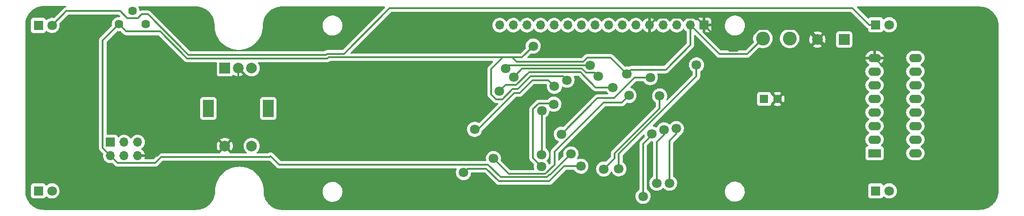
<source format=gbl>
%TF.GenerationSoftware,KiCad,Pcbnew,6.0.11+dfsg-1*%
%TF.CreationDate,2023-11-10T00:48:11+01:00*%
%TF.ProjectId,tallySdoAdapter,74616c6c-7953-4646-9f41-646170746572,0.1*%
%TF.SameCoordinates,Original*%
%TF.FileFunction,Copper,L2,Bot*%
%TF.FilePolarity,Positive*%
%FSLAX46Y46*%
G04 Gerber Fmt 4.6, Leading zero omitted, Abs format (unit mm)*
G04 Created by KiCad (PCBNEW 6.0.11+dfsg-1) date 2023-11-10 00:48:11*
%MOMM*%
%LPD*%
G01*
G04 APERTURE LIST*
%TA.AperFunction,ComponentPad*%
%ADD10R,1.800000X1.800000*%
%TD*%
%TA.AperFunction,ComponentPad*%
%ADD11C,1.800000*%
%TD*%
%TA.AperFunction,ComponentPad*%
%ADD12R,2.000000X2.000000*%
%TD*%
%TA.AperFunction,ComponentPad*%
%ADD13C,2.000000*%
%TD*%
%TA.AperFunction,ComponentPad*%
%ADD14R,2.400000X1.600000*%
%TD*%
%TA.AperFunction,ComponentPad*%
%ADD15O,2.400000X1.600000*%
%TD*%
%TA.AperFunction,ComponentPad*%
%ADD16R,1.700000X1.700000*%
%TD*%
%TA.AperFunction,ComponentPad*%
%ADD17O,1.700000X1.700000*%
%TD*%
%TA.AperFunction,ComponentPad*%
%ADD18R,1.600000X1.600000*%
%TD*%
%TA.AperFunction,ComponentPad*%
%ADD19C,1.600000*%
%TD*%
%TA.AperFunction,ComponentPad*%
%ADD20R,2.000000X3.200000*%
%TD*%
%TA.AperFunction,ComponentPad*%
%ADD21C,1.620000*%
%TD*%
%TA.AperFunction,ComponentPad*%
%ADD22C,2.600000*%
%TD*%
%TA.AperFunction,ViaPad*%
%ADD23C,1.800000*%
%TD*%
%TA.AperFunction,Conductor*%
%ADD24C,0.350000*%
%TD*%
G04 APERTURE END LIST*
D10*
%TO.P,D4,1,K*%
%TO.N,Net-(D2-Pad2)*%
X241015600Y-99745800D03*
D11*
%TO.P,D4,2,A*%
%TO.N,Net-(D4-Pad2)*%
X243555600Y-99745800D03*
%TD*%
D12*
%TO.P,C1,1*%
%TO.N,+12V*%
X235133277Y-102514400D03*
D13*
%TO.P,C1,2*%
%TO.N,GND*%
X230133277Y-102514400D03*
%TD*%
D14*
%TO.P,U3,1,I1*%
%TO.N,LCD_BLC*%
X240802000Y-123708000D03*
D15*
%TO.P,U3,2,I2*%
%TO.N,LED_GRUEN_C*%
X240802000Y-121168000D03*
%TO.P,U3,3,I3*%
%TO.N,LED_ROT_C*%
X240802000Y-118628000D03*
%TO.P,U3,4,I4*%
%TO.N,GLUE_ROT_C*%
X240802000Y-116088000D03*
%TO.P,U3,5,I5*%
%TO.N,MOSI_X4C*%
X240802000Y-113548000D03*
%TO.P,U3,6,I6*%
%TO.N,MISO_X5C*%
X240802000Y-111008000D03*
%TO.P,U3,7,I7*%
%TO.N,SCK_X6C*%
X240802000Y-108468000D03*
%TO.P,U3,8,GND*%
%TO.N,GND*%
X240802000Y-105928000D03*
%TO.P,U3,9,COM*%
%TO.N,+12V*%
X248422000Y-105928000D03*
%TO.P,U3,10,O7*%
%TO.N,X6*%
X248422000Y-108468000D03*
%TO.P,U3,11,O6*%
%TO.N,X5*%
X248422000Y-111008000D03*
%TO.P,U3,12,O5*%
%TO.N,X4*%
X248422000Y-113548000D03*
%TO.P,U3,13,O4*%
%TO.N,GLUE_RED*%
X248422000Y-116088000D03*
%TO.P,U3,14,O3*%
%TO.N,LED_RED*%
X248422000Y-118628000D03*
%TO.P,U3,15,O2*%
%TO.N,LED_GREEN*%
X248422000Y-121168000D03*
%TO.P,U3,16,O1*%
%TO.N,X7*%
X248422000Y-123708000D03*
%TD*%
D10*
%TO.P,D1,1,K*%
%TO.N,LED_GREEN_ONB*%
X84831000Y-130733800D03*
D11*
%TO.P,D1,2,A*%
%TO.N,Net-(D1-Pad2)*%
X87371000Y-130733800D03*
%TD*%
D10*
%TO.P,D2,1,K*%
%TO.N,LED_RED_ONB*%
X84831000Y-99872800D03*
D11*
%TO.P,D2,2,A*%
%TO.N,Net-(D2-Pad2)*%
X87371000Y-99872800D03*
%TD*%
D16*
%TO.P,J3,1,Pin_1*%
%TO.N,GND*%
X208991200Y-99822000D03*
D17*
%TO.P,J3,2,Pin_2*%
%TO.N,+5V*%
X206451200Y-99822000D03*
%TO.P,J3,3,Pin_3*%
%TO.N,Net-(C7-Pad1)*%
X203911200Y-99822000D03*
%TO.P,J3,4,Pin_4*%
%TO.N,LCD_RS*%
X201371200Y-99822000D03*
%TO.P,J3,5,Pin_5*%
%TO.N,GND*%
X198831200Y-99822000D03*
%TO.P,J3,6,Pin_6*%
%TO.N,LCD_E*%
X196291200Y-99822000D03*
%TO.P,J3,7,Pin_7*%
%TO.N,unconnected-(J3-Pad7)*%
X193751200Y-99822000D03*
%TO.P,J3,8,Pin_8*%
%TO.N,unconnected-(J3-Pad8)*%
X191211200Y-99822000D03*
%TO.P,J3,9,Pin_9*%
%TO.N,unconnected-(J3-Pad9)*%
X188671200Y-99822000D03*
%TO.P,J3,10,Pin_10*%
%TO.N,unconnected-(J3-Pad10)*%
X186131200Y-99822000D03*
%TO.P,J3,11,Pin_11*%
%TO.N,LCD_DB4*%
X183591200Y-99822000D03*
%TO.P,J3,12,Pin_12*%
%TO.N,LCD_DB5*%
X181051200Y-99822000D03*
%TO.P,J3,13,Pin_13*%
%TO.N,LCD_DB6*%
X178511200Y-99822000D03*
%TO.P,J3,14,Pin_14*%
%TO.N,LCD_DB7*%
X175971200Y-99822000D03*
%TO.P,J3,15,Pin_15*%
%TO.N,Net-(J3-Pad15)*%
X173431200Y-99822000D03*
%TO.P,J3,16,Pin_16*%
%TO.N,LCD_BL*%
X170891200Y-99822000D03*
%TD*%
D18*
%TO.P,C2,1*%
%TO.N,+5V*%
X220207200Y-113588800D03*
D19*
%TO.P,C2,2*%
%TO.N,GND*%
X222707200Y-113588800D03*
%TD*%
D12*
%TO.P,SW1,A,A*%
%TO.N,Net-(R6-Pad2)*%
X119623200Y-107862800D03*
D13*
%TO.P,SW1,B,B*%
%TO.N,Net-(R7-Pad2)*%
X124623200Y-107862800D03*
%TO.P,SW1,C,C*%
%TO.N,GND*%
X122123200Y-107862800D03*
D20*
%TO.P,SW1,MP*%
%TO.N,N/C*%
X116523200Y-115362800D03*
X127723200Y-115362800D03*
D13*
%TO.P,SW1,S1,S1*%
%TO.N,Net-(R9-Pad1)*%
X124623200Y-122362800D03*
%TO.P,SW1,S2,S2*%
%TO.N,GND*%
X119623200Y-122362800D03*
%TD*%
D10*
%TO.P,D3,1,K*%
%TO.N,LED_GREEN_ONB*%
X241015600Y-130733800D03*
D11*
%TO.P,D3,2,A*%
%TO.N,Net-(D3-Pad2)*%
X243555600Y-130733800D03*
%TD*%
D21*
%TO.P,RV1,1,1*%
%TO.N,GND*%
X104862000Y-99623000D03*
%TO.P,RV1,2,2*%
%TO.N,Net-(C7-Pad1)*%
X102362000Y-97123000D03*
%TO.P,RV1,3,3*%
%TO.N,+5V*%
X99862000Y-99623000D03*
%TD*%
D22*
%TO.P,L1,1,1*%
%TO.N,Net-(D5-Pad1)*%
X224967800Y-102285800D03*
%TO.P,L1,2,2*%
%TO.N,+5V*%
X219967800Y-102285800D03*
%TD*%
D16*
%TO.P,J2,1,MISO*%
%TO.N,MISO_X5C*%
X98272600Y-121640600D03*
D17*
%TO.P,J2,2,VCC*%
%TO.N,+5V*%
X98272600Y-124180600D03*
%TO.P,J2,3,SCK*%
%TO.N,SCK_X6C*%
X100812600Y-121640600D03*
%TO.P,J2,4,MOSI*%
%TO.N,MOSI_X4C*%
X100812600Y-124180600D03*
%TO.P,J2,5,~{RST}*%
%TO.N,nRES*%
X103352600Y-121640600D03*
%TO.P,J2,6,GND*%
%TO.N,GND*%
X103352600Y-124180600D03*
%TD*%
D23*
%TO.N,GND*%
X199415400Y-106451400D03*
X111709200Y-101168200D03*
X115062000Y-97815400D03*
X94208600Y-101625400D03*
X197789819Y-113028700D03*
X187833000Y-103225600D03*
X258445000Y-126263400D03*
X204825600Y-109728000D03*
%TO.N,+5V*%
X183438800Y-110074500D03*
X177139600Y-103733600D03*
X194593049Y-108936951D03*
X184175400Y-123850400D03*
%TO.N,ENC_A*%
X173507400Y-109524800D03*
X189306200Y-109347000D03*
%TO.N,ENC_B*%
X171983400Y-107873800D03*
X187782200Y-107289600D03*
%TO.N,BTN*%
X186029600Y-126136400D03*
X164134800Y-127330200D03*
%TO.N,LED_GREEN_ONB*%
X194995800Y-112928400D03*
X169722800Y-124714000D03*
%TO.N,LED_RED_ONB*%
X191998600Y-111429800D03*
X170789600Y-112166400D03*
%TO.N,SCL*%
X180984285Y-114560983D03*
X178663600Y-126161800D03*
%TO.N,SDA*%
X178739800Y-115798600D03*
X178714400Y-123977400D03*
%TO.N,nRES*%
X181089300Y-111213900D03*
X166217600Y-119253000D03*
%TO.N,LCD_RS*%
X182397400Y-120167400D03*
X198983600Y-109601000D03*
%TO.N,LCD_E*%
X190296800Y-126669800D03*
X200722271Y-113028700D03*
%TO.N,LCD_V0*%
X207594200Y-107238800D03*
X193116200Y-126619000D03*
%TO.N,MISO_X5C*%
X200202800Y-129306819D03*
X201549000Y-119354600D03*
%TO.N,SCK_X6C*%
X203835000Y-119126000D03*
X202565000Y-129306819D03*
%TO.N,MOSI_X4C*%
X199288400Y-120091200D03*
X197637400Y-131749800D03*
%TD*%
D24*
%TO.N,GND*%
X246303800Y-126263400D02*
X244881400Y-124841000D01*
X111709200Y-101168200D02*
X115062000Y-97815400D01*
X200256200Y-98397000D02*
X198831200Y-99822000D01*
X198831200Y-105867200D02*
X199415400Y-106451400D01*
X122123200Y-107862800D02*
X122123200Y-119862800D01*
X219232570Y-100510800D02*
X228632200Y-100510800D01*
X103352600Y-124180600D02*
X107035600Y-124180600D01*
X198831200Y-99822000D02*
X198831200Y-105867200D01*
X122123200Y-119862800D02*
X119623200Y-122362800D01*
X110439200Y-120777000D02*
X118037400Y-120777000D01*
X244881400Y-110007400D02*
X240802000Y-105928000D01*
X107035600Y-124180600D02*
X110439200Y-120777000D01*
X201090519Y-109728000D02*
X197789819Y-113028700D01*
X208991200Y-99822000D02*
X207566200Y-98397000D01*
X244881400Y-124841000D02*
X244881400Y-110007400D01*
X234049400Y-105928000D02*
X240802000Y-105928000D01*
X208991200Y-99822000D02*
X213751400Y-104582200D01*
X213751400Y-104582200D02*
X215161170Y-104582200D01*
X228632200Y-100510800D02*
X234049400Y-105928000D01*
X204825600Y-109728000D02*
X201090519Y-109728000D01*
X258445000Y-126263400D02*
X246303800Y-126263400D01*
X207566200Y-98397000D02*
X200256200Y-98397000D01*
X215161170Y-104582200D02*
X219232570Y-100510800D01*
X118037400Y-120777000D02*
X119623200Y-122362800D01*
%TO.N,+5V*%
X174289404Y-111748000D02*
X173278800Y-111748000D01*
X99862000Y-99623000D02*
X101247000Y-101008000D01*
X107700838Y-124434600D02*
X106629838Y-125505600D01*
X96847600Y-122755600D02*
X98272600Y-124180600D01*
X171036600Y-128186800D02*
X168705000Y-125855200D01*
X129716000Y-125855200D02*
X128117600Y-124256800D01*
X183438800Y-110074500D02*
X182714300Y-109350000D01*
X211861400Y-105232200D02*
X206451200Y-99822000D01*
X184175400Y-123850400D02*
X180263800Y-127762000D01*
X180263800Y-127762000D02*
X180090838Y-127762000D01*
X217021400Y-105232200D02*
X211861400Y-105232200D01*
X168705000Y-125855200D02*
X129716000Y-125855200D01*
X176687404Y-109350000D02*
X174289404Y-111748000D01*
X106629838Y-125505600D02*
X99597600Y-125505600D01*
X101247000Y-101008000D02*
X107551400Y-101008000D01*
X182714300Y-109350000D02*
X176687404Y-109350000D01*
X195404000Y-108126000D02*
X201855600Y-108126000D01*
X186487656Y-106639600D02*
X174025800Y-106639600D01*
X175058600Y-105814600D02*
X177139600Y-103733600D01*
X96847600Y-102637400D02*
X96847600Y-122755600D01*
X170178634Y-113641400D02*
X169291000Y-112753766D01*
X107551400Y-101008000D02*
X112563000Y-106019600D01*
X173278800Y-111763166D02*
X171400566Y-113641400D01*
X194593049Y-108936951D02*
X191570698Y-105914600D01*
X206451200Y-103530400D02*
X206451200Y-99822000D01*
X179666038Y-128186800D02*
X171036600Y-128186800D01*
X99597600Y-125505600D02*
X98272600Y-124180600D01*
X187212656Y-105914600D02*
X186487656Y-106639600D01*
X173200800Y-105814600D02*
X175058600Y-105814600D01*
X171400566Y-113641400D02*
X170178634Y-113641400D01*
X194593049Y-108936951D02*
X195404000Y-108126000D01*
X201855600Y-108126000D02*
X206451200Y-103530400D01*
X127939800Y-124434600D02*
X107700838Y-124434600D01*
X138965200Y-105814600D02*
X173200800Y-105814600D01*
X169291000Y-112753766D02*
X169291000Y-107997200D01*
X191570698Y-105914600D02*
X187212656Y-105914600D01*
X128117600Y-124256800D02*
X127939800Y-124434600D01*
X180090838Y-127762000D02*
X179666038Y-128186800D01*
X219967800Y-102285800D02*
X217021400Y-105232200D01*
X169291000Y-107997200D02*
X171473600Y-105814600D01*
X173278800Y-111748000D02*
X173278800Y-111763166D01*
X174025800Y-106639600D02*
X173200800Y-105814600D01*
X138760200Y-106019600D02*
X138965200Y-105814600D01*
X112563000Y-106019600D02*
X138760200Y-106019600D01*
X99862000Y-99623000D02*
X96847600Y-102637400D01*
%TO.N,ENC_A*%
X189306200Y-109347000D02*
X188623800Y-108664600D01*
X188623800Y-108664600D02*
X186947400Y-108664600D01*
X175082200Y-107950000D02*
X173507400Y-109524800D01*
X186232800Y-107950000D02*
X175082200Y-107950000D01*
X186947400Y-108664600D02*
X186232800Y-107950000D01*
%TO.N,ENC_B*%
X171983400Y-107873800D02*
X172567600Y-107289600D01*
X172567600Y-107289600D02*
X187782200Y-107289600D01*
%TO.N,BTN*%
X164859800Y-126605200D02*
X164134800Y-127330200D01*
X168394340Y-126605200D02*
X164859800Y-126605200D01*
X182950060Y-126136400D02*
X180149660Y-128936800D01*
X186029600Y-126136400D02*
X182950060Y-126136400D01*
X170725940Y-128936800D02*
X168394340Y-126605200D01*
X180149660Y-128936800D02*
X170725940Y-128936800D01*
%TO.N,LED_GREEN_ONB*%
X190271400Y-114274600D02*
X193573400Y-114274600D01*
X193649600Y-114274600D02*
X194995800Y-112928400D01*
X181102000Y-123444000D02*
X190271400Y-114274600D01*
X181102000Y-125831600D02*
X181102000Y-123444000D01*
X179396800Y-127536800D02*
X181102000Y-125831600D01*
X169722800Y-124714000D02*
X172545600Y-127536800D01*
X172545600Y-127536800D02*
X179396800Y-127536800D01*
X193573400Y-114274600D02*
X193649600Y-114274600D01*
%TO.N,LED_RED_ONB*%
X188793362Y-111429800D02*
X185963562Y-108600000D01*
X176376744Y-108600000D02*
X173978744Y-110998000D01*
X191998600Y-111429800D02*
X188793362Y-111429800D01*
X171958000Y-110998000D02*
X170789600Y-112166400D01*
X185963562Y-108600000D02*
X176376744Y-108600000D01*
X173978744Y-110998000D02*
X171958000Y-110998000D01*
%TO.N,Net-(D2-Pad2)*%
X87371000Y-99872800D02*
X90063400Y-97180400D01*
X101422200Y-98475800D02*
X103428800Y-98475800D01*
X112837200Y-105369600D02*
X138490961Y-105369600D01*
X104114600Y-97790000D02*
X105257600Y-97790000D01*
X150317200Y-96672400D02*
X236702600Y-96672400D01*
X105257600Y-97790000D02*
X112837200Y-105369600D01*
X239776000Y-99745800D02*
X241015600Y-99745800D01*
X141825000Y-105164600D02*
X150317200Y-96672400D01*
X138695961Y-105164600D02*
X141825000Y-105164600D01*
X90063400Y-97180400D02*
X100126800Y-97180400D01*
X236702600Y-96672400D02*
X239776000Y-99745800D01*
X138490961Y-105369600D02*
X138695961Y-105164600D01*
X103428800Y-98475800D02*
X104114600Y-97790000D01*
X100126800Y-97180400D02*
X101422200Y-98475800D01*
%TO.N,SCL*%
X177114200Y-115479656D02*
X177114200Y-124612400D01*
X177114200Y-124612400D02*
X178663600Y-126161800D01*
X180984285Y-114560983D02*
X180846902Y-114423600D01*
X178170256Y-114423600D02*
X177114200Y-115479656D01*
X180846902Y-114423600D02*
X178170256Y-114423600D01*
%TO.N,SDA*%
X178739800Y-115798600D02*
X178739800Y-123952000D01*
X178739800Y-123952000D02*
X178714400Y-123977400D01*
%TO.N,nRES*%
X166852600Y-119253000D02*
X166217600Y-119253000D01*
X176998064Y-110100000D02*
X174600064Y-112498000D01*
X179975400Y-110100000D02*
X176998064Y-110100000D01*
X181089300Y-111213900D02*
X179975400Y-110100000D01*
X173607600Y-112498000D02*
X166852600Y-119253000D01*
X174600064Y-112498000D02*
X173607600Y-112498000D01*
%TO.N,LCD_RS*%
X189128400Y-113436400D02*
X182397400Y-120167400D01*
X196062600Y-109601000D02*
X192227200Y-113436400D01*
X198983600Y-109601000D02*
X196062600Y-109601000D01*
X192227200Y-113436400D02*
X189128400Y-113436400D01*
%TO.N,LCD_E*%
X192303400Y-124663200D02*
X190296800Y-126669800D01*
X192303400Y-123743255D02*
X192303400Y-124663200D01*
X200722271Y-115324384D02*
X192303400Y-123743255D01*
X200722271Y-113028700D02*
X200722271Y-115324384D01*
%TO.N,LCD_V0*%
X207594200Y-109371694D02*
X193116200Y-123849694D01*
X207594200Y-107238800D02*
X207594200Y-109371694D01*
X193116200Y-123849694D02*
X193116200Y-126619000D01*
%TO.N,MISO_X5C*%
X200202800Y-121589800D02*
X200202800Y-129306819D01*
X201549000Y-120243600D02*
X200202800Y-121589800D01*
X201549000Y-119354600D02*
X201549000Y-120243600D01*
%TO.N,SCK_X6C*%
X203835000Y-119126000D02*
X203835000Y-120142000D01*
X203835000Y-120142000D02*
X202565000Y-121412000D01*
X202565000Y-121412000D02*
X202565000Y-129306819D01*
%TO.N,MOSI_X4C*%
X197819487Y-121797287D02*
X197637400Y-121979374D01*
X197637400Y-121979374D02*
X197637400Y-131749800D01*
X197819487Y-121797287D02*
X199288400Y-120328374D01*
X199288400Y-120328374D02*
X199288400Y-120091200D01*
%TD*%
%TA.AperFunction,Conductor*%
%TO.N,GND*%
G36*
X87775371Y-96248588D02*
G01*
X89920969Y-96256253D01*
X89989018Y-96276498D01*
X90035319Y-96330319D01*
X90045172Y-96400629D01*
X90015448Y-96465104D01*
X89955585Y-96503274D01*
X89935659Y-96507338D01*
X89899165Y-96511755D01*
X89892055Y-96514442D01*
X89887152Y-96515646D01*
X89876700Y-96518505D01*
X89871884Y-96519959D01*
X89864396Y-96521266D01*
X89808027Y-96546010D01*
X89801988Y-96548475D01*
X89744411Y-96570231D01*
X89738148Y-96574536D01*
X89733658Y-96576883D01*
X89724207Y-96582143D01*
X89719866Y-96584710D01*
X89712915Y-96587761D01*
X89706895Y-96592380D01*
X89706887Y-96592385D01*
X89664098Y-96625219D01*
X89658784Y-96629081D01*
X89608074Y-96663934D01*
X89603024Y-96669602D01*
X89568168Y-96708723D01*
X89563187Y-96713998D01*
X87811436Y-98465749D01*
X87749124Y-98499775D01*
X87700247Y-98500701D01*
X87504006Y-98465745D01*
X87429182Y-98464831D01*
X87277581Y-98462979D01*
X87277579Y-98462979D01*
X87272411Y-98462916D01*
X87043464Y-98497950D01*
X86823314Y-98569906D01*
X86818726Y-98572294D01*
X86818722Y-98572296D01*
X86627938Y-98671612D01*
X86617872Y-98676852D01*
X86613739Y-98679955D01*
X86613736Y-98679957D01*
X86436790Y-98812812D01*
X86432655Y-98815917D01*
X86423926Y-98825051D01*
X86415170Y-98834214D01*
X86353646Y-98869644D01*
X86282733Y-98866187D01*
X86224947Y-98824941D01*
X86206094Y-98791392D01*
X86184768Y-98734505D01*
X86184767Y-98734503D01*
X86181615Y-98726095D01*
X86094261Y-98609539D01*
X85977705Y-98522185D01*
X85841316Y-98471055D01*
X85779134Y-98464300D01*
X83882866Y-98464300D01*
X83820684Y-98471055D01*
X83684295Y-98522185D01*
X83567739Y-98609539D01*
X83480385Y-98726095D01*
X83429255Y-98862484D01*
X83422500Y-98924666D01*
X83422500Y-100820934D01*
X83429255Y-100883116D01*
X83480385Y-101019505D01*
X83567739Y-101136061D01*
X83684295Y-101223415D01*
X83820684Y-101274545D01*
X83882866Y-101281300D01*
X85779134Y-101281300D01*
X85841316Y-101274545D01*
X85977705Y-101223415D01*
X86094261Y-101136061D01*
X86181615Y-101019505D01*
X86206180Y-100953978D01*
X86248822Y-100897214D01*
X86315383Y-100872514D01*
X86384732Y-100887721D01*
X86404647Y-100901264D01*
X86517238Y-100994739D01*
X86560349Y-101030530D01*
X86760322Y-101147384D01*
X86765147Y-101149226D01*
X86765148Y-101149227D01*
X86786768Y-101157483D01*
X86976694Y-101230009D01*
X86981760Y-101231040D01*
X86981761Y-101231040D01*
X87009321Y-101236647D01*
X87203656Y-101276185D01*
X87333089Y-101280931D01*
X87429949Y-101284483D01*
X87429953Y-101284483D01*
X87435113Y-101284672D01*
X87440233Y-101284016D01*
X87440235Y-101284016D01*
X87517795Y-101274080D01*
X87664847Y-101255242D01*
X87669795Y-101253757D01*
X87669802Y-101253756D01*
X87881747Y-101190169D01*
X87886690Y-101188686D01*
X87896760Y-101183753D01*
X88090049Y-101089062D01*
X88090052Y-101089060D01*
X88094684Y-101086791D01*
X88283243Y-100952294D01*
X88447303Y-100788805D01*
X88582458Y-100600717D01*
X88621567Y-100521587D01*
X88682784Y-100397722D01*
X88682785Y-100397720D01*
X88685078Y-100393080D01*
X88752408Y-100171471D01*
X88782640Y-99941841D01*
X88782736Y-99937917D01*
X88784245Y-99876165D01*
X88784245Y-99876161D01*
X88784327Y-99872800D01*
X88768119Y-99675656D01*
X88765773Y-99647118D01*
X88765772Y-99647112D01*
X88765349Y-99641967D01*
X88746350Y-99566329D01*
X88743222Y-99553874D01*
X88746027Y-99482933D01*
X88776331Y-99434084D01*
X90309610Y-97900805D01*
X90371922Y-97866779D01*
X90398705Y-97863900D01*
X99791495Y-97863900D01*
X99859616Y-97883902D01*
X99880590Y-97900805D01*
X100074466Y-98094681D01*
X100108492Y-98156993D01*
X100103427Y-98227808D01*
X100060880Y-98284644D01*
X99994360Y-98309455D01*
X99974395Y-98309297D01*
X99862000Y-98299464D01*
X99632170Y-98319571D01*
X99409324Y-98379283D01*
X99363672Y-98400571D01*
X99205219Y-98474458D01*
X99205214Y-98474461D01*
X99200232Y-98476784D01*
X99115927Y-98535815D01*
X99015758Y-98605954D01*
X99015755Y-98605956D01*
X99011247Y-98609113D01*
X98848113Y-98772247D01*
X98844956Y-98776755D01*
X98844954Y-98776758D01*
X98823955Y-98806748D01*
X98715784Y-98961232D01*
X98713461Y-98966214D01*
X98713458Y-98966219D01*
X98667520Y-99064735D01*
X98618283Y-99170324D01*
X98558571Y-99393170D01*
X98538464Y-99623000D01*
X98558571Y-99852830D01*
X98559996Y-99858148D01*
X98562352Y-99866941D01*
X98560662Y-99937917D01*
X98529740Y-99988645D01*
X96384141Y-102134244D01*
X96377876Y-102140098D01*
X96335930Y-102176690D01*
X96300534Y-102227055D01*
X96296622Y-102232320D01*
X96258665Y-102280728D01*
X96255539Y-102287652D01*
X96252929Y-102291961D01*
X96247558Y-102301376D01*
X96245173Y-102305824D01*
X96240805Y-102312039D01*
X96234796Y-102327451D01*
X96218458Y-102369357D01*
X96215906Y-102375429D01*
X96190586Y-102431505D01*
X96189200Y-102438982D01*
X96187690Y-102443802D01*
X96184718Y-102454235D01*
X96183470Y-102459096D01*
X96180711Y-102466172D01*
X96174752Y-102511435D01*
X96172682Y-102527162D01*
X96171650Y-102533678D01*
X96170338Y-102540757D01*
X96160439Y-102594167D01*
X96160876Y-102601747D01*
X96160876Y-102601748D01*
X96163891Y-102654042D01*
X96164100Y-102661294D01*
X96164100Y-122727555D01*
X96163808Y-122736123D01*
X96160024Y-122791634D01*
X96161329Y-122799111D01*
X96161329Y-122799114D01*
X96170602Y-122852247D01*
X96171565Y-122858771D01*
X96176860Y-122902521D01*
X96178955Y-122919835D01*
X96181642Y-122926945D01*
X96182846Y-122931848D01*
X96185714Y-122942334D01*
X96187161Y-122947126D01*
X96188466Y-122954604D01*
X96191518Y-122961556D01*
X96191518Y-122961557D01*
X96213195Y-123010941D01*
X96215686Y-123017046D01*
X96234745Y-123067482D01*
X96237431Y-123074589D01*
X96241731Y-123080846D01*
X96244067Y-123085314D01*
X96249325Y-123094760D01*
X96251907Y-123099126D01*
X96254962Y-123106085D01*
X96292423Y-123154904D01*
X96296286Y-123160223D01*
X96314874Y-123187268D01*
X96331134Y-123210926D01*
X96336803Y-123215977D01*
X96375923Y-123250832D01*
X96381198Y-123255813D01*
X96907025Y-123781640D01*
X96941051Y-123843952D01*
X96939348Y-123904403D01*
X96933589Y-123925170D01*
X96909851Y-124147295D01*
X96910148Y-124152448D01*
X96910148Y-124152451D01*
X96915191Y-124239906D01*
X96922710Y-124370315D01*
X96923847Y-124375361D01*
X96923848Y-124375367D01*
X96937197Y-124434600D01*
X96971822Y-124588239D01*
X97033273Y-124739576D01*
X97052270Y-124786359D01*
X97055866Y-124795216D01*
X97098066Y-124864081D01*
X97155997Y-124958615D01*
X97172587Y-124985688D01*
X97318850Y-125154538D01*
X97490726Y-125297232D01*
X97683600Y-125409938D01*
X97892292Y-125489630D01*
X97897360Y-125490661D01*
X97897363Y-125490662D01*
X98004979Y-125512557D01*
X98111197Y-125534167D01*
X98116372Y-125534357D01*
X98116374Y-125534357D01*
X98329273Y-125542164D01*
X98329277Y-125542164D01*
X98334437Y-125542353D01*
X98339557Y-125541697D01*
X98339559Y-125541697D01*
X98396855Y-125534357D01*
X98556016Y-125513968D01*
X98558287Y-125513287D01*
X98628268Y-125518630D01*
X98672763Y-125547378D01*
X99094444Y-125969059D01*
X99100298Y-125975324D01*
X99136890Y-126017270D01*
X99187255Y-126052666D01*
X99192520Y-126056578D01*
X99240928Y-126094535D01*
X99247852Y-126097661D01*
X99252161Y-126100271D01*
X99261576Y-126105642D01*
X99266024Y-126108027D01*
X99272239Y-126112395D01*
X99323614Y-126132425D01*
X99329557Y-126134742D01*
X99335629Y-126137294D01*
X99391705Y-126162614D01*
X99399182Y-126164000D01*
X99404002Y-126165510D01*
X99414418Y-126168478D01*
X99419298Y-126169731D01*
X99426372Y-126172489D01*
X99433903Y-126173481D01*
X99433905Y-126173481D01*
X99487377Y-126180521D01*
X99493890Y-126181553D01*
X99546899Y-126191377D01*
X99546901Y-126191377D01*
X99554368Y-126192761D01*
X99561949Y-126192324D01*
X99561950Y-126192324D01*
X99614243Y-126189309D01*
X99621495Y-126189100D01*
X106601793Y-126189100D01*
X106610362Y-126189392D01*
X106658296Y-126192660D01*
X106658300Y-126192660D01*
X106665872Y-126193176D01*
X106673349Y-126191871D01*
X106673352Y-126191871D01*
X106726485Y-126182598D01*
X106733009Y-126181635D01*
X106786529Y-126175158D01*
X106794073Y-126174245D01*
X106801183Y-126171558D01*
X106806086Y-126170354D01*
X106816572Y-126167486D01*
X106821364Y-126166039D01*
X106828842Y-126164734D01*
X106835795Y-126161682D01*
X106885179Y-126140005D01*
X106891284Y-126137514D01*
X106941720Y-126118455D01*
X106941723Y-126118453D01*
X106948827Y-126115769D01*
X106955084Y-126111469D01*
X106959552Y-126109133D01*
X106968998Y-126103875D01*
X106973364Y-126101293D01*
X106980323Y-126098238D01*
X107029142Y-126060777D01*
X107034461Y-126056914D01*
X107078903Y-126026369D01*
X107085164Y-126022066D01*
X107125071Y-125977276D01*
X107130051Y-125972002D01*
X107947048Y-125155005D01*
X108009360Y-125120979D01*
X108036143Y-125118100D01*
X127911755Y-125118100D01*
X127920323Y-125118392D01*
X127972201Y-125121928D01*
X128038802Y-125146516D01*
X128052726Y-125158541D01*
X129212844Y-126318659D01*
X129218698Y-126324924D01*
X129255290Y-126366870D01*
X129305655Y-126402266D01*
X129310920Y-126406178D01*
X129359328Y-126444135D01*
X129366252Y-126447261D01*
X129370561Y-126449871D01*
X129379976Y-126455242D01*
X129384424Y-126457627D01*
X129390639Y-126461995D01*
X129397716Y-126464754D01*
X129447957Y-126484342D01*
X129454029Y-126486894D01*
X129510105Y-126512214D01*
X129517582Y-126513600D01*
X129522402Y-126515110D01*
X129532818Y-126518078D01*
X129537698Y-126519331D01*
X129544772Y-126522089D01*
X129552303Y-126523081D01*
X129552305Y-126523081D01*
X129605777Y-126530121D01*
X129612290Y-126531153D01*
X129665299Y-126540977D01*
X129665301Y-126540977D01*
X129672768Y-126542361D01*
X129680349Y-126541924D01*
X129680350Y-126541924D01*
X129732643Y-126538909D01*
X129739895Y-126538700D01*
X162751873Y-126538700D01*
X162819994Y-126558702D01*
X162866487Y-126612358D01*
X162876591Y-126682632D01*
X162866160Y-126717751D01*
X162810578Y-126837490D01*
X162810572Y-126837506D01*
X162808402Y-126842181D01*
X162746507Y-127065369D01*
X162721895Y-127295669D01*
X162722192Y-127300822D01*
X162722192Y-127300825D01*
X162728339Y-127407439D01*
X162735227Y-127526897D01*
X162736364Y-127531943D01*
X162736365Y-127531949D01*
X162768541Y-127674723D01*
X162786146Y-127752842D01*
X162788088Y-127757624D01*
X162788089Y-127757628D01*
X162871340Y-127962650D01*
X162873284Y-127967437D01*
X162994301Y-128164919D01*
X163145947Y-128339984D01*
X163324149Y-128487930D01*
X163524122Y-128604784D01*
X163528947Y-128606626D01*
X163528948Y-128606627D01*
X163602233Y-128634612D01*
X163740494Y-128687409D01*
X163745560Y-128688440D01*
X163745561Y-128688440D01*
X163798646Y-128699240D01*
X163967456Y-128733585D01*
X164098124Y-128738376D01*
X164193749Y-128741883D01*
X164193753Y-128741883D01*
X164198913Y-128742072D01*
X164204033Y-128741416D01*
X164204035Y-128741416D01*
X164280081Y-128731674D01*
X164428647Y-128712642D01*
X164433595Y-128711157D01*
X164433602Y-128711156D01*
X164645547Y-128647569D01*
X164650490Y-128646086D01*
X164655387Y-128643687D01*
X164853849Y-128546462D01*
X164853852Y-128546460D01*
X164858484Y-128544191D01*
X165047043Y-128409694D01*
X165211103Y-128246205D01*
X165346258Y-128058117D01*
X165359724Y-128030872D01*
X165446584Y-127855122D01*
X165446585Y-127855120D01*
X165448878Y-127850480D01*
X165516208Y-127628871D01*
X165546440Y-127399241D01*
X165547902Y-127399434D01*
X165571054Y-127338549D01*
X165628160Y-127296366D01*
X165671439Y-127288700D01*
X168059035Y-127288700D01*
X168127156Y-127308702D01*
X168148130Y-127325605D01*
X170222784Y-129400259D01*
X170228638Y-129406524D01*
X170265230Y-129448470D01*
X170315566Y-129483846D01*
X170320852Y-129487772D01*
X170363294Y-129521051D01*
X170369268Y-129525735D01*
X170376189Y-129528860D01*
X170380504Y-129531473D01*
X170389916Y-129536842D01*
X170394364Y-129539227D01*
X170400579Y-129543595D01*
X170457892Y-129565940D01*
X170463974Y-129568497D01*
X170464455Y-129568714D01*
X170520044Y-129593814D01*
X170527516Y-129595199D01*
X170532367Y-129596719D01*
X170542697Y-129599662D01*
X170547636Y-129600930D01*
X170554712Y-129603689D01*
X170562243Y-129604681D01*
X170562245Y-129604681D01*
X170615725Y-129611722D01*
X170622219Y-129612750D01*
X170682707Y-129623960D01*
X170690288Y-129623523D01*
X170690289Y-129623523D01*
X170742571Y-129620509D01*
X170749823Y-129620300D01*
X180121615Y-129620300D01*
X180130184Y-129620592D01*
X180178118Y-129623860D01*
X180178122Y-129623860D01*
X180185694Y-129624376D01*
X180193171Y-129623071D01*
X180193174Y-129623071D01*
X180246307Y-129613798D01*
X180252831Y-129612835D01*
X180306351Y-129606358D01*
X180313895Y-129605445D01*
X180321005Y-129602758D01*
X180325908Y-129601554D01*
X180336394Y-129598686D01*
X180341186Y-129597239D01*
X180348664Y-129595934D01*
X180355617Y-129592882D01*
X180405001Y-129571205D01*
X180411106Y-129568714D01*
X180461542Y-129549655D01*
X180461545Y-129549653D01*
X180468649Y-129546969D01*
X180474906Y-129542669D01*
X180479374Y-129540333D01*
X180488820Y-129535075D01*
X180493186Y-129532493D01*
X180500145Y-129529438D01*
X180548964Y-129491977D01*
X180554283Y-129488114D01*
X180598725Y-129457569D01*
X180604986Y-129453266D01*
X180644893Y-129408476D01*
X180649873Y-129403202D01*
X183196270Y-126856805D01*
X183258582Y-126822779D01*
X183285365Y-126819900D01*
X184725870Y-126819900D01*
X184793991Y-126839902D01*
X184833303Y-126880065D01*
X184848649Y-126905108D01*
X184889101Y-126971119D01*
X185040747Y-127146184D01*
X185173307Y-127256237D01*
X185212409Y-127288700D01*
X185218949Y-127294130D01*
X185418922Y-127410984D01*
X185635294Y-127493609D01*
X185640360Y-127494640D01*
X185640361Y-127494640D01*
X185682927Y-127503300D01*
X185862256Y-127539785D01*
X185992924Y-127544576D01*
X186088549Y-127548083D01*
X186088553Y-127548083D01*
X186093713Y-127548272D01*
X186098833Y-127547616D01*
X186098835Y-127547616D01*
X186171870Y-127538260D01*
X186323447Y-127518842D01*
X186328395Y-127517357D01*
X186328402Y-127517356D01*
X186540347Y-127453769D01*
X186545290Y-127452286D01*
X186549924Y-127450016D01*
X186748649Y-127352662D01*
X186748652Y-127352660D01*
X186753284Y-127350391D01*
X186941843Y-127215894D01*
X187105903Y-127052405D01*
X187241058Y-126864317D01*
X187249541Y-126847154D01*
X187341384Y-126661322D01*
X187341385Y-126661320D01*
X187343678Y-126656680D01*
X187350183Y-126635269D01*
X188883895Y-126635269D01*
X188884192Y-126640422D01*
X188884192Y-126640425D01*
X188895694Y-126839902D01*
X188897227Y-126866497D01*
X188898364Y-126871543D01*
X188898365Y-126871549D01*
X188921684Y-126975022D01*
X188948146Y-127092442D01*
X188950088Y-127097224D01*
X188950089Y-127097228D01*
X189033340Y-127302250D01*
X189035284Y-127307037D01*
X189156301Y-127504519D01*
X189307947Y-127679584D01*
X189486149Y-127827530D01*
X189686122Y-127944384D01*
X189690947Y-127946226D01*
X189690948Y-127946227D01*
X189746491Y-127967437D01*
X189902494Y-128027009D01*
X189907560Y-128028040D01*
X189907561Y-128028040D01*
X189920552Y-128030683D01*
X190129456Y-128073185D01*
X190260124Y-128077976D01*
X190355749Y-128081483D01*
X190355753Y-128081483D01*
X190360913Y-128081672D01*
X190366033Y-128081016D01*
X190366035Y-128081016D01*
X190481002Y-128066288D01*
X190590647Y-128052242D01*
X190595595Y-128050757D01*
X190595602Y-128050756D01*
X190807547Y-127987169D01*
X190812490Y-127985686D01*
X190817124Y-127983416D01*
X191015849Y-127886062D01*
X191015852Y-127886060D01*
X191020484Y-127883791D01*
X191209043Y-127749294D01*
X191373103Y-127585805D01*
X191508258Y-127397717D01*
X191530526Y-127352662D01*
X191605752Y-127200452D01*
X191653865Y-127148245D01*
X191722567Y-127130338D01*
X191790043Y-127152416D01*
X191835451Y-127208874D01*
X191852737Y-127251444D01*
X191852741Y-127251452D01*
X191854684Y-127256237D01*
X191975701Y-127453719D01*
X192127347Y-127628784D01*
X192216011Y-127702394D01*
X192282541Y-127757628D01*
X192305549Y-127776730D01*
X192505522Y-127893584D01*
X192721894Y-127976209D01*
X192726960Y-127977240D01*
X192726961Y-127977240D01*
X192757317Y-127983416D01*
X192948856Y-128022385D01*
X193079524Y-128027176D01*
X193175149Y-128030683D01*
X193175153Y-128030683D01*
X193180313Y-128030872D01*
X193185433Y-128030216D01*
X193185435Y-128030216D01*
X193275782Y-128018642D01*
X193410047Y-128001442D01*
X193414995Y-127999957D01*
X193415002Y-127999956D01*
X193626947Y-127936369D01*
X193631890Y-127934886D01*
X193712436Y-127895427D01*
X193835249Y-127835262D01*
X193835252Y-127835260D01*
X193839884Y-127832991D01*
X194028443Y-127698494D01*
X194192503Y-127535005D01*
X194327658Y-127346917D01*
X194356431Y-127288700D01*
X194427984Y-127143922D01*
X194427985Y-127143920D01*
X194430278Y-127139280D01*
X194497608Y-126917671D01*
X194527840Y-126688041D01*
X194528727Y-126651729D01*
X194529445Y-126622365D01*
X194529445Y-126622361D01*
X194529527Y-126619000D01*
X194521641Y-126523081D01*
X194510973Y-126393318D01*
X194510972Y-126393312D01*
X194510549Y-126388167D01*
X194461119Y-126191377D01*
X194455384Y-126168544D01*
X194455383Y-126168540D01*
X194454125Y-126163533D01*
X194443895Y-126140005D01*
X194363830Y-125955868D01*
X194363828Y-125955865D01*
X194361770Y-125951131D01*
X194235964Y-125756665D01*
X194223767Y-125743260D01*
X194108565Y-125616655D01*
X194080087Y-125585358D01*
X194076036Y-125582159D01*
X194076032Y-125582155D01*
X193902381Y-125445015D01*
X193898323Y-125441810D01*
X193864805Y-125423307D01*
X193814836Y-125372877D01*
X193799700Y-125313000D01*
X193799700Y-124184999D01*
X193819702Y-124116878D01*
X193836605Y-124095904D01*
X197682184Y-120250325D01*
X197744496Y-120216299D01*
X197815311Y-120221364D01*
X197872147Y-120263911D01*
X197894196Y-120311719D01*
X197939746Y-120513842D01*
X197941688Y-120518625D01*
X197941691Y-120518634D01*
X197965078Y-120576228D01*
X197972175Y-120646869D01*
X197937431Y-120712728D01*
X197173941Y-121476218D01*
X197167676Y-121482072D01*
X197125730Y-121518664D01*
X197090334Y-121569029D01*
X197086422Y-121574294D01*
X197048465Y-121622702D01*
X197045339Y-121629626D01*
X197042729Y-121633935D01*
X197037358Y-121643350D01*
X197034973Y-121647798D01*
X197030605Y-121654013D01*
X197009872Y-121707190D01*
X197008258Y-121711331D01*
X197005706Y-121717403D01*
X196980386Y-121773479D01*
X196979000Y-121780956D01*
X196977490Y-121785776D01*
X196974518Y-121796209D01*
X196973270Y-121801070D01*
X196970511Y-121808146D01*
X196967732Y-121829257D01*
X196962482Y-121869136D01*
X196961450Y-121875652D01*
X196958645Y-121890788D01*
X196950239Y-121936141D01*
X196950676Y-121943721D01*
X196950676Y-121943722D01*
X196953691Y-121996016D01*
X196953900Y-122003268D01*
X196953900Y-130441148D01*
X196933898Y-130509269D01*
X196892301Y-130547230D01*
X196893233Y-130548710D01*
X196888860Y-130551464D01*
X196884272Y-130553852D01*
X196880139Y-130556955D01*
X196880136Y-130556957D01*
X196710265Y-130684500D01*
X196699055Y-130692917D01*
X196662423Y-130731250D01*
X196619392Y-130776280D01*
X196539039Y-130860364D01*
X196536125Y-130864636D01*
X196536124Y-130864637D01*
X196478365Y-130949308D01*
X196408519Y-131051699D01*
X196311002Y-131261781D01*
X196249107Y-131484969D01*
X196224495Y-131715269D01*
X196224792Y-131720422D01*
X196224792Y-131720425D01*
X196235147Y-131900014D01*
X196237827Y-131946497D01*
X196238964Y-131951543D01*
X196238965Y-131951549D01*
X196267694Y-132079029D01*
X196288746Y-132172442D01*
X196290688Y-132177224D01*
X196290689Y-132177228D01*
X196365650Y-132361834D01*
X196375884Y-132387037D01*
X196496901Y-132584519D01*
X196648547Y-132759584D01*
X196826749Y-132907530D01*
X197026722Y-133024384D01*
X197031547Y-133026226D01*
X197031548Y-133026227D01*
X197039158Y-133029133D01*
X197243094Y-133107009D01*
X197248160Y-133108040D01*
X197248161Y-133108040D01*
X197301246Y-133118840D01*
X197470056Y-133153185D01*
X197600724Y-133157976D01*
X197696349Y-133161483D01*
X197696353Y-133161483D01*
X197701513Y-133161672D01*
X197706633Y-133161016D01*
X197706635Y-133161016D01*
X197779670Y-133151660D01*
X197931247Y-133132242D01*
X197936195Y-133130757D01*
X197936202Y-133130756D01*
X198148147Y-133067169D01*
X198153090Y-133065686D01*
X198203879Y-133040805D01*
X198356449Y-132966062D01*
X198356452Y-132966060D01*
X198361084Y-132963791D01*
X198549643Y-132829294D01*
X198713703Y-132665805D01*
X198848858Y-132477717D01*
X198860894Y-132453365D01*
X198949184Y-132274722D01*
X198949185Y-132274720D01*
X198951478Y-132270080D01*
X199018808Y-132048471D01*
X199049040Y-131818841D01*
X199049122Y-131815491D01*
X199050645Y-131753165D01*
X199050645Y-131753161D01*
X199050727Y-131749800D01*
X199041062Y-131632239D01*
X199032173Y-131524118D01*
X199032172Y-131524112D01*
X199031749Y-131518967D01*
X198975325Y-131294333D01*
X198973266Y-131289597D01*
X198885030Y-131086668D01*
X198885028Y-131086665D01*
X198882970Y-131081931D01*
X198783696Y-130928477D01*
X212868609Y-130928477D01*
X212894225Y-131196969D01*
X212895310Y-131201403D01*
X212895311Y-131201409D01*
X212943622Y-131398838D01*
X212958331Y-131458950D01*
X213059585Y-131708933D01*
X213195865Y-131941682D01*
X213282238Y-132049686D01*
X213358476Y-132145016D01*
X213364316Y-132152319D01*
X213561409Y-132336434D01*
X213783016Y-132490168D01*
X213787099Y-132492199D01*
X213787102Y-132492201D01*
X213902613Y-132549666D01*
X214024494Y-132610301D01*
X214028828Y-132611722D01*
X214028831Y-132611723D01*
X214276453Y-132692898D01*
X214276459Y-132692899D01*
X214280786Y-132694318D01*
X214285277Y-132695098D01*
X214285278Y-132695098D01*
X214542740Y-132739801D01*
X214542748Y-132739802D01*
X214546521Y-132740457D01*
X214550358Y-132740648D01*
X214630178Y-132744622D01*
X214630186Y-132744622D01*
X214631749Y-132744700D01*
X214800112Y-132744700D01*
X214802380Y-132744535D01*
X214802392Y-132744535D01*
X214938156Y-132734684D01*
X215000604Y-132730153D01*
X215005059Y-132729169D01*
X215005062Y-132729169D01*
X215259512Y-132672991D01*
X215259516Y-132672990D01*
X215263972Y-132672006D01*
X215390080Y-132624228D01*
X215511918Y-132578068D01*
X215511921Y-132578067D01*
X215516188Y-132576450D01*
X215751968Y-132445486D01*
X215966373Y-132281857D01*
X216154912Y-132088992D01*
X216313634Y-131870930D01*
X216380634Y-131743584D01*
X216413070Y-131681934D01*
X239607100Y-131681934D01*
X239613855Y-131744116D01*
X239664985Y-131880505D01*
X239752339Y-131997061D01*
X239868895Y-132084415D01*
X240005284Y-132135545D01*
X240067466Y-132142300D01*
X241963734Y-132142300D01*
X242025916Y-132135545D01*
X242162305Y-132084415D01*
X242278861Y-131997061D01*
X242366215Y-131880505D01*
X242390780Y-131814978D01*
X242433422Y-131758214D01*
X242499983Y-131733514D01*
X242569332Y-131748721D01*
X242589247Y-131762264D01*
X242731669Y-131880505D01*
X242744949Y-131891530D01*
X242944922Y-132008384D01*
X243161294Y-132091009D01*
X243166360Y-132092040D01*
X243166361Y-132092040D01*
X243177253Y-132094256D01*
X243388256Y-132137185D01*
X243517689Y-132141931D01*
X243614549Y-132145483D01*
X243614553Y-132145483D01*
X243619713Y-132145672D01*
X243624833Y-132145016D01*
X243624835Y-132145016D01*
X243716290Y-132133300D01*
X243849447Y-132116242D01*
X243854395Y-132114757D01*
X243854402Y-132114756D01*
X244066347Y-132051169D01*
X244071290Y-132049686D01*
X244151836Y-132010227D01*
X244274649Y-131950062D01*
X244274652Y-131950060D01*
X244279284Y-131947791D01*
X244467843Y-131813294D01*
X244631903Y-131649805D01*
X244641623Y-131636279D01*
X244719768Y-131527528D01*
X244767058Y-131461717D01*
X244770317Y-131455124D01*
X244867384Y-131258722D01*
X244867385Y-131258720D01*
X244869678Y-131254080D01*
X244937008Y-131032471D01*
X244967240Y-130802841D01*
X244968214Y-130762969D01*
X244968845Y-130737165D01*
X244968845Y-130737161D01*
X244968927Y-130733800D01*
X244956281Y-130579983D01*
X244950373Y-130508118D01*
X244950372Y-130508112D01*
X244949949Y-130502967D01*
X244902346Y-130313450D01*
X244894784Y-130283344D01*
X244894783Y-130283340D01*
X244893525Y-130278333D01*
X244865851Y-130214687D01*
X244803230Y-130070668D01*
X244803228Y-130070665D01*
X244801170Y-130065931D01*
X244675364Y-129871465D01*
X244661400Y-129856118D01*
X244594202Y-129782269D01*
X244519487Y-129700158D01*
X244515436Y-129696959D01*
X244515432Y-129696955D01*
X244341777Y-129559811D01*
X244341772Y-129559808D01*
X244337723Y-129556610D01*
X244333207Y-129554117D01*
X244333204Y-129554115D01*
X244139479Y-129447173D01*
X244139475Y-129447171D01*
X244134955Y-129444676D01*
X244130086Y-129442952D01*
X244130082Y-129442950D01*
X243921503Y-129369088D01*
X243921499Y-129369087D01*
X243916628Y-129367362D01*
X243911535Y-129366455D01*
X243911532Y-129366454D01*
X243693695Y-129327651D01*
X243693689Y-129327650D01*
X243688606Y-129326745D01*
X243615696Y-129325854D01*
X243462181Y-129323979D01*
X243462179Y-129323979D01*
X243457011Y-129323916D01*
X243228064Y-129358950D01*
X243007914Y-129430906D01*
X243003326Y-129433294D01*
X243003322Y-129433296D01*
X242807061Y-129535463D01*
X242802472Y-129537852D01*
X242798339Y-129540955D01*
X242798336Y-129540957D01*
X242654374Y-129649047D01*
X242617255Y-129676917D01*
X242607525Y-129687099D01*
X242599770Y-129695214D01*
X242538246Y-129730644D01*
X242467333Y-129727187D01*
X242409547Y-129685941D01*
X242390694Y-129652392D01*
X242369368Y-129595505D01*
X242369367Y-129595503D01*
X242366215Y-129587095D01*
X242278861Y-129470539D01*
X242162305Y-129383185D01*
X242025916Y-129332055D01*
X241963734Y-129325300D01*
X240067466Y-129325300D01*
X240005284Y-129332055D01*
X239868895Y-129383185D01*
X239752339Y-129470539D01*
X239664985Y-129587095D01*
X239613855Y-129723484D01*
X239607100Y-129785666D01*
X239607100Y-131681934D01*
X216413070Y-131681934D01*
X216437090Y-131636279D01*
X216437093Y-131636273D01*
X216439215Y-131632239D01*
X216458049Y-131578908D01*
X216527502Y-131382233D01*
X216527502Y-131382232D01*
X216529025Y-131377920D01*
X216574354Y-131147938D01*
X216580300Y-131117772D01*
X216580301Y-131117766D01*
X216581181Y-131113300D01*
X216581713Y-131102621D01*
X216594364Y-130848492D01*
X216594364Y-130848486D01*
X216594591Y-130843923D01*
X216568975Y-130575431D01*
X216564455Y-130556957D01*
X216505955Y-130317888D01*
X216504869Y-130313450D01*
X216403615Y-130063467D01*
X216267335Y-129830718D01*
X216147326Y-129680655D01*
X216101736Y-129623647D01*
X216101735Y-129623645D01*
X216098884Y-129620081D01*
X215901791Y-129435966D01*
X215680184Y-129282232D01*
X215676101Y-129280201D01*
X215676098Y-129280199D01*
X215511206Y-129198167D01*
X215438706Y-129162099D01*
X215434372Y-129160678D01*
X215434369Y-129160677D01*
X215186747Y-129079502D01*
X215186741Y-129079501D01*
X215182414Y-129078082D01*
X215177922Y-129077302D01*
X214920460Y-129032599D01*
X214920452Y-129032598D01*
X214916679Y-129031943D01*
X214905417Y-129031382D01*
X214833022Y-129027778D01*
X214833014Y-129027778D01*
X214831451Y-129027700D01*
X214663088Y-129027700D01*
X214660820Y-129027865D01*
X214660808Y-129027865D01*
X214529716Y-129037377D01*
X214462596Y-129042247D01*
X214458141Y-129043231D01*
X214458138Y-129043231D01*
X214203688Y-129099409D01*
X214203684Y-129099410D01*
X214199228Y-129100394D01*
X214179968Y-129107691D01*
X213951282Y-129194332D01*
X213951279Y-129194333D01*
X213947012Y-129195950D01*
X213711232Y-129326914D01*
X213630442Y-129388571D01*
X213530965Y-129464490D01*
X213496827Y-129490543D01*
X213493634Y-129493809D01*
X213493632Y-129493811D01*
X213417974Y-129571205D01*
X213308288Y-129683408D01*
X213149566Y-129901470D01*
X213097079Y-130001231D01*
X213026110Y-130136121D01*
X213026107Y-130136127D01*
X213023985Y-130140161D01*
X213022465Y-130144466D01*
X213022463Y-130144470D01*
X212958950Y-130324323D01*
X212934175Y-130394480D01*
X212912653Y-130503677D01*
X212889640Y-130620435D01*
X212882019Y-130659100D01*
X212881792Y-130663653D01*
X212881792Y-130663656D01*
X212870651Y-130887465D01*
X212868609Y-130928477D01*
X198783696Y-130928477D01*
X198757164Y-130887465D01*
X198736511Y-130864767D01*
X198661011Y-130781794D01*
X198601287Y-130716158D01*
X198597236Y-130712959D01*
X198597232Y-130712955D01*
X198449635Y-130596391D01*
X198419523Y-130572610D01*
X198386005Y-130554107D01*
X198336036Y-130503677D01*
X198320900Y-130443800D01*
X198320900Y-122314679D01*
X198340902Y-122246558D01*
X198357805Y-122225584D01*
X199051112Y-121532277D01*
X199113424Y-121498251D01*
X199144824Y-121495457D01*
X199347349Y-121502883D01*
X199347353Y-121502883D01*
X199352513Y-121503072D01*
X199377289Y-121499898D01*
X199447399Y-121511082D01*
X199500333Y-121558395D01*
X199519300Y-121624877D01*
X199519300Y-127998167D01*
X199499298Y-128066288D01*
X199457701Y-128104249D01*
X199458633Y-128105729D01*
X199454260Y-128108483D01*
X199449672Y-128110871D01*
X199445539Y-128113974D01*
X199445536Y-128113976D01*
X199275014Y-128242008D01*
X199264455Y-128249936D01*
X199104439Y-128417383D01*
X199101525Y-128421655D01*
X199101524Y-128421656D01*
X199085952Y-128444484D01*
X198973919Y-128608718D01*
X198876402Y-128818800D01*
X198814507Y-129041988D01*
X198789895Y-129272288D01*
X198790192Y-129277441D01*
X198790192Y-129277444D01*
X198797273Y-129400259D01*
X198803227Y-129503516D01*
X198804364Y-129508562D01*
X198804365Y-129508568D01*
X198829611Y-129620592D01*
X198854146Y-129729461D01*
X198856088Y-129734243D01*
X198856089Y-129734247D01*
X198939340Y-129939269D01*
X198941284Y-129944056D01*
X199062301Y-130141538D01*
X199213947Y-130316603D01*
X199392149Y-130464549D01*
X199592122Y-130581403D01*
X199596947Y-130583245D01*
X199596948Y-130583246D01*
X199654919Y-130605383D01*
X199808494Y-130664028D01*
X199813560Y-130665059D01*
X199813561Y-130665059D01*
X199866646Y-130675859D01*
X200035456Y-130710204D01*
X200166124Y-130714995D01*
X200261749Y-130718502D01*
X200261753Y-130718502D01*
X200266913Y-130718691D01*
X200272033Y-130718035D01*
X200272035Y-130718035D01*
X200345070Y-130708679D01*
X200496647Y-130689261D01*
X200501595Y-130687776D01*
X200501602Y-130687775D01*
X200713547Y-130624188D01*
X200718490Y-130622705D01*
X200753849Y-130605383D01*
X200921849Y-130523081D01*
X200921852Y-130523079D01*
X200926484Y-130520810D01*
X201115043Y-130386313D01*
X201279103Y-130222824D01*
X201283852Y-130216214D01*
X201284802Y-130215474D01*
X201285472Y-130214687D01*
X201285634Y-130214825D01*
X201339847Y-130172565D01*
X201410550Y-130166118D01*
X201473515Y-130198919D01*
X201481412Y-130207237D01*
X201576147Y-130316603D01*
X201754349Y-130464549D01*
X201954322Y-130581403D01*
X201959147Y-130583245D01*
X201959148Y-130583246D01*
X202017119Y-130605383D01*
X202170694Y-130664028D01*
X202175760Y-130665059D01*
X202175761Y-130665059D01*
X202228846Y-130675859D01*
X202397656Y-130710204D01*
X202528324Y-130714995D01*
X202623949Y-130718502D01*
X202623953Y-130718502D01*
X202629113Y-130718691D01*
X202634233Y-130718035D01*
X202634235Y-130718035D01*
X202707270Y-130708679D01*
X202858847Y-130689261D01*
X202863795Y-130687776D01*
X202863802Y-130687775D01*
X203075747Y-130624188D01*
X203080690Y-130622705D01*
X203116049Y-130605383D01*
X203284049Y-130523081D01*
X203284052Y-130523079D01*
X203288684Y-130520810D01*
X203477243Y-130386313D01*
X203641303Y-130222824D01*
X203658481Y-130198919D01*
X203734521Y-130093097D01*
X203776458Y-130034736D01*
X203823641Y-129939269D01*
X203876784Y-129831741D01*
X203876785Y-129831739D01*
X203879078Y-129827099D01*
X203946408Y-129605490D01*
X203976640Y-129375860D01*
X203976722Y-129372510D01*
X203978245Y-129310184D01*
X203978245Y-129310180D01*
X203978327Y-129306819D01*
X203962403Y-129113130D01*
X203959773Y-129081137D01*
X203959772Y-129081131D01*
X203959349Y-129075986D01*
X203902925Y-128851352D01*
X203900866Y-128846616D01*
X203812630Y-128643687D01*
X203812628Y-128643684D01*
X203810570Y-128638950D01*
X203684764Y-128444484D01*
X203648372Y-128404489D01*
X203612261Y-128364804D01*
X203528887Y-128273177D01*
X203524836Y-128269978D01*
X203524832Y-128269974D01*
X203351181Y-128132834D01*
X203347123Y-128129629D01*
X203313605Y-128111126D01*
X203263636Y-128060696D01*
X203248500Y-128000819D01*
X203248500Y-121747305D01*
X203268502Y-121679184D01*
X203285405Y-121658210D01*
X203775615Y-121168000D01*
X239088502Y-121168000D01*
X239108457Y-121396087D01*
X239109881Y-121401400D01*
X239109881Y-121401402D01*
X239157534Y-121579242D01*
X239167716Y-121617243D01*
X239170039Y-121622224D01*
X239170039Y-121622225D01*
X239262151Y-121819762D01*
X239262154Y-121819767D01*
X239264477Y-121824749D01*
X239300120Y-121875652D01*
X239389478Y-122003268D01*
X239395802Y-122012300D01*
X239557700Y-122174198D01*
X239562211Y-122177357D01*
X239566424Y-122180892D01*
X239565473Y-122182026D01*
X239605471Y-122232071D01*
X239612776Y-122302690D01*
X239580742Y-122366049D01*
X239519538Y-122402030D01*
X239502483Y-122405082D01*
X239491684Y-122406255D01*
X239355295Y-122457385D01*
X239238739Y-122544739D01*
X239151385Y-122661295D01*
X239100255Y-122797684D01*
X239093500Y-122859866D01*
X239093500Y-124556134D01*
X239100255Y-124618316D01*
X239151385Y-124754705D01*
X239238739Y-124871261D01*
X239355295Y-124958615D01*
X239491684Y-125009745D01*
X239553866Y-125016500D01*
X242050134Y-125016500D01*
X242112316Y-125009745D01*
X242248705Y-124958615D01*
X242365261Y-124871261D01*
X242452615Y-124754705D01*
X242503745Y-124618316D01*
X242510500Y-124556134D01*
X242510500Y-123708000D01*
X246708502Y-123708000D01*
X246728457Y-123936087D01*
X246729881Y-123941400D01*
X246729881Y-123941402D01*
X246784153Y-124143944D01*
X246787716Y-124157243D01*
X246790039Y-124162224D01*
X246790039Y-124162225D01*
X246882151Y-124359762D01*
X246882154Y-124359767D01*
X246884477Y-124364749D01*
X246919382Y-124414598D01*
X246977557Y-124497680D01*
X247015802Y-124552300D01*
X247177700Y-124714198D01*
X247182208Y-124717355D01*
X247182211Y-124717357D01*
X247196410Y-124727299D01*
X247365251Y-124845523D01*
X247370233Y-124847846D01*
X247370238Y-124847849D01*
X247515852Y-124915749D01*
X247572757Y-124942284D01*
X247578065Y-124943706D01*
X247578067Y-124943707D01*
X247788598Y-125000119D01*
X247788600Y-125000119D01*
X247793913Y-125001543D01*
X247887663Y-125009745D01*
X247962149Y-125016262D01*
X247962156Y-125016262D01*
X247964873Y-125016500D01*
X248879127Y-125016500D01*
X248881844Y-125016262D01*
X248881851Y-125016262D01*
X248956337Y-125009745D01*
X249050087Y-125001543D01*
X249055400Y-125000119D01*
X249055402Y-125000119D01*
X249265933Y-124943707D01*
X249265935Y-124943706D01*
X249271243Y-124942284D01*
X249328148Y-124915749D01*
X249473762Y-124847849D01*
X249473767Y-124847846D01*
X249478749Y-124845523D01*
X249647590Y-124727299D01*
X249661789Y-124717357D01*
X249661792Y-124717355D01*
X249666300Y-124714198D01*
X249828198Y-124552300D01*
X249866444Y-124497680D01*
X249924618Y-124414598D01*
X249959523Y-124364749D01*
X249961846Y-124359767D01*
X249961849Y-124359762D01*
X250053961Y-124162225D01*
X250053961Y-124162224D01*
X250056284Y-124157243D01*
X250059848Y-124143944D01*
X250114119Y-123941402D01*
X250114119Y-123941400D01*
X250115543Y-123936087D01*
X250135498Y-123708000D01*
X250115543Y-123479913D01*
X250114119Y-123474598D01*
X250057707Y-123264067D01*
X250057706Y-123264065D01*
X250056284Y-123258757D01*
X250051269Y-123248002D01*
X249961849Y-123056238D01*
X249961846Y-123056233D01*
X249959523Y-123051251D01*
X249862222Y-122912291D01*
X249831357Y-122868211D01*
X249831355Y-122868208D01*
X249828198Y-122863700D01*
X249666300Y-122701802D01*
X249661792Y-122698645D01*
X249661789Y-122698643D01*
X249536096Y-122610632D01*
X249478749Y-122570477D01*
X249473767Y-122568154D01*
X249473762Y-122568151D01*
X249439543Y-122552195D01*
X249386258Y-122505278D01*
X249366797Y-122437001D01*
X249387339Y-122369041D01*
X249439543Y-122323805D01*
X249473762Y-122307849D01*
X249473767Y-122307846D01*
X249478749Y-122305523D01*
X249647289Y-122187510D01*
X249661789Y-122177357D01*
X249661792Y-122177355D01*
X249666300Y-122174198D01*
X249828198Y-122012300D01*
X249834523Y-122003268D01*
X249923880Y-121875652D01*
X249959523Y-121824749D01*
X249961846Y-121819767D01*
X249961849Y-121819762D01*
X250053961Y-121622225D01*
X250053961Y-121622224D01*
X250056284Y-121617243D01*
X250066467Y-121579242D01*
X250114119Y-121401402D01*
X250114119Y-121401400D01*
X250115543Y-121396087D01*
X250135498Y-121168000D01*
X250115543Y-120939913D01*
X250111705Y-120925589D01*
X250057707Y-120724067D01*
X250057706Y-120724065D01*
X250056284Y-120718757D01*
X250031069Y-120664683D01*
X249961849Y-120516238D01*
X249961846Y-120516233D01*
X249959523Y-120511251D01*
X249860022Y-120369149D01*
X249831357Y-120328211D01*
X249831355Y-120328208D01*
X249828198Y-120323700D01*
X249666300Y-120161802D01*
X249661792Y-120158645D01*
X249661789Y-120158643D01*
X249560499Y-120087719D01*
X249478749Y-120030477D01*
X249473767Y-120028154D01*
X249473762Y-120028151D01*
X249439543Y-120012195D01*
X249386258Y-119965278D01*
X249366797Y-119897001D01*
X249387339Y-119829041D01*
X249439543Y-119783805D01*
X249473762Y-119767849D01*
X249473767Y-119767846D01*
X249478749Y-119765523D01*
X249642416Y-119650922D01*
X249661789Y-119637357D01*
X249661792Y-119637355D01*
X249666300Y-119634198D01*
X249828198Y-119472300D01*
X249833294Y-119465023D01*
X249956366Y-119289257D01*
X249959523Y-119284749D01*
X249961846Y-119279767D01*
X249961849Y-119279762D01*
X250053961Y-119082225D01*
X250053961Y-119082224D01*
X250056284Y-119077243D01*
X250078777Y-118993301D01*
X250114119Y-118861402D01*
X250114119Y-118861400D01*
X250115543Y-118856087D01*
X250135498Y-118628000D01*
X250115543Y-118399913D01*
X250089161Y-118301455D01*
X250057707Y-118184067D01*
X250057706Y-118184065D01*
X250056284Y-118178757D01*
X250045795Y-118156263D01*
X249961849Y-117976238D01*
X249961846Y-117976233D01*
X249959523Y-117971251D01*
X249871783Y-117845945D01*
X249831357Y-117788211D01*
X249831355Y-117788208D01*
X249828198Y-117783700D01*
X249666300Y-117621802D01*
X249661792Y-117618645D01*
X249661789Y-117618643D01*
X249583611Y-117563902D01*
X249478749Y-117490477D01*
X249473767Y-117488154D01*
X249473762Y-117488151D01*
X249439543Y-117472195D01*
X249386258Y-117425278D01*
X249366797Y-117357001D01*
X249387339Y-117289041D01*
X249439543Y-117243805D01*
X249473762Y-117227849D01*
X249473767Y-117227846D01*
X249478749Y-117225523D01*
X249653818Y-117102938D01*
X249661789Y-117097357D01*
X249661792Y-117097355D01*
X249666300Y-117094198D01*
X249828198Y-116932300D01*
X249959523Y-116744749D01*
X249961846Y-116739767D01*
X249961849Y-116739762D01*
X250053961Y-116542225D01*
X250053961Y-116542224D01*
X250056284Y-116537243D01*
X250115543Y-116316087D01*
X250135498Y-116088000D01*
X250115543Y-115859913D01*
X250109513Y-115837410D01*
X250057707Y-115644067D01*
X250057706Y-115644065D01*
X250056284Y-115638757D01*
X250053961Y-115633775D01*
X249961849Y-115436238D01*
X249961846Y-115436233D01*
X249959523Y-115431251D01*
X249862788Y-115293099D01*
X249831357Y-115248211D01*
X249831355Y-115248208D01*
X249828198Y-115243700D01*
X249666300Y-115081802D01*
X249661792Y-115078645D01*
X249661789Y-115078643D01*
X249520262Y-114979545D01*
X249478749Y-114950477D01*
X249473767Y-114948154D01*
X249473762Y-114948151D01*
X249439543Y-114932195D01*
X249386258Y-114885278D01*
X249366797Y-114817001D01*
X249387339Y-114749041D01*
X249439543Y-114703805D01*
X249473762Y-114687849D01*
X249473767Y-114687846D01*
X249478749Y-114685523D01*
X249610160Y-114593508D01*
X249661789Y-114557357D01*
X249661792Y-114557355D01*
X249666300Y-114554198D01*
X249828198Y-114392300D01*
X249846131Y-114366690D01*
X249892119Y-114301011D01*
X249959523Y-114204749D01*
X249961846Y-114199767D01*
X249961849Y-114199762D01*
X250053961Y-114002225D01*
X250053961Y-114002224D01*
X250056284Y-113997243D01*
X250084186Y-113893114D01*
X250114119Y-113781402D01*
X250114119Y-113781400D01*
X250115543Y-113776087D01*
X250135498Y-113548000D01*
X250115543Y-113319913D01*
X250102667Y-113271859D01*
X250057707Y-113104067D01*
X250057706Y-113104065D01*
X250056284Y-113098757D01*
X250022052Y-113025346D01*
X249961849Y-112896238D01*
X249961846Y-112896233D01*
X249959523Y-112891251D01*
X249867201Y-112759402D01*
X249831357Y-112708211D01*
X249831355Y-112708208D01*
X249828198Y-112703700D01*
X249666300Y-112541802D01*
X249661792Y-112538645D01*
X249661789Y-112538643D01*
X249542147Y-112454869D01*
X249478749Y-112410477D01*
X249473767Y-112408154D01*
X249473762Y-112408151D01*
X249439543Y-112392195D01*
X249386258Y-112345278D01*
X249366797Y-112277001D01*
X249387339Y-112209041D01*
X249439543Y-112163805D01*
X249473762Y-112147849D01*
X249473767Y-112147846D01*
X249478749Y-112145523D01*
X249586023Y-112070409D01*
X249661789Y-112017357D01*
X249661792Y-112017355D01*
X249666300Y-112014198D01*
X249828198Y-111852300D01*
X249832365Y-111846350D01*
X249916770Y-111725806D01*
X249959523Y-111664749D01*
X249961846Y-111659767D01*
X249961849Y-111659762D01*
X250053961Y-111462225D01*
X250053961Y-111462224D01*
X250056284Y-111457243D01*
X250074199Y-111390386D01*
X250114119Y-111241402D01*
X250114119Y-111241400D01*
X250115543Y-111236087D01*
X250135498Y-111008000D01*
X250115543Y-110779913D01*
X250110725Y-110761931D01*
X250057707Y-110564067D01*
X250057706Y-110564065D01*
X250056284Y-110558757D01*
X250018268Y-110477231D01*
X249961849Y-110356238D01*
X249961846Y-110356233D01*
X249959523Y-110351251D01*
X249828198Y-110163700D01*
X249666300Y-110001802D01*
X249661792Y-109998645D01*
X249661789Y-109998643D01*
X249581465Y-109942400D01*
X249478749Y-109870477D01*
X249473767Y-109868154D01*
X249473762Y-109868151D01*
X249439543Y-109852195D01*
X249386258Y-109805278D01*
X249366797Y-109737001D01*
X249387339Y-109669041D01*
X249439543Y-109623805D01*
X249473762Y-109607849D01*
X249473767Y-109607846D01*
X249478749Y-109605523D01*
X249635985Y-109495425D01*
X249661789Y-109477357D01*
X249661792Y-109477355D01*
X249666300Y-109474198D01*
X249828198Y-109312300D01*
X249834359Y-109303502D01*
X249941683Y-109150227D01*
X249959523Y-109124749D01*
X249961846Y-109119767D01*
X249961849Y-109119762D01*
X250053961Y-108922225D01*
X250053961Y-108922224D01*
X250056284Y-108917243D01*
X250060128Y-108902899D01*
X250114119Y-108701402D01*
X250114119Y-108701400D01*
X250115543Y-108696087D01*
X250135498Y-108468000D01*
X250115543Y-108239913D01*
X250076600Y-108094577D01*
X250057707Y-108024067D01*
X250057706Y-108024065D01*
X250056284Y-108018757D01*
X250053961Y-108013775D01*
X249961849Y-107816238D01*
X249961846Y-107816233D01*
X249959523Y-107811251D01*
X249866861Y-107678916D01*
X249831357Y-107628211D01*
X249831355Y-107628208D01*
X249828198Y-107623700D01*
X249666300Y-107461802D01*
X249661792Y-107458645D01*
X249661789Y-107458643D01*
X249564660Y-107390633D01*
X249478749Y-107330477D01*
X249473767Y-107328154D01*
X249473762Y-107328151D01*
X249439543Y-107312195D01*
X249386258Y-107265278D01*
X249366797Y-107197001D01*
X249387339Y-107129041D01*
X249439543Y-107083805D01*
X249473762Y-107067849D01*
X249473767Y-107067846D01*
X249478749Y-107065523D01*
X249616602Y-106968997D01*
X249661789Y-106937357D01*
X249661792Y-106937355D01*
X249666300Y-106934198D01*
X249828198Y-106772300D01*
X249842074Y-106752484D01*
X249911957Y-106652680D01*
X249959523Y-106584749D01*
X249961846Y-106579767D01*
X249961849Y-106579762D01*
X250053961Y-106382225D01*
X250053961Y-106382224D01*
X250056284Y-106377243D01*
X250102395Y-106205158D01*
X250114119Y-106161402D01*
X250114119Y-106161400D01*
X250115543Y-106156087D01*
X250135498Y-105928000D01*
X250115543Y-105699913D01*
X250105244Y-105661478D01*
X250057707Y-105484067D01*
X250057706Y-105484065D01*
X250056284Y-105478757D01*
X250040485Y-105444876D01*
X249961849Y-105276238D01*
X249961846Y-105276233D01*
X249959523Y-105271251D01*
X249865509Y-105136985D01*
X249831357Y-105088211D01*
X249831355Y-105088208D01*
X249828198Y-105083700D01*
X249666300Y-104921802D01*
X249661792Y-104918645D01*
X249661789Y-104918643D01*
X249583611Y-104863902D01*
X249478749Y-104790477D01*
X249473767Y-104788154D01*
X249473762Y-104788151D01*
X249276225Y-104696039D01*
X249276224Y-104696039D01*
X249271243Y-104693716D01*
X249265935Y-104692294D01*
X249265933Y-104692293D01*
X249055402Y-104635881D01*
X249055400Y-104635881D01*
X249050087Y-104634457D01*
X248950520Y-104625746D01*
X248881851Y-104619738D01*
X248881844Y-104619738D01*
X248879127Y-104619500D01*
X247964873Y-104619500D01*
X247962156Y-104619738D01*
X247962149Y-104619738D01*
X247893480Y-104625746D01*
X247793913Y-104634457D01*
X247788600Y-104635881D01*
X247788598Y-104635881D01*
X247578067Y-104692293D01*
X247578065Y-104692294D01*
X247572757Y-104693716D01*
X247567776Y-104696039D01*
X247567775Y-104696039D01*
X247370238Y-104788151D01*
X247370233Y-104788154D01*
X247365251Y-104790477D01*
X247260389Y-104863902D01*
X247182211Y-104918643D01*
X247182208Y-104918645D01*
X247177700Y-104921802D01*
X247015802Y-105083700D01*
X247012645Y-105088208D01*
X247012643Y-105088211D01*
X246978491Y-105136985D01*
X246884477Y-105271251D01*
X246882154Y-105276233D01*
X246882151Y-105276238D01*
X246803515Y-105444876D01*
X246787716Y-105478757D01*
X246786294Y-105484065D01*
X246786293Y-105484067D01*
X246738756Y-105661478D01*
X246728457Y-105699913D01*
X246708502Y-105928000D01*
X246728457Y-106156087D01*
X246729881Y-106161400D01*
X246729881Y-106161402D01*
X246741606Y-106205158D01*
X246787716Y-106377243D01*
X246790039Y-106382224D01*
X246790039Y-106382225D01*
X246882151Y-106579762D01*
X246882154Y-106579767D01*
X246884477Y-106584749D01*
X246932043Y-106652680D01*
X247001927Y-106752484D01*
X247015802Y-106772300D01*
X247177700Y-106934198D01*
X247182208Y-106937355D01*
X247182211Y-106937357D01*
X247227398Y-106968997D01*
X247365251Y-107065523D01*
X247370233Y-107067846D01*
X247370238Y-107067849D01*
X247404457Y-107083805D01*
X247457742Y-107130722D01*
X247477203Y-107198999D01*
X247456661Y-107266959D01*
X247404457Y-107312195D01*
X247370238Y-107328151D01*
X247370233Y-107328154D01*
X247365251Y-107330477D01*
X247279340Y-107390633D01*
X247182211Y-107458643D01*
X247182208Y-107458645D01*
X247177700Y-107461802D01*
X247015802Y-107623700D01*
X247012645Y-107628208D01*
X247012643Y-107628211D01*
X246977139Y-107678916D01*
X246884477Y-107811251D01*
X246882154Y-107816233D01*
X246882151Y-107816238D01*
X246790039Y-108013775D01*
X246787716Y-108018757D01*
X246786294Y-108024065D01*
X246786293Y-108024067D01*
X246767400Y-108094577D01*
X246728457Y-108239913D01*
X246708502Y-108468000D01*
X246728457Y-108696087D01*
X246729881Y-108701400D01*
X246729881Y-108701402D01*
X246783873Y-108902899D01*
X246787716Y-108917243D01*
X246790039Y-108922224D01*
X246790039Y-108922225D01*
X246882151Y-109119762D01*
X246882154Y-109119767D01*
X246884477Y-109124749D01*
X246902317Y-109150227D01*
X247009642Y-109303502D01*
X247015802Y-109312300D01*
X247177700Y-109474198D01*
X247182208Y-109477355D01*
X247182211Y-109477357D01*
X247208015Y-109495425D01*
X247365251Y-109605523D01*
X247370233Y-109607846D01*
X247370238Y-109607849D01*
X247404457Y-109623805D01*
X247457742Y-109670722D01*
X247477203Y-109738999D01*
X247456661Y-109806959D01*
X247404457Y-109852195D01*
X247370238Y-109868151D01*
X247370233Y-109868154D01*
X247365251Y-109870477D01*
X247262535Y-109942400D01*
X247182211Y-109998643D01*
X247182208Y-109998645D01*
X247177700Y-110001802D01*
X247015802Y-110163700D01*
X246884477Y-110351251D01*
X246882154Y-110356233D01*
X246882151Y-110356238D01*
X246825732Y-110477231D01*
X246787716Y-110558757D01*
X246786294Y-110564065D01*
X246786293Y-110564067D01*
X246733275Y-110761931D01*
X246728457Y-110779913D01*
X246708502Y-111008000D01*
X246728457Y-111236087D01*
X246729881Y-111241400D01*
X246729881Y-111241402D01*
X246769802Y-111390386D01*
X246787716Y-111457243D01*
X246790039Y-111462224D01*
X246790039Y-111462225D01*
X246882151Y-111659762D01*
X246882154Y-111659767D01*
X246884477Y-111664749D01*
X246927230Y-111725806D01*
X247011636Y-111846350D01*
X247015802Y-111852300D01*
X247177700Y-112014198D01*
X247182208Y-112017355D01*
X247182211Y-112017357D01*
X247257977Y-112070409D01*
X247365251Y-112145523D01*
X247370233Y-112147846D01*
X247370238Y-112147849D01*
X247404457Y-112163805D01*
X247457742Y-112210722D01*
X247477203Y-112278999D01*
X247456661Y-112346959D01*
X247404457Y-112392195D01*
X247370238Y-112408151D01*
X247370233Y-112408154D01*
X247365251Y-112410477D01*
X247301853Y-112454869D01*
X247182211Y-112538643D01*
X247182208Y-112538645D01*
X247177700Y-112541802D01*
X247015802Y-112703700D01*
X247012645Y-112708208D01*
X247012643Y-112708211D01*
X246976799Y-112759402D01*
X246884477Y-112891251D01*
X246882154Y-112896233D01*
X246882151Y-112896238D01*
X246821948Y-113025346D01*
X246787716Y-113098757D01*
X246786294Y-113104065D01*
X246786293Y-113104067D01*
X246741333Y-113271859D01*
X246728457Y-113319913D01*
X246708502Y-113548000D01*
X246728457Y-113776087D01*
X246729881Y-113781400D01*
X246729881Y-113781402D01*
X246759815Y-113893114D01*
X246787716Y-113997243D01*
X246790039Y-114002224D01*
X246790039Y-114002225D01*
X246882151Y-114199762D01*
X246882154Y-114199767D01*
X246884477Y-114204749D01*
X246951881Y-114301011D01*
X246997870Y-114366690D01*
X247015802Y-114392300D01*
X247177700Y-114554198D01*
X247182208Y-114557355D01*
X247182211Y-114557357D01*
X247233840Y-114593508D01*
X247365251Y-114685523D01*
X247370233Y-114687846D01*
X247370238Y-114687849D01*
X247404457Y-114703805D01*
X247457742Y-114750722D01*
X247477203Y-114818999D01*
X247456661Y-114886959D01*
X247404457Y-114932195D01*
X247370238Y-114948151D01*
X247370233Y-114948154D01*
X247365251Y-114950477D01*
X247323738Y-114979545D01*
X247182211Y-115078643D01*
X247182208Y-115078645D01*
X247177700Y-115081802D01*
X247015802Y-115243700D01*
X247012645Y-115248208D01*
X247012643Y-115248211D01*
X246981212Y-115293099D01*
X246884477Y-115431251D01*
X246882154Y-115436233D01*
X246882151Y-115436238D01*
X246790039Y-115633775D01*
X246787716Y-115638757D01*
X246786294Y-115644065D01*
X246786293Y-115644067D01*
X246734487Y-115837410D01*
X246728457Y-115859913D01*
X246708502Y-116088000D01*
X246728457Y-116316087D01*
X246787716Y-116537243D01*
X246790039Y-116542224D01*
X246790039Y-116542225D01*
X246882151Y-116739762D01*
X246882154Y-116739767D01*
X246884477Y-116744749D01*
X247015802Y-116932300D01*
X247177700Y-117094198D01*
X247182208Y-117097355D01*
X247182211Y-117097357D01*
X247190182Y-117102938D01*
X247365251Y-117225523D01*
X247370233Y-117227846D01*
X247370238Y-117227849D01*
X247404457Y-117243805D01*
X247457742Y-117290722D01*
X247477203Y-117358999D01*
X247456661Y-117426959D01*
X247404457Y-117472195D01*
X247370238Y-117488151D01*
X247370233Y-117488154D01*
X247365251Y-117490477D01*
X247260389Y-117563902D01*
X247182211Y-117618643D01*
X247182208Y-117618645D01*
X247177700Y-117621802D01*
X247015802Y-117783700D01*
X247012645Y-117788208D01*
X247012643Y-117788211D01*
X246972217Y-117845945D01*
X246884477Y-117971251D01*
X246882154Y-117976233D01*
X246882151Y-117976238D01*
X246798205Y-118156263D01*
X246787716Y-118178757D01*
X246786294Y-118184065D01*
X246786293Y-118184067D01*
X246754839Y-118301455D01*
X246728457Y-118399913D01*
X246708502Y-118628000D01*
X246728457Y-118856087D01*
X246729881Y-118861400D01*
X246729881Y-118861402D01*
X246765224Y-118993301D01*
X246787716Y-119077243D01*
X246790039Y-119082224D01*
X246790039Y-119082225D01*
X246882151Y-119279762D01*
X246882154Y-119279767D01*
X246884477Y-119284749D01*
X246887634Y-119289257D01*
X247010707Y-119465023D01*
X247015802Y-119472300D01*
X247177700Y-119634198D01*
X247182208Y-119637355D01*
X247182211Y-119637357D01*
X247201584Y-119650922D01*
X247365251Y-119765523D01*
X247370233Y-119767846D01*
X247370238Y-119767849D01*
X247404457Y-119783805D01*
X247457742Y-119830722D01*
X247477203Y-119898999D01*
X247456661Y-119966959D01*
X247404457Y-120012195D01*
X247370238Y-120028151D01*
X247370233Y-120028154D01*
X247365251Y-120030477D01*
X247283501Y-120087719D01*
X247182211Y-120158643D01*
X247182208Y-120158645D01*
X247177700Y-120161802D01*
X247015802Y-120323700D01*
X247012645Y-120328208D01*
X247012643Y-120328211D01*
X246983978Y-120369149D01*
X246884477Y-120511251D01*
X246882154Y-120516233D01*
X246882151Y-120516238D01*
X246812931Y-120664683D01*
X246787716Y-120718757D01*
X246786294Y-120724065D01*
X246786293Y-120724067D01*
X246732295Y-120925589D01*
X246728457Y-120939913D01*
X246708502Y-121168000D01*
X246728457Y-121396087D01*
X246729881Y-121401400D01*
X246729881Y-121401402D01*
X246777534Y-121579242D01*
X246787716Y-121617243D01*
X246790039Y-121622224D01*
X246790039Y-121622225D01*
X246882151Y-121819762D01*
X246882154Y-121819767D01*
X246884477Y-121824749D01*
X246920120Y-121875652D01*
X247009478Y-122003268D01*
X247015802Y-122012300D01*
X247177700Y-122174198D01*
X247182208Y-122177355D01*
X247182211Y-122177357D01*
X247196711Y-122187510D01*
X247365251Y-122305523D01*
X247370233Y-122307846D01*
X247370238Y-122307849D01*
X247404457Y-122323805D01*
X247457742Y-122370722D01*
X247477203Y-122438999D01*
X247456661Y-122506959D01*
X247404457Y-122552195D01*
X247370238Y-122568151D01*
X247370233Y-122568154D01*
X247365251Y-122570477D01*
X247307904Y-122610632D01*
X247182211Y-122698643D01*
X247182208Y-122698645D01*
X247177700Y-122701802D01*
X247015802Y-122863700D01*
X247012645Y-122868208D01*
X247012643Y-122868211D01*
X246981778Y-122912291D01*
X246884477Y-123051251D01*
X246882154Y-123056233D01*
X246882151Y-123056238D01*
X246792731Y-123248002D01*
X246787716Y-123258757D01*
X246786294Y-123264065D01*
X246786293Y-123264067D01*
X246729881Y-123474598D01*
X246728457Y-123479913D01*
X246708502Y-123708000D01*
X242510500Y-123708000D01*
X242510500Y-122859866D01*
X242503745Y-122797684D01*
X242452615Y-122661295D01*
X242365261Y-122544739D01*
X242248705Y-122457385D01*
X242112316Y-122406255D01*
X242101526Y-122405083D01*
X242099394Y-122404197D01*
X242096778Y-122403575D01*
X242096879Y-122403152D01*
X242035965Y-122377845D01*
X241995537Y-122319483D01*
X241993078Y-122248529D01*
X242029371Y-122187510D01*
X242038031Y-122180511D01*
X242041793Y-122177354D01*
X242046300Y-122174198D01*
X242208198Y-122012300D01*
X242214523Y-122003268D01*
X242303880Y-121875652D01*
X242339523Y-121824749D01*
X242341846Y-121819767D01*
X242341849Y-121819762D01*
X242433961Y-121622225D01*
X242433961Y-121622224D01*
X242436284Y-121617243D01*
X242446467Y-121579242D01*
X242494119Y-121401402D01*
X242494119Y-121401400D01*
X242495543Y-121396087D01*
X242515498Y-121168000D01*
X242495543Y-120939913D01*
X242491705Y-120925589D01*
X242437707Y-120724067D01*
X242437706Y-120724065D01*
X242436284Y-120718757D01*
X242411069Y-120664683D01*
X242341849Y-120516238D01*
X242341846Y-120516233D01*
X242339523Y-120511251D01*
X242240022Y-120369149D01*
X242211357Y-120328211D01*
X242211355Y-120328208D01*
X242208198Y-120323700D01*
X242046300Y-120161802D01*
X242041792Y-120158645D01*
X242041789Y-120158643D01*
X241940499Y-120087719D01*
X241858749Y-120030477D01*
X241853767Y-120028154D01*
X241853762Y-120028151D01*
X241819543Y-120012195D01*
X241766258Y-119965278D01*
X241746797Y-119897001D01*
X241767339Y-119829041D01*
X241819543Y-119783805D01*
X241853762Y-119767849D01*
X241853767Y-119767846D01*
X241858749Y-119765523D01*
X242022416Y-119650922D01*
X242041789Y-119637357D01*
X242041792Y-119637355D01*
X242046300Y-119634198D01*
X242208198Y-119472300D01*
X242213294Y-119465023D01*
X242336366Y-119289257D01*
X242339523Y-119284749D01*
X242341846Y-119279767D01*
X242341849Y-119279762D01*
X242433961Y-119082225D01*
X242433961Y-119082224D01*
X242436284Y-119077243D01*
X242458777Y-118993301D01*
X242494119Y-118861402D01*
X242494119Y-118861400D01*
X242495543Y-118856087D01*
X242515498Y-118628000D01*
X242495543Y-118399913D01*
X242469161Y-118301455D01*
X242437707Y-118184067D01*
X242437706Y-118184065D01*
X242436284Y-118178757D01*
X242425795Y-118156263D01*
X242341849Y-117976238D01*
X242341846Y-117976233D01*
X242339523Y-117971251D01*
X242251783Y-117845945D01*
X242211357Y-117788211D01*
X242211355Y-117788208D01*
X242208198Y-117783700D01*
X242046300Y-117621802D01*
X242041792Y-117618645D01*
X242041789Y-117618643D01*
X241963611Y-117563902D01*
X241858749Y-117490477D01*
X241853767Y-117488154D01*
X241853762Y-117488151D01*
X241819543Y-117472195D01*
X241766258Y-117425278D01*
X241746797Y-117357001D01*
X241767339Y-117289041D01*
X241819543Y-117243805D01*
X241853762Y-117227849D01*
X241853767Y-117227846D01*
X241858749Y-117225523D01*
X242033818Y-117102938D01*
X242041789Y-117097357D01*
X242041792Y-117097355D01*
X242046300Y-117094198D01*
X242208198Y-116932300D01*
X242339523Y-116744749D01*
X242341846Y-116739767D01*
X242341849Y-116739762D01*
X242433961Y-116542225D01*
X242433961Y-116542224D01*
X242436284Y-116537243D01*
X242495543Y-116316087D01*
X242515498Y-116088000D01*
X242495543Y-115859913D01*
X242489513Y-115837410D01*
X242437707Y-115644067D01*
X242437706Y-115644065D01*
X242436284Y-115638757D01*
X242433961Y-115633775D01*
X242341849Y-115436238D01*
X242341846Y-115436233D01*
X242339523Y-115431251D01*
X242242788Y-115293099D01*
X242211357Y-115248211D01*
X242211355Y-115248208D01*
X242208198Y-115243700D01*
X242046300Y-115081802D01*
X242041792Y-115078645D01*
X242041789Y-115078643D01*
X241900262Y-114979545D01*
X241858749Y-114950477D01*
X241853767Y-114948154D01*
X241853762Y-114948151D01*
X241819543Y-114932195D01*
X241766258Y-114885278D01*
X241746797Y-114817001D01*
X241767339Y-114749041D01*
X241819543Y-114703805D01*
X241853762Y-114687849D01*
X241853767Y-114687846D01*
X241858749Y-114685523D01*
X241990160Y-114593508D01*
X242041789Y-114557357D01*
X242041792Y-114557355D01*
X242046300Y-114554198D01*
X242208198Y-114392300D01*
X242226131Y-114366690D01*
X242272119Y-114301011D01*
X242339523Y-114204749D01*
X242341846Y-114199767D01*
X242341849Y-114199762D01*
X242433961Y-114002225D01*
X242433961Y-114002224D01*
X242436284Y-113997243D01*
X242464186Y-113893114D01*
X242494119Y-113781402D01*
X242494119Y-113781400D01*
X242495543Y-113776087D01*
X242515498Y-113548000D01*
X242495543Y-113319913D01*
X242482667Y-113271859D01*
X242437707Y-113104067D01*
X242437706Y-113104065D01*
X242436284Y-113098757D01*
X242402052Y-113025346D01*
X242341849Y-112896238D01*
X242341846Y-112896233D01*
X242339523Y-112891251D01*
X242247201Y-112759402D01*
X242211357Y-112708211D01*
X242211355Y-112708208D01*
X242208198Y-112703700D01*
X242046300Y-112541802D01*
X242041792Y-112538645D01*
X242041789Y-112538643D01*
X241922147Y-112454869D01*
X241858749Y-112410477D01*
X241853767Y-112408154D01*
X241853762Y-112408151D01*
X241819543Y-112392195D01*
X241766258Y-112345278D01*
X241746797Y-112277001D01*
X241767339Y-112209041D01*
X241819543Y-112163805D01*
X241853762Y-112147849D01*
X241853767Y-112147846D01*
X241858749Y-112145523D01*
X241966023Y-112070409D01*
X242041789Y-112017357D01*
X242041792Y-112017355D01*
X242046300Y-112014198D01*
X242208198Y-111852300D01*
X242212365Y-111846350D01*
X242296770Y-111725806D01*
X242339523Y-111664749D01*
X242341846Y-111659767D01*
X242341849Y-111659762D01*
X242433961Y-111462225D01*
X242433961Y-111462224D01*
X242436284Y-111457243D01*
X242454199Y-111390386D01*
X242494119Y-111241402D01*
X242494119Y-111241400D01*
X242495543Y-111236087D01*
X242515498Y-111008000D01*
X242495543Y-110779913D01*
X242490725Y-110761931D01*
X242437707Y-110564067D01*
X242437706Y-110564065D01*
X242436284Y-110558757D01*
X242398268Y-110477231D01*
X242341849Y-110356238D01*
X242341846Y-110356233D01*
X242339523Y-110351251D01*
X242208198Y-110163700D01*
X242046300Y-110001802D01*
X242041792Y-109998645D01*
X242041789Y-109998643D01*
X241961465Y-109942400D01*
X241858749Y-109870477D01*
X241853767Y-109868154D01*
X241853762Y-109868151D01*
X241819543Y-109852195D01*
X241766258Y-109805278D01*
X241746797Y-109737001D01*
X241767339Y-109669041D01*
X241819543Y-109623805D01*
X241853762Y-109607849D01*
X241853767Y-109607846D01*
X241858749Y-109605523D01*
X242015985Y-109495425D01*
X242041789Y-109477357D01*
X242041792Y-109477355D01*
X242046300Y-109474198D01*
X242208198Y-109312300D01*
X242214359Y-109303502D01*
X242321683Y-109150227D01*
X242339523Y-109124749D01*
X242341846Y-109119767D01*
X242341849Y-109119762D01*
X242433961Y-108922225D01*
X242433961Y-108922224D01*
X242436284Y-108917243D01*
X242440128Y-108902899D01*
X242494119Y-108701402D01*
X242494119Y-108701400D01*
X242495543Y-108696087D01*
X242515498Y-108468000D01*
X242495543Y-108239913D01*
X242456600Y-108094577D01*
X242437707Y-108024067D01*
X242437706Y-108024065D01*
X242436284Y-108018757D01*
X242433961Y-108013775D01*
X242341849Y-107816238D01*
X242341846Y-107816233D01*
X242339523Y-107811251D01*
X242246861Y-107678916D01*
X242211357Y-107628211D01*
X242211355Y-107628208D01*
X242208198Y-107623700D01*
X242046300Y-107461802D01*
X242041792Y-107458645D01*
X242041789Y-107458643D01*
X241944660Y-107390633D01*
X241858749Y-107330477D01*
X241853767Y-107328154D01*
X241853762Y-107328151D01*
X241818951Y-107311919D01*
X241765666Y-107265002D01*
X241746205Y-107196725D01*
X241766747Y-107128765D01*
X241818951Y-107083529D01*
X241853511Y-107067414D01*
X241863007Y-107061931D01*
X242041467Y-106936972D01*
X242049875Y-106929916D01*
X242203916Y-106775875D01*
X242210972Y-106767467D01*
X242335931Y-106589007D01*
X242341414Y-106579511D01*
X242433490Y-106382053D01*
X242437236Y-106371761D01*
X242483394Y-106199497D01*
X242483058Y-106185401D01*
X242475116Y-106182000D01*
X239134033Y-106182000D01*
X239120502Y-106185973D01*
X239119273Y-106194522D01*
X239166764Y-106371761D01*
X239170510Y-106382053D01*
X239262586Y-106579511D01*
X239268069Y-106589007D01*
X239393028Y-106767467D01*
X239400084Y-106775875D01*
X239554125Y-106929916D01*
X239562533Y-106936972D01*
X239740993Y-107061931D01*
X239750489Y-107067414D01*
X239785049Y-107083529D01*
X239838334Y-107130446D01*
X239857795Y-107198723D01*
X239837253Y-107266683D01*
X239785049Y-107311919D01*
X239750238Y-107328151D01*
X239750233Y-107328154D01*
X239745251Y-107330477D01*
X239659340Y-107390633D01*
X239562211Y-107458643D01*
X239562208Y-107458645D01*
X239557700Y-107461802D01*
X239395802Y-107623700D01*
X239392645Y-107628208D01*
X239392643Y-107628211D01*
X239357139Y-107678916D01*
X239264477Y-107811251D01*
X239262154Y-107816233D01*
X239262151Y-107816238D01*
X239170039Y-108013775D01*
X239167716Y-108018757D01*
X239166294Y-108024065D01*
X239166293Y-108024067D01*
X239147400Y-108094577D01*
X239108457Y-108239913D01*
X239088502Y-108468000D01*
X239108457Y-108696087D01*
X239109881Y-108701400D01*
X239109881Y-108701402D01*
X239163873Y-108902899D01*
X239167716Y-108917243D01*
X239170039Y-108922224D01*
X239170039Y-108922225D01*
X239262151Y-109119762D01*
X239262154Y-109119767D01*
X239264477Y-109124749D01*
X239282317Y-109150227D01*
X239389642Y-109303502D01*
X239395802Y-109312300D01*
X239557700Y-109474198D01*
X239562208Y-109477355D01*
X239562211Y-109477357D01*
X239588015Y-109495425D01*
X239745251Y-109605523D01*
X239750233Y-109607846D01*
X239750238Y-109607849D01*
X239784457Y-109623805D01*
X239837742Y-109670722D01*
X239857203Y-109738999D01*
X239836661Y-109806959D01*
X239784457Y-109852195D01*
X239750238Y-109868151D01*
X239750233Y-109868154D01*
X239745251Y-109870477D01*
X239642535Y-109942400D01*
X239562211Y-109998643D01*
X239562208Y-109998645D01*
X239557700Y-110001802D01*
X239395802Y-110163700D01*
X239264477Y-110351251D01*
X239262154Y-110356233D01*
X239262151Y-110356238D01*
X239205732Y-110477231D01*
X239167716Y-110558757D01*
X239166294Y-110564065D01*
X239166293Y-110564067D01*
X239113275Y-110761931D01*
X239108457Y-110779913D01*
X239088502Y-111008000D01*
X239108457Y-111236087D01*
X239109881Y-111241400D01*
X239109881Y-111241402D01*
X239149802Y-111390386D01*
X239167716Y-111457243D01*
X239170039Y-111462224D01*
X239170039Y-111462225D01*
X239262151Y-111659762D01*
X239262154Y-111659767D01*
X239264477Y-111664749D01*
X239307230Y-111725806D01*
X239391636Y-111846350D01*
X239395802Y-111852300D01*
X239557700Y-112014198D01*
X239562208Y-112017355D01*
X239562211Y-112017357D01*
X239637977Y-112070409D01*
X239745251Y-112145523D01*
X239750233Y-112147846D01*
X239750238Y-112147849D01*
X239784457Y-112163805D01*
X239837742Y-112210722D01*
X239857203Y-112278999D01*
X239836661Y-112346959D01*
X239784457Y-112392195D01*
X239750238Y-112408151D01*
X239750233Y-112408154D01*
X239745251Y-112410477D01*
X239681853Y-112454869D01*
X239562211Y-112538643D01*
X239562208Y-112538645D01*
X239557700Y-112541802D01*
X239395802Y-112703700D01*
X239392645Y-112708208D01*
X239392643Y-112708211D01*
X239356799Y-112759402D01*
X239264477Y-112891251D01*
X239262154Y-112896233D01*
X239262151Y-112896238D01*
X239201948Y-113025346D01*
X239167716Y-113098757D01*
X239166294Y-113104065D01*
X239166293Y-113104067D01*
X239121333Y-113271859D01*
X239108457Y-113319913D01*
X239088502Y-113548000D01*
X239108457Y-113776087D01*
X239109881Y-113781400D01*
X239109881Y-113781402D01*
X239139815Y-113893114D01*
X239167716Y-113997243D01*
X239170039Y-114002224D01*
X239170039Y-114002225D01*
X239262151Y-114199762D01*
X239262154Y-114199767D01*
X239264477Y-114204749D01*
X239331881Y-114301011D01*
X239377870Y-114366690D01*
X239395802Y-114392300D01*
X239557700Y-114554198D01*
X239562208Y-114557355D01*
X239562211Y-114557357D01*
X239613840Y-114593508D01*
X239745251Y-114685523D01*
X239750233Y-114687846D01*
X239750238Y-114687849D01*
X239784457Y-114703805D01*
X239837742Y-114750722D01*
X239857203Y-114818999D01*
X239836661Y-114886959D01*
X239784457Y-114932195D01*
X239750238Y-114948151D01*
X239750233Y-114948154D01*
X239745251Y-114950477D01*
X239703738Y-114979545D01*
X239562211Y-115078643D01*
X239562208Y-115078645D01*
X239557700Y-115081802D01*
X239395802Y-115243700D01*
X239392645Y-115248208D01*
X239392643Y-115248211D01*
X239361212Y-115293099D01*
X239264477Y-115431251D01*
X239262154Y-115436233D01*
X239262151Y-115436238D01*
X239170039Y-115633775D01*
X239167716Y-115638757D01*
X239166294Y-115644065D01*
X239166293Y-115644067D01*
X239114487Y-115837410D01*
X239108457Y-115859913D01*
X239088502Y-116088000D01*
X239108457Y-116316087D01*
X239167716Y-116537243D01*
X239170039Y-116542224D01*
X239170039Y-116542225D01*
X239262151Y-116739762D01*
X239262154Y-116739767D01*
X239264477Y-116744749D01*
X239395802Y-116932300D01*
X239557700Y-117094198D01*
X239562208Y-117097355D01*
X239562211Y-117097357D01*
X239570182Y-117102938D01*
X239745251Y-117225523D01*
X239750233Y-117227846D01*
X239750238Y-117227849D01*
X239784457Y-117243805D01*
X239837742Y-117290722D01*
X239857203Y-117358999D01*
X239836661Y-117426959D01*
X239784457Y-117472195D01*
X239750238Y-117488151D01*
X239750233Y-117488154D01*
X239745251Y-117490477D01*
X239640389Y-117563902D01*
X239562211Y-117618643D01*
X239562208Y-117618645D01*
X239557700Y-117621802D01*
X239395802Y-117783700D01*
X239392645Y-117788208D01*
X239392643Y-117788211D01*
X239352217Y-117845945D01*
X239264477Y-117971251D01*
X239262154Y-117976233D01*
X239262151Y-117976238D01*
X239178205Y-118156263D01*
X239167716Y-118178757D01*
X239166294Y-118184065D01*
X239166293Y-118184067D01*
X239134839Y-118301455D01*
X239108457Y-118399913D01*
X239088502Y-118628000D01*
X239108457Y-118856087D01*
X239109881Y-118861400D01*
X239109881Y-118861402D01*
X239145224Y-118993301D01*
X239167716Y-119077243D01*
X239170039Y-119082224D01*
X239170039Y-119082225D01*
X239262151Y-119279762D01*
X239262154Y-119279767D01*
X239264477Y-119284749D01*
X239267634Y-119289257D01*
X239390707Y-119465023D01*
X239395802Y-119472300D01*
X239557700Y-119634198D01*
X239562208Y-119637355D01*
X239562211Y-119637357D01*
X239581584Y-119650922D01*
X239745251Y-119765523D01*
X239750233Y-119767846D01*
X239750238Y-119767849D01*
X239784457Y-119783805D01*
X239837742Y-119830722D01*
X239857203Y-119898999D01*
X239836661Y-119966959D01*
X239784457Y-120012195D01*
X239750238Y-120028151D01*
X239750233Y-120028154D01*
X239745251Y-120030477D01*
X239663501Y-120087719D01*
X239562211Y-120158643D01*
X239562208Y-120158645D01*
X239557700Y-120161802D01*
X239395802Y-120323700D01*
X239392645Y-120328208D01*
X239392643Y-120328211D01*
X239363978Y-120369149D01*
X239264477Y-120511251D01*
X239262154Y-120516233D01*
X239262151Y-120516238D01*
X239192931Y-120664683D01*
X239167716Y-120718757D01*
X239166294Y-120724065D01*
X239166293Y-120724067D01*
X239112295Y-120925589D01*
X239108457Y-120939913D01*
X239088502Y-121168000D01*
X203775615Y-121168000D01*
X204298459Y-120645156D01*
X204304724Y-120639302D01*
X204310852Y-120633956D01*
X204346670Y-120602710D01*
X204382066Y-120552345D01*
X204385980Y-120547077D01*
X204394110Y-120536709D01*
X204423935Y-120498672D01*
X204427061Y-120491748D01*
X204429671Y-120487439D01*
X204435042Y-120478024D01*
X204437427Y-120473576D01*
X204441795Y-120467361D01*
X204457737Y-120426471D01*
X204501115Y-120370272D01*
X204519691Y-120359093D01*
X204558684Y-120339991D01*
X204562888Y-120336993D01*
X204562892Y-120336990D01*
X204655960Y-120270605D01*
X204747243Y-120205494D01*
X204911303Y-120042005D01*
X205046458Y-119853917D01*
X205058753Y-119829041D01*
X205146784Y-119650922D01*
X205146785Y-119650920D01*
X205149078Y-119646280D01*
X205216408Y-119424671D01*
X205246640Y-119195041D01*
X205248327Y-119126000D01*
X205236995Y-118988169D01*
X205229773Y-118900318D01*
X205229772Y-118900312D01*
X205229349Y-118895167D01*
X205186980Y-118726488D01*
X205174184Y-118675544D01*
X205174183Y-118675540D01*
X205172925Y-118670533D01*
X205152051Y-118622525D01*
X205082630Y-118462868D01*
X205082628Y-118462865D01*
X205080570Y-118458131D01*
X204954764Y-118263665D01*
X204798887Y-118092358D01*
X204794836Y-118089159D01*
X204794832Y-118089155D01*
X204621177Y-117952011D01*
X204621172Y-117952008D01*
X204617123Y-117948810D01*
X204612607Y-117946317D01*
X204612604Y-117946315D01*
X204418879Y-117839373D01*
X204418875Y-117839371D01*
X204414355Y-117836876D01*
X204409486Y-117835152D01*
X204409482Y-117835150D01*
X204200903Y-117761288D01*
X204200899Y-117761287D01*
X204196028Y-117759562D01*
X204190935Y-117758655D01*
X204190932Y-117758654D01*
X203973095Y-117719851D01*
X203973089Y-117719850D01*
X203968006Y-117718945D01*
X203895096Y-117718054D01*
X203741581Y-117716179D01*
X203741579Y-117716179D01*
X203736411Y-117716116D01*
X203507464Y-117751150D01*
X203287314Y-117823106D01*
X203282726Y-117825494D01*
X203282722Y-117825496D01*
X203162100Y-117888288D01*
X203081872Y-117930052D01*
X203077739Y-117933155D01*
X203077736Y-117933157D01*
X202901504Y-118065476D01*
X202896655Y-118069117D01*
X202893083Y-118072855D01*
X202796642Y-118173775D01*
X202736639Y-118236564D01*
X202696912Y-118294802D01*
X202642000Y-118339804D01*
X202571476Y-118347975D01*
X202514046Y-118319490D01*
X202512887Y-118320958D01*
X202335177Y-118180611D01*
X202335172Y-118180608D01*
X202331123Y-118177410D01*
X202326607Y-118174917D01*
X202326604Y-118174915D01*
X202132879Y-118067973D01*
X202132875Y-118067971D01*
X202128355Y-118065476D01*
X202123486Y-118063752D01*
X202123482Y-118063750D01*
X201914903Y-117989888D01*
X201914899Y-117989887D01*
X201910028Y-117988162D01*
X201904935Y-117987255D01*
X201904932Y-117987254D01*
X201687095Y-117948451D01*
X201687089Y-117948450D01*
X201682006Y-117947545D01*
X201609096Y-117946654D01*
X201455581Y-117944779D01*
X201455579Y-117944779D01*
X201450411Y-117944716D01*
X201221464Y-117979750D01*
X201001314Y-118051706D01*
X200996726Y-118054094D01*
X200996722Y-118054096D01*
X200800461Y-118156263D01*
X200795872Y-118158652D01*
X200791739Y-118161755D01*
X200791736Y-118161757D01*
X200650222Y-118268009D01*
X200610655Y-118297717D01*
X200607083Y-118301455D01*
X200488698Y-118425338D01*
X200450639Y-118465164D01*
X200320119Y-118656499D01*
X200317944Y-118661185D01*
X200317937Y-118661197D01*
X200230945Y-118848605D01*
X200184121Y-118901972D01*
X200115878Y-118921552D01*
X200055764Y-118905862D01*
X199872289Y-118804578D01*
X199872280Y-118804574D01*
X199867755Y-118802076D01*
X199862886Y-118800352D01*
X199862882Y-118800350D01*
X199654303Y-118726488D01*
X199654299Y-118726487D01*
X199649428Y-118724762D01*
X199644335Y-118723855D01*
X199644332Y-118723854D01*
X199557646Y-118708413D01*
X199512312Y-118700338D01*
X199448754Y-118668700D01*
X199412391Y-118607723D01*
X199414768Y-118536766D01*
X199445313Y-118487196D01*
X203495575Y-114436934D01*
X218898700Y-114436934D01*
X218905455Y-114499116D01*
X218956585Y-114635505D01*
X219043939Y-114752061D01*
X219160495Y-114839415D01*
X219296884Y-114890545D01*
X219359066Y-114897300D01*
X221055334Y-114897300D01*
X221117516Y-114890545D01*
X221253905Y-114839415D01*
X221370461Y-114752061D01*
X221428319Y-114674862D01*
X221985693Y-114674862D01*
X221994989Y-114686877D01*
X222046194Y-114722731D01*
X222055689Y-114728214D01*
X222253147Y-114820290D01*
X222263439Y-114824036D01*
X222473888Y-114880425D01*
X222484681Y-114882328D01*
X222701725Y-114901317D01*
X222712675Y-114901317D01*
X222929719Y-114882328D01*
X222940512Y-114880425D01*
X223150961Y-114824036D01*
X223161253Y-114820290D01*
X223358711Y-114728214D01*
X223368206Y-114722731D01*
X223420248Y-114686291D01*
X223428624Y-114675812D01*
X223421556Y-114662366D01*
X222720012Y-113960822D01*
X222706068Y-113953208D01*
X222704235Y-113953339D01*
X222697620Y-113957590D01*
X221992123Y-114663087D01*
X221985693Y-114674862D01*
X221428319Y-114674862D01*
X221457815Y-114635505D01*
X221508945Y-114499116D01*
X221515700Y-114436934D01*
X221515700Y-114433615D01*
X221539353Y-114366690D01*
X221585356Y-114330996D01*
X221584341Y-114329066D01*
X221595200Y-114323358D01*
X221595445Y-114323168D01*
X221595603Y-114323147D01*
X221633634Y-114303156D01*
X222335178Y-113601612D01*
X222341556Y-113589932D01*
X223071608Y-113589932D01*
X223071739Y-113591765D01*
X223075990Y-113598380D01*
X223781487Y-114303877D01*
X223793262Y-114310307D01*
X223805277Y-114301011D01*
X223841131Y-114249806D01*
X223846614Y-114240311D01*
X223938690Y-114042853D01*
X223942436Y-114032561D01*
X223998825Y-113822112D01*
X224000728Y-113811319D01*
X224019717Y-113594275D01*
X224019717Y-113583325D01*
X224000728Y-113366281D01*
X223998825Y-113355488D01*
X223942436Y-113145039D01*
X223938690Y-113134747D01*
X223846614Y-112937289D01*
X223841131Y-112927794D01*
X223804691Y-112875752D01*
X223794212Y-112867376D01*
X223780766Y-112874444D01*
X223079222Y-113575988D01*
X223071608Y-113589932D01*
X222341556Y-113589932D01*
X222342792Y-113587668D01*
X222342661Y-113585835D01*
X222338410Y-113579220D01*
X221632913Y-112873723D01*
X221591171Y-112850929D01*
X221581171Y-112848753D01*
X221530973Y-112798547D01*
X221515749Y-112744986D01*
X221515700Y-112744081D01*
X221515700Y-112740666D01*
X221508945Y-112678484D01*
X221457815Y-112542095D01*
X221427607Y-112501788D01*
X221985776Y-112501788D01*
X221992844Y-112515234D01*
X222694388Y-113216778D01*
X222708332Y-113224392D01*
X222710165Y-113224261D01*
X222716780Y-113220010D01*
X223422277Y-112514513D01*
X223428707Y-112502738D01*
X223419411Y-112490723D01*
X223368206Y-112454869D01*
X223358711Y-112449386D01*
X223161253Y-112357310D01*
X223150961Y-112353564D01*
X222940512Y-112297175D01*
X222929719Y-112295272D01*
X222712675Y-112276283D01*
X222701725Y-112276283D01*
X222484681Y-112295272D01*
X222473888Y-112297175D01*
X222263439Y-112353564D01*
X222253147Y-112357310D01*
X222055689Y-112449386D01*
X222046194Y-112454869D01*
X221994152Y-112491309D01*
X221985776Y-112501788D01*
X221427607Y-112501788D01*
X221370461Y-112425539D01*
X221253905Y-112338185D01*
X221117516Y-112287055D01*
X221055334Y-112280300D01*
X219359066Y-112280300D01*
X219296884Y-112287055D01*
X219160495Y-112338185D01*
X219043939Y-112425539D01*
X218956585Y-112542095D01*
X218905455Y-112678484D01*
X218898700Y-112740666D01*
X218898700Y-114436934D01*
X203495575Y-114436934D01*
X208057659Y-109874850D01*
X208063924Y-109868996D01*
X208100145Y-109837398D01*
X208105870Y-109832404D01*
X208141266Y-109782039D01*
X208145180Y-109776771D01*
X208146119Y-109775573D01*
X208183135Y-109728366D01*
X208186261Y-109721442D01*
X208188871Y-109717133D01*
X208194242Y-109707718D01*
X208196627Y-109703270D01*
X208200995Y-109697055D01*
X208223344Y-109639733D01*
X208225898Y-109633656D01*
X208240027Y-109602366D01*
X208251214Y-109577589D01*
X208252600Y-109570112D01*
X208254110Y-109565292D01*
X208257078Y-109554876D01*
X208258331Y-109549996D01*
X208261089Y-109542922D01*
X208262081Y-109535389D01*
X208269121Y-109481917D01*
X208270153Y-109475404D01*
X208279977Y-109422395D01*
X208279977Y-109422393D01*
X208281361Y-109414926D01*
X208279078Y-109375318D01*
X208277909Y-109355051D01*
X208277700Y-109347799D01*
X208277700Y-108546348D01*
X208297702Y-108478227D01*
X208330532Y-108443769D01*
X208343737Y-108434350D01*
X208506443Y-108318294D01*
X208670503Y-108154805D01*
X208805658Y-107966717D01*
X208811960Y-107953967D01*
X208905984Y-107763722D01*
X208905985Y-107763720D01*
X208908278Y-107759080D01*
X208975608Y-107537471D01*
X209005840Y-107307841D01*
X209005922Y-107304491D01*
X209007445Y-107242165D01*
X209007445Y-107242161D01*
X209007527Y-107238800D01*
X208998503Y-107129041D01*
X208988973Y-107013118D01*
X208988972Y-107013112D01*
X208988549Y-107007967D01*
X208943621Y-106829100D01*
X208933384Y-106788344D01*
X208933383Y-106788340D01*
X208932125Y-106783333D01*
X208927328Y-106772300D01*
X208841830Y-106575668D01*
X208841828Y-106575665D01*
X208839770Y-106570931D01*
X208713964Y-106376465D01*
X208558087Y-106205158D01*
X208554036Y-106201959D01*
X208554032Y-106201955D01*
X208380377Y-106064811D01*
X208380372Y-106064808D01*
X208376323Y-106061610D01*
X208371807Y-106059117D01*
X208371804Y-106059115D01*
X208178079Y-105952173D01*
X208178075Y-105952171D01*
X208173555Y-105949676D01*
X208168686Y-105947952D01*
X208168682Y-105947950D01*
X207960103Y-105874088D01*
X207960099Y-105874087D01*
X207955228Y-105872362D01*
X207950135Y-105871455D01*
X207950132Y-105871454D01*
X207732295Y-105832651D01*
X207732289Y-105832650D01*
X207727206Y-105831745D01*
X207654296Y-105830854D01*
X207500781Y-105828979D01*
X207500779Y-105828979D01*
X207495611Y-105828916D01*
X207266664Y-105863950D01*
X207046514Y-105935906D01*
X207041926Y-105938294D01*
X207041922Y-105938296D01*
X206845661Y-106040463D01*
X206841072Y-106042852D01*
X206836939Y-106045955D01*
X206836936Y-106045957D01*
X206690257Y-106156087D01*
X206655855Y-106181917D01*
X206495839Y-106349364D01*
X206492925Y-106353636D01*
X206492924Y-106353637D01*
X206477352Y-106376465D01*
X206365319Y-106540699D01*
X206267802Y-106750781D01*
X206205907Y-106973969D01*
X206181295Y-107204269D01*
X206181592Y-107209422D01*
X206181592Y-107209425D01*
X206190196Y-107358641D01*
X206194627Y-107435497D01*
X206195764Y-107440543D01*
X206195765Y-107440549D01*
X206222383Y-107558659D01*
X206245546Y-107661442D01*
X206247488Y-107666224D01*
X206247489Y-107666228D01*
X206327309Y-107862800D01*
X206332684Y-107876037D01*
X206453701Y-108073519D01*
X206605347Y-108248584D01*
X206783549Y-108396530D01*
X206848272Y-108434351D01*
X206896994Y-108485989D01*
X206910700Y-108543138D01*
X206910700Y-109036389D01*
X206890698Y-109104510D01*
X206873795Y-109125484D01*
X202172954Y-113826325D01*
X202110642Y-113860351D01*
X202039827Y-113855286D01*
X201982991Y-113812739D01*
X201958180Y-113746219D01*
X201970902Y-113681403D01*
X202034055Y-113553622D01*
X202034056Y-113553620D01*
X202036349Y-113548980D01*
X202103679Y-113327371D01*
X202133911Y-113097741D01*
X202134198Y-113086015D01*
X202135516Y-113032065D01*
X202135516Y-113032061D01*
X202135598Y-113028700D01*
X202127889Y-112934933D01*
X202117044Y-112803018D01*
X202117043Y-112803012D01*
X202116620Y-112797867D01*
X202073393Y-112625772D01*
X202061455Y-112578244D01*
X202061454Y-112578240D01*
X202060196Y-112573233D01*
X202048224Y-112545699D01*
X201969901Y-112365568D01*
X201969899Y-112365565D01*
X201967841Y-112360831D01*
X201842035Y-112166365D01*
X201812179Y-112133553D01*
X201785943Y-112104721D01*
X201686158Y-111995058D01*
X201682107Y-111991859D01*
X201682103Y-111991855D01*
X201508448Y-111854711D01*
X201508443Y-111854708D01*
X201504394Y-111851510D01*
X201499878Y-111849017D01*
X201499875Y-111849015D01*
X201306150Y-111742073D01*
X201306146Y-111742071D01*
X201301626Y-111739576D01*
X201296757Y-111737852D01*
X201296753Y-111737850D01*
X201088174Y-111663988D01*
X201088170Y-111663987D01*
X201083299Y-111662262D01*
X201078206Y-111661355D01*
X201078203Y-111661354D01*
X200860366Y-111622551D01*
X200860360Y-111622550D01*
X200855277Y-111621645D01*
X200782367Y-111620754D01*
X200628852Y-111618879D01*
X200628850Y-111618879D01*
X200623682Y-111618816D01*
X200394735Y-111653850D01*
X200174585Y-111725806D01*
X200169997Y-111728194D01*
X200169993Y-111728196D01*
X200073946Y-111778195D01*
X199969143Y-111832752D01*
X199965010Y-111835855D01*
X199965007Y-111835857D01*
X199788061Y-111968712D01*
X199783926Y-111971817D01*
X199780354Y-111975555D01*
X199629368Y-112133553D01*
X199623910Y-112139264D01*
X199620996Y-112143536D01*
X199620995Y-112143537D01*
X199564070Y-112226986D01*
X199493390Y-112330599D01*
X199395873Y-112540681D01*
X199333978Y-112763869D01*
X199309366Y-112994169D01*
X199309663Y-112999322D01*
X199309663Y-112999325D01*
X199319363Y-113167558D01*
X199322698Y-113225397D01*
X199323835Y-113230443D01*
X199323836Y-113230449D01*
X199352015Y-113355488D01*
X199373617Y-113451342D01*
X199375559Y-113456124D01*
X199375560Y-113456128D01*
X199430367Y-113591100D01*
X199460755Y-113665937D01*
X199581772Y-113863419D01*
X199733418Y-114038484D01*
X199911620Y-114186430D01*
X199976343Y-114224251D01*
X200025065Y-114275889D01*
X200038771Y-114333038D01*
X200038771Y-114989079D01*
X200018769Y-115057200D01*
X200001866Y-115078174D01*
X191839941Y-123240099D01*
X191833676Y-123245953D01*
X191791730Y-123282545D01*
X191756334Y-123332910D01*
X191752422Y-123338175D01*
X191714465Y-123386583D01*
X191711339Y-123393507D01*
X191708729Y-123397816D01*
X191703358Y-123407231D01*
X191700973Y-123411679D01*
X191696605Y-123417894D01*
X191678525Y-123464267D01*
X191674258Y-123475212D01*
X191671706Y-123481284D01*
X191646386Y-123537360D01*
X191645000Y-123544837D01*
X191643490Y-123549657D01*
X191640518Y-123560090D01*
X191639270Y-123564951D01*
X191636511Y-123572027D01*
X191630708Y-123616111D01*
X191628482Y-123633017D01*
X191627450Y-123639533D01*
X191624623Y-123654785D01*
X191616239Y-123700022D01*
X191616676Y-123707602D01*
X191616676Y-123707603D01*
X191619691Y-123759897D01*
X191619900Y-123767149D01*
X191619900Y-124327895D01*
X191599898Y-124396016D01*
X191582995Y-124416990D01*
X190737236Y-125262749D01*
X190674924Y-125296775D01*
X190626047Y-125297701D01*
X190429806Y-125262745D01*
X190356896Y-125261854D01*
X190203381Y-125259979D01*
X190203379Y-125259979D01*
X190198211Y-125259916D01*
X189969264Y-125294950D01*
X189749114Y-125366906D01*
X189744526Y-125369294D01*
X189744522Y-125369296D01*
X189548261Y-125471463D01*
X189543672Y-125473852D01*
X189539539Y-125476955D01*
X189539536Y-125476957D01*
X189444270Y-125548485D01*
X189358455Y-125612917D01*
X189198439Y-125780364D01*
X189195525Y-125784636D01*
X189195524Y-125784637D01*
X189122291Y-125891993D01*
X189067919Y-125971699D01*
X188970402Y-126181781D01*
X188908507Y-126404969D01*
X188883895Y-126635269D01*
X187350183Y-126635269D01*
X187411008Y-126435071D01*
X187441240Y-126205441D01*
X187441824Y-126181553D01*
X187442845Y-126139765D01*
X187442845Y-126139761D01*
X187442927Y-126136400D01*
X187429845Y-125977277D01*
X187424373Y-125910718D01*
X187424372Y-125910712D01*
X187423949Y-125905567D01*
X187385586Y-125752838D01*
X187368784Y-125685944D01*
X187368783Y-125685940D01*
X187367525Y-125680933D01*
X187307187Y-125542164D01*
X187277230Y-125473268D01*
X187277228Y-125473265D01*
X187275170Y-125468531D01*
X187149364Y-125274065D01*
X187139068Y-125262749D01*
X187087624Y-125206214D01*
X186993487Y-125102758D01*
X186989436Y-125099559D01*
X186989432Y-125099555D01*
X186815777Y-124962411D01*
X186815772Y-124962408D01*
X186811723Y-124959210D01*
X186807207Y-124956717D01*
X186807204Y-124956715D01*
X186613479Y-124849773D01*
X186613475Y-124849771D01*
X186608955Y-124847276D01*
X186604086Y-124845552D01*
X186604082Y-124845550D01*
X186395503Y-124771688D01*
X186395499Y-124771687D01*
X186390628Y-124769962D01*
X186385535Y-124769055D01*
X186385532Y-124769054D01*
X186167695Y-124730251D01*
X186167689Y-124730250D01*
X186162606Y-124729345D01*
X186089696Y-124728454D01*
X185936181Y-124726579D01*
X185936179Y-124726579D01*
X185931011Y-124726516D01*
X185702064Y-124761550D01*
X185525619Y-124819221D01*
X185484441Y-124832680D01*
X185413477Y-124834831D01*
X185352615Y-124798275D01*
X185321179Y-124734617D01*
X185329149Y-124664070D01*
X185342974Y-124639388D01*
X185383839Y-124582519D01*
X185383841Y-124582515D01*
X185386858Y-124578317D01*
X185397791Y-124556197D01*
X185487184Y-124375322D01*
X185487185Y-124375320D01*
X185489478Y-124370680D01*
X185556808Y-124149071D01*
X185587040Y-123919441D01*
X185587184Y-123913547D01*
X185588645Y-123853765D01*
X185588645Y-123853761D01*
X185588727Y-123850400D01*
X185582104Y-123769846D01*
X185570173Y-123624718D01*
X185570172Y-123624712D01*
X185569749Y-123619567D01*
X185534747Y-123480218D01*
X185514584Y-123399944D01*
X185514583Y-123399940D01*
X185513325Y-123394933D01*
X185511266Y-123390197D01*
X185423030Y-123187268D01*
X185423028Y-123187265D01*
X185420970Y-123182531D01*
X185295164Y-122988065D01*
X185258327Y-122947581D01*
X185233080Y-122919835D01*
X185139287Y-122816758D01*
X185135236Y-122813559D01*
X185135232Y-122813555D01*
X184961577Y-122676411D01*
X184961572Y-122676408D01*
X184957523Y-122673210D01*
X184953007Y-122670717D01*
X184953004Y-122670715D01*
X184759279Y-122563773D01*
X184759275Y-122563771D01*
X184754755Y-122561276D01*
X184749886Y-122559552D01*
X184749882Y-122559550D01*
X184541303Y-122485688D01*
X184541299Y-122485687D01*
X184536428Y-122483962D01*
X184531335Y-122483055D01*
X184531332Y-122483054D01*
X184313495Y-122444251D01*
X184313489Y-122444250D01*
X184308406Y-122443345D01*
X184235496Y-122442454D01*
X184081981Y-122440579D01*
X184081979Y-122440579D01*
X184076811Y-122440516D01*
X183847864Y-122475550D01*
X183627714Y-122547506D01*
X183623126Y-122549894D01*
X183623122Y-122549896D01*
X183498946Y-122614538D01*
X183422272Y-122654452D01*
X183418139Y-122657555D01*
X183418136Y-122657557D01*
X183241190Y-122790412D01*
X183237055Y-122793517D01*
X183196038Y-122836439D01*
X183095912Y-122941215D01*
X183077039Y-122960964D01*
X183074125Y-122965236D01*
X183074124Y-122965237D01*
X183061116Y-122984306D01*
X182946519Y-123152299D01*
X182849002Y-123362381D01*
X182787107Y-123585569D01*
X182762495Y-123815869D01*
X182762792Y-123821022D01*
X182762792Y-123821025D01*
X182775521Y-124041793D01*
X182775827Y-124047097D01*
X182776964Y-124052144D01*
X182776965Y-124052148D01*
X182804019Y-124172192D01*
X182799483Y-124243043D01*
X182770197Y-124288988D01*
X182000595Y-125058590D01*
X181938283Y-125092616D01*
X181867468Y-125087551D01*
X181810632Y-125045004D01*
X181785821Y-124978484D01*
X181785500Y-124969495D01*
X181785500Y-123779305D01*
X181805502Y-123711184D01*
X181822405Y-123690210D01*
X190517610Y-114995005D01*
X190579922Y-114960979D01*
X190606705Y-114958100D01*
X193621555Y-114958100D01*
X193630124Y-114958392D01*
X193678058Y-114961660D01*
X193678062Y-114961660D01*
X193685634Y-114962176D01*
X193693111Y-114960871D01*
X193693114Y-114960871D01*
X193746247Y-114951598D01*
X193752771Y-114950635D01*
X193806291Y-114944158D01*
X193813835Y-114943245D01*
X193820945Y-114940558D01*
X193825848Y-114939354D01*
X193836334Y-114936486D01*
X193841126Y-114935039D01*
X193848604Y-114933734D01*
X193855557Y-114930682D01*
X193904941Y-114909005D01*
X193911046Y-114906514D01*
X193961482Y-114887455D01*
X193961485Y-114887453D01*
X193968589Y-114884769D01*
X193974846Y-114880469D01*
X193979314Y-114878133D01*
X193988760Y-114872875D01*
X193993126Y-114870293D01*
X194000085Y-114867238D01*
X194048904Y-114829777D01*
X194054223Y-114825914D01*
X194098665Y-114795369D01*
X194104926Y-114791066D01*
X194144825Y-114746285D01*
X194149805Y-114741010D01*
X194350820Y-114539995D01*
X194556705Y-114334109D01*
X194619018Y-114300084D01*
X194670922Y-114299734D01*
X194828456Y-114331785D01*
X194833631Y-114331975D01*
X194833633Y-114331975D01*
X195054749Y-114340083D01*
X195054753Y-114340083D01*
X195059913Y-114340272D01*
X195065033Y-114339616D01*
X195065035Y-114339616D01*
X195138070Y-114330260D01*
X195289647Y-114310842D01*
X195294595Y-114309357D01*
X195294602Y-114309356D01*
X195506547Y-114245769D01*
X195511490Y-114244286D01*
X195516124Y-114242016D01*
X195714849Y-114144662D01*
X195714852Y-114144660D01*
X195719484Y-114142391D01*
X195908043Y-114007894D01*
X196072103Y-113844405D01*
X196207258Y-113656317D01*
X196239162Y-113591765D01*
X196307584Y-113453322D01*
X196307585Y-113453320D01*
X196309878Y-113448680D01*
X196377208Y-113227071D01*
X196407440Y-112997441D01*
X196407522Y-112994091D01*
X196409045Y-112931765D01*
X196409045Y-112931761D01*
X196409127Y-112928400D01*
X196400727Y-112826231D01*
X196390573Y-112702718D01*
X196390572Y-112702712D01*
X196390149Y-112697567D01*
X196348048Y-112529956D01*
X196334984Y-112477944D01*
X196334983Y-112477940D01*
X196333725Y-112472933D01*
X196325871Y-112454869D01*
X196243430Y-112265268D01*
X196243428Y-112265265D01*
X196241370Y-112260531D01*
X196115564Y-112066065D01*
X196111409Y-112061498D01*
X196006328Y-111946016D01*
X195959687Y-111894758D01*
X195955636Y-111891559D01*
X195955632Y-111891555D01*
X195781977Y-111754411D01*
X195781972Y-111754408D01*
X195777923Y-111751210D01*
X195773407Y-111748717D01*
X195773404Y-111748715D01*
X195579679Y-111641773D01*
X195579675Y-111641771D01*
X195575155Y-111639276D01*
X195570286Y-111637552D01*
X195570282Y-111637550D01*
X195361703Y-111563688D01*
X195361699Y-111563687D01*
X195356828Y-111561962D01*
X195349670Y-111560687D01*
X195348910Y-111560309D01*
X195346742Y-111559736D01*
X195346860Y-111559288D01*
X195286114Y-111529052D01*
X195249749Y-111468075D01*
X195252124Y-111397118D01*
X195282670Y-111347545D01*
X196308810Y-110321405D01*
X196371122Y-110287379D01*
X196397905Y-110284500D01*
X197679870Y-110284500D01*
X197747991Y-110304502D01*
X197787303Y-110344665D01*
X197807802Y-110378117D01*
X197843101Y-110435719D01*
X197994747Y-110610784D01*
X198172949Y-110758730D01*
X198372922Y-110875584D01*
X198589294Y-110958209D01*
X198594360Y-110959240D01*
X198594361Y-110959240D01*
X198645268Y-110969597D01*
X198816256Y-111004385D01*
X198946924Y-111009176D01*
X199042549Y-111012683D01*
X199042553Y-111012683D01*
X199047713Y-111012872D01*
X199052833Y-111012216D01*
X199052835Y-111012216D01*
X199128483Y-111002525D01*
X199277447Y-110983442D01*
X199282395Y-110981957D01*
X199282402Y-110981956D01*
X199494347Y-110918369D01*
X199499290Y-110916886D01*
X199579836Y-110877427D01*
X199702649Y-110817262D01*
X199702652Y-110817260D01*
X199707284Y-110814991D01*
X199895843Y-110680494D01*
X200059903Y-110517005D01*
X200195058Y-110328917D01*
X200197392Y-110324196D01*
X200295384Y-110125922D01*
X200295385Y-110125920D01*
X200297678Y-110121280D01*
X200365008Y-109899671D01*
X200395240Y-109670041D01*
X200395715Y-109650617D01*
X200396845Y-109604365D01*
X200396845Y-109604361D01*
X200396927Y-109601000D01*
X200387137Y-109481917D01*
X200378373Y-109375318D01*
X200378372Y-109375312D01*
X200377949Y-109370167D01*
X200339949Y-109218881D01*
X200322784Y-109150544D01*
X200322783Y-109150540D01*
X200321525Y-109145533D01*
X200316358Y-109133648D01*
X200252046Y-108985742D01*
X200243226Y-108915296D01*
X200273893Y-108851264D01*
X200334309Y-108813976D01*
X200367596Y-108809500D01*
X201827555Y-108809500D01*
X201836124Y-108809792D01*
X201884058Y-108813060D01*
X201884062Y-108813060D01*
X201891634Y-108813576D01*
X201899111Y-108812271D01*
X201899114Y-108812271D01*
X201952247Y-108802998D01*
X201958771Y-108802035D01*
X202012291Y-108795558D01*
X202019835Y-108794645D01*
X202026945Y-108791958D01*
X202031848Y-108790754D01*
X202042334Y-108787886D01*
X202047126Y-108786439D01*
X202054604Y-108785134D01*
X202061557Y-108782082D01*
X202110941Y-108760405D01*
X202117046Y-108757914D01*
X202167482Y-108738855D01*
X202167485Y-108738853D01*
X202174589Y-108736169D01*
X202180846Y-108731869D01*
X202185314Y-108729533D01*
X202194760Y-108724275D01*
X202199126Y-108721693D01*
X202206085Y-108718638D01*
X202254904Y-108681177D01*
X202260223Y-108677314D01*
X202304665Y-108646769D01*
X202310926Y-108642466D01*
X202350833Y-108597676D01*
X202355813Y-108592402D01*
X206914659Y-104033556D01*
X206920924Y-104027702D01*
X206939166Y-104011788D01*
X206962870Y-103991110D01*
X206998266Y-103940745D01*
X207002180Y-103935477D01*
X207010294Y-103925129D01*
X207040135Y-103887072D01*
X207043261Y-103880148D01*
X207045871Y-103875839D01*
X207051242Y-103866424D01*
X207053627Y-103861976D01*
X207057995Y-103855761D01*
X207080344Y-103798439D01*
X207082898Y-103792362D01*
X207097012Y-103761105D01*
X207108214Y-103736295D01*
X207109600Y-103728818D01*
X207111110Y-103723998D01*
X207114078Y-103713582D01*
X207115331Y-103708702D01*
X207118089Y-103701628D01*
X207126121Y-103640623D01*
X207127153Y-103634110D01*
X207136977Y-103581101D01*
X207136977Y-103581099D01*
X207138361Y-103573632D01*
X207134909Y-103513757D01*
X207134700Y-103506505D01*
X207134700Y-101776305D01*
X207154702Y-101708184D01*
X207208358Y-101661691D01*
X207278632Y-101651587D01*
X207343212Y-101681081D01*
X207349795Y-101687210D01*
X211358244Y-105695659D01*
X211364098Y-105701924D01*
X211400690Y-105743870D01*
X211451055Y-105779266D01*
X211456320Y-105783178D01*
X211504728Y-105821135D01*
X211511652Y-105824261D01*
X211515961Y-105826871D01*
X211525376Y-105832242D01*
X211529824Y-105834627D01*
X211536039Y-105838995D01*
X211593352Y-105861340D01*
X211599434Y-105863897D01*
X211623768Y-105874884D01*
X211655504Y-105889214D01*
X211662976Y-105890599D01*
X211667827Y-105892119D01*
X211678165Y-105895064D01*
X211683096Y-105896330D01*
X211690172Y-105899089D01*
X211697701Y-105900080D01*
X211697704Y-105900081D01*
X211751166Y-105907119D01*
X211757681Y-105908151D01*
X211799541Y-105915909D01*
X211818167Y-105919361D01*
X211825747Y-105918924D01*
X211825748Y-105918924D01*
X211878042Y-105915909D01*
X211885294Y-105915700D01*
X216993355Y-105915700D01*
X217001924Y-105915992D01*
X217049858Y-105919260D01*
X217049862Y-105919260D01*
X217057434Y-105919776D01*
X217064911Y-105918471D01*
X217064914Y-105918471D01*
X217118047Y-105909198D01*
X217124571Y-105908235D01*
X217178091Y-105901758D01*
X217185635Y-105900845D01*
X217192745Y-105898158D01*
X217197648Y-105896954D01*
X217208134Y-105894086D01*
X217212926Y-105892639D01*
X217220404Y-105891334D01*
X217227357Y-105888282D01*
X217276741Y-105866605D01*
X217282846Y-105864114D01*
X217333282Y-105845055D01*
X217333285Y-105845053D01*
X217340389Y-105842369D01*
X217346646Y-105838069D01*
X217351114Y-105835733D01*
X217360560Y-105830475D01*
X217364926Y-105827893D01*
X217371885Y-105824838D01*
X217420704Y-105787377D01*
X217426023Y-105783514D01*
X217470465Y-105752969D01*
X217476726Y-105748666D01*
X217516633Y-105703876D01*
X217521613Y-105698602D01*
X217563712Y-105656503D01*
X239120606Y-105656503D01*
X239120942Y-105670599D01*
X239128884Y-105674000D01*
X240529885Y-105674000D01*
X240545124Y-105669525D01*
X240546329Y-105668135D01*
X240548000Y-105660452D01*
X240548000Y-105655885D01*
X241056000Y-105655885D01*
X241060475Y-105671124D01*
X241061865Y-105672329D01*
X241069548Y-105674000D01*
X242469967Y-105674000D01*
X242483498Y-105670027D01*
X242484727Y-105661478D01*
X242437236Y-105484239D01*
X242433490Y-105473947D01*
X242341414Y-105276489D01*
X242335931Y-105266993D01*
X242210972Y-105088533D01*
X242203916Y-105080125D01*
X242049875Y-104926084D01*
X242041467Y-104919028D01*
X241863007Y-104794069D01*
X241853511Y-104788586D01*
X241656053Y-104696510D01*
X241645761Y-104692764D01*
X241435312Y-104636375D01*
X241424519Y-104634472D01*
X241261830Y-104620238D01*
X241256365Y-104620000D01*
X241074115Y-104620000D01*
X241058876Y-104624475D01*
X241057671Y-104625865D01*
X241056000Y-104633548D01*
X241056000Y-105655885D01*
X240548000Y-105655885D01*
X240548000Y-104638115D01*
X240543525Y-104622876D01*
X240542135Y-104621671D01*
X240534452Y-104620000D01*
X240347635Y-104620000D01*
X240342170Y-104620238D01*
X240179481Y-104634472D01*
X240168688Y-104636375D01*
X239958239Y-104692764D01*
X239947947Y-104696510D01*
X239750489Y-104788586D01*
X239740993Y-104794069D01*
X239562533Y-104919028D01*
X239554125Y-104926084D01*
X239400084Y-105080125D01*
X239393028Y-105088533D01*
X239268069Y-105266993D01*
X239262586Y-105276489D01*
X239170510Y-105473947D01*
X239166764Y-105484239D01*
X239120606Y-105656503D01*
X217563712Y-105656503D01*
X219208427Y-104011788D01*
X219270739Y-103977762D01*
X219339063Y-103981928D01*
X219493996Y-104036033D01*
X219494002Y-104036035D01*
X219498413Y-104037575D01*
X219503006Y-104038447D01*
X219757909Y-104086842D01*
X219757912Y-104086842D01*
X219762498Y-104087713D01*
X219890170Y-104092729D01*
X220026425Y-104098083D01*
X220026430Y-104098083D01*
X220031093Y-104098266D01*
X220135407Y-104086842D01*
X220293644Y-104069513D01*
X220293650Y-104069512D01*
X220298297Y-104069003D01*
X220349995Y-104055392D01*
X220553718Y-104001756D01*
X220553720Y-104001755D01*
X220558241Y-104000565D01*
X220562538Y-103998719D01*
X220800920Y-103896302D01*
X220800922Y-103896301D01*
X220805214Y-103894457D01*
X220923871Y-103821030D01*
X221029817Y-103755469D01*
X221029821Y-103755466D01*
X221033790Y-103753010D01*
X221238949Y-103579330D01*
X221416182Y-103377234D01*
X221419006Y-103372845D01*
X221559069Y-103155091D01*
X221561597Y-103151161D01*
X221671999Y-102906078D01*
X221682897Y-102867438D01*
X221743693Y-102651872D01*
X221743694Y-102651869D01*
X221744963Y-102647368D01*
X221756127Y-102559611D01*
X221778488Y-102383845D01*
X221778488Y-102383841D01*
X221778886Y-102380715D01*
X221779184Y-102369357D01*
X221781072Y-102297226D01*
X221781371Y-102285800D01*
X221777843Y-102238326D01*
X223154850Y-102238326D01*
X223155074Y-102242992D01*
X223155074Y-102242997D01*
X223161144Y-102369357D01*
X223167747Y-102506819D01*
X223220188Y-102770456D01*
X223311020Y-103023446D01*
X223438250Y-103260231D01*
X223441041Y-103263968D01*
X223441045Y-103263975D01*
X223528243Y-103380747D01*
X223599081Y-103475610D01*
X223602390Y-103478890D01*
X223602395Y-103478896D01*
X223786663Y-103661562D01*
X223789980Y-103664850D01*
X223793742Y-103667608D01*
X223793745Y-103667611D01*
X223982429Y-103805959D01*
X224006754Y-103823795D01*
X224010889Y-103825971D01*
X224010893Y-103825973D01*
X224240498Y-103946775D01*
X224244640Y-103948954D01*
X224259614Y-103954183D01*
X224483225Y-104032271D01*
X224498413Y-104037575D01*
X224503006Y-104038447D01*
X224757909Y-104086842D01*
X224757912Y-104086842D01*
X224762498Y-104087713D01*
X224890170Y-104092729D01*
X225026425Y-104098083D01*
X225026430Y-104098083D01*
X225031093Y-104098266D01*
X225135407Y-104086842D01*
X225293644Y-104069513D01*
X225293650Y-104069512D01*
X225298297Y-104069003D01*
X225349995Y-104055392D01*
X225553718Y-104001756D01*
X225553720Y-104001755D01*
X225558241Y-104000565D01*
X225562538Y-103998719D01*
X225800920Y-103896302D01*
X225800922Y-103896301D01*
X225805214Y-103894457D01*
X225923871Y-103821030D01*
X226029817Y-103755469D01*
X226029821Y-103755466D01*
X226033790Y-103753010D01*
X226040807Y-103747070D01*
X229265437Y-103747070D01*
X229271164Y-103754720D01*
X229442319Y-103859605D01*
X229451114Y-103864087D01*
X229661265Y-103951134D01*
X229670650Y-103954183D01*
X229891831Y-104007285D01*
X229901578Y-104008828D01*
X230128347Y-104026675D01*
X230138207Y-104026675D01*
X230364976Y-104008828D01*
X230374723Y-104007285D01*
X230595904Y-103954183D01*
X230605289Y-103951134D01*
X230815440Y-103864087D01*
X230824235Y-103859605D01*
X230991722Y-103756968D01*
X231001184Y-103746510D01*
X230997401Y-103737734D01*
X230822201Y-103562534D01*
X233624777Y-103562534D01*
X233631532Y-103624716D01*
X233682662Y-103761105D01*
X233770016Y-103877661D01*
X233886572Y-103965015D01*
X234022961Y-104016145D01*
X234085143Y-104022900D01*
X236181411Y-104022900D01*
X236243593Y-104016145D01*
X236379982Y-103965015D01*
X236496538Y-103877661D01*
X236583892Y-103761105D01*
X236635022Y-103624716D01*
X236641777Y-103562534D01*
X236641777Y-101466266D01*
X236635022Y-101404084D01*
X236583892Y-101267695D01*
X236496538Y-101151139D01*
X236379982Y-101063785D01*
X236243593Y-101012655D01*
X236181411Y-101005900D01*
X234085143Y-101005900D01*
X234022961Y-101012655D01*
X233886572Y-101063785D01*
X233770016Y-101151139D01*
X233682662Y-101267695D01*
X233631532Y-101404084D01*
X233624777Y-101466266D01*
X233624777Y-103562534D01*
X230822201Y-103562534D01*
X230146089Y-102886422D01*
X230132145Y-102878808D01*
X230130312Y-102878939D01*
X230123697Y-102883190D01*
X229272197Y-103734690D01*
X229265437Y-103747070D01*
X226040807Y-103747070D01*
X226238949Y-103579330D01*
X226416182Y-103377234D01*
X226419006Y-103372845D01*
X226559069Y-103155091D01*
X226561597Y-103151161D01*
X226671999Y-102906078D01*
X226682897Y-102867438D01*
X226743693Y-102651872D01*
X226743694Y-102651869D01*
X226744963Y-102647368D01*
X226756127Y-102559611D01*
X226761252Y-102519330D01*
X228621002Y-102519330D01*
X228638849Y-102746099D01*
X228640392Y-102755846D01*
X228693494Y-102977027D01*
X228696543Y-102986412D01*
X228783590Y-103196563D01*
X228788072Y-103205358D01*
X228890709Y-103372845D01*
X228901167Y-103382307D01*
X228909943Y-103378524D01*
X229761255Y-102527212D01*
X229767633Y-102515532D01*
X230497685Y-102515532D01*
X230497816Y-102517365D01*
X230502067Y-102523980D01*
X231353567Y-103375480D01*
X231365947Y-103382240D01*
X231373597Y-103376513D01*
X231478482Y-103205358D01*
X231482964Y-103196563D01*
X231570011Y-102986412D01*
X231573060Y-102977027D01*
X231626162Y-102755846D01*
X231627705Y-102746099D01*
X231645552Y-102519330D01*
X231645552Y-102509470D01*
X231627705Y-102282701D01*
X231626162Y-102272954D01*
X231573060Y-102051773D01*
X231570011Y-102042388D01*
X231482964Y-101832237D01*
X231478482Y-101823442D01*
X231375845Y-101655955D01*
X231365387Y-101646493D01*
X231356611Y-101650276D01*
X230505299Y-102501588D01*
X230497685Y-102515532D01*
X229767633Y-102515532D01*
X229768869Y-102513268D01*
X229768738Y-102511435D01*
X229764487Y-102504820D01*
X228912987Y-101653320D01*
X228900607Y-101646560D01*
X228892957Y-101652287D01*
X228788072Y-101823442D01*
X228783590Y-101832237D01*
X228696543Y-102042388D01*
X228693494Y-102051773D01*
X228640392Y-102272954D01*
X228638849Y-102282701D01*
X228621002Y-102509470D01*
X228621002Y-102519330D01*
X226761252Y-102519330D01*
X226778488Y-102383845D01*
X226778488Y-102383841D01*
X226778886Y-102380715D01*
X226779184Y-102369357D01*
X226781072Y-102297226D01*
X226781371Y-102285800D01*
X226772891Y-102171696D01*
X226761796Y-102022392D01*
X226761796Y-102022391D01*
X226761450Y-102017737D01*
X226740628Y-101925715D01*
X226703161Y-101760131D01*
X226703160Y-101760126D01*
X226702127Y-101755563D01*
X226604702Y-101505038D01*
X226477391Y-101282290D01*
X229265370Y-101282290D01*
X229269153Y-101291066D01*
X230120465Y-102142378D01*
X230134409Y-102149992D01*
X230136242Y-102149861D01*
X230142857Y-102145610D01*
X230994357Y-101294110D01*
X231001117Y-101281730D01*
X230995390Y-101274080D01*
X230824235Y-101169195D01*
X230815440Y-101164713D01*
X230605289Y-101077666D01*
X230595904Y-101074617D01*
X230374723Y-101021515D01*
X230364976Y-101019972D01*
X230138207Y-101002125D01*
X230128347Y-101002125D01*
X229901578Y-101019972D01*
X229891831Y-101021515D01*
X229670650Y-101074617D01*
X229661265Y-101077666D01*
X229451114Y-101164713D01*
X229442319Y-101169195D01*
X229274832Y-101271832D01*
X229265370Y-101282290D01*
X226477391Y-101282290D01*
X226471318Y-101271664D01*
X226462525Y-101260509D01*
X226401498Y-101183097D01*
X226304905Y-101060569D01*
X226109117Y-100876391D01*
X225946408Y-100763515D01*
X225892099Y-100725839D01*
X225892096Y-100725837D01*
X225888257Y-100723174D01*
X225877579Y-100717908D01*
X225651364Y-100606351D01*
X225651361Y-100606350D01*
X225647176Y-100604286D01*
X225636027Y-100600717D01*
X225410454Y-100528511D01*
X225391170Y-100522338D01*
X225386563Y-100521588D01*
X225386560Y-100521587D01*
X225130474Y-100479881D01*
X225130475Y-100479881D01*
X225125863Y-100479130D01*
X224995519Y-100477424D01*
X224861761Y-100475673D01*
X224861758Y-100475673D01*
X224857084Y-100475612D01*
X224590737Y-100511860D01*
X224586251Y-100513168D01*
X224586249Y-100513168D01*
X224518266Y-100532983D01*
X224332674Y-100587078D01*
X224328421Y-100589038D01*
X224328420Y-100589039D01*
X224303089Y-100600717D01*
X224088563Y-100699615D01*
X224060662Y-100717908D01*
X223867681Y-100844431D01*
X223867676Y-100844435D01*
X223863768Y-100846997D01*
X223765263Y-100934916D01*
X223668238Y-101021515D01*
X223663226Y-101025988D01*
X223491344Y-101232654D01*
X223351896Y-101462456D01*
X223350087Y-101466770D01*
X223350085Y-101466774D01*
X223254498Y-101694724D01*
X223247948Y-101710345D01*
X223181781Y-101970877D01*
X223154850Y-102238326D01*
X221777843Y-102238326D01*
X221772891Y-102171696D01*
X221761796Y-102022392D01*
X221761796Y-102022391D01*
X221761450Y-102017737D01*
X221740628Y-101925715D01*
X221703161Y-101760131D01*
X221703160Y-101760126D01*
X221702127Y-101755563D01*
X221604702Y-101505038D01*
X221471318Y-101271664D01*
X221462525Y-101260509D01*
X221401498Y-101183097D01*
X221304905Y-101060569D01*
X221109117Y-100876391D01*
X220946408Y-100763515D01*
X220892099Y-100725839D01*
X220892096Y-100725837D01*
X220888257Y-100723174D01*
X220877579Y-100717908D01*
X220651364Y-100606351D01*
X220651361Y-100606350D01*
X220647176Y-100604286D01*
X220636027Y-100600717D01*
X220410454Y-100528511D01*
X220391170Y-100522338D01*
X220386563Y-100521588D01*
X220386560Y-100521587D01*
X220130474Y-100479881D01*
X220130475Y-100479881D01*
X220125863Y-100479130D01*
X219995519Y-100477424D01*
X219861761Y-100475673D01*
X219861758Y-100475673D01*
X219857084Y-100475612D01*
X219590737Y-100511860D01*
X219586251Y-100513168D01*
X219586249Y-100513168D01*
X219518266Y-100532983D01*
X219332674Y-100587078D01*
X219328421Y-100589038D01*
X219328420Y-100589039D01*
X219303089Y-100600717D01*
X219088563Y-100699615D01*
X219060662Y-100717908D01*
X218867681Y-100844431D01*
X218867676Y-100844435D01*
X218863768Y-100846997D01*
X218765263Y-100934916D01*
X218668238Y-101021515D01*
X218663226Y-101025988D01*
X218491344Y-101232654D01*
X218351896Y-101462456D01*
X218350087Y-101466770D01*
X218350085Y-101466774D01*
X218254498Y-101694724D01*
X218247948Y-101710345D01*
X218181781Y-101970877D01*
X218154850Y-102238326D01*
X218155074Y-102242992D01*
X218155074Y-102242997D01*
X218161144Y-102369357D01*
X218167747Y-102506819D01*
X218220188Y-102770456D01*
X218221766Y-102774851D01*
X218271482Y-102913324D01*
X218275676Y-102984197D01*
X218241989Y-103044996D01*
X216775190Y-104511795D01*
X216712878Y-104545821D01*
X216686095Y-104548700D01*
X212196705Y-104548700D01*
X212128584Y-104528698D01*
X212107610Y-104511795D01*
X208774105Y-101178290D01*
X208765146Y-101161884D01*
X209245200Y-101161884D01*
X209249675Y-101177123D01*
X209251065Y-101178328D01*
X209258748Y-101179999D01*
X209885869Y-101179999D01*
X209892690Y-101179629D01*
X209943552Y-101174105D01*
X209958804Y-101170479D01*
X210079254Y-101125324D01*
X210094849Y-101116786D01*
X210196924Y-101040285D01*
X210209485Y-101027724D01*
X210285986Y-100925649D01*
X210294524Y-100910054D01*
X210339678Y-100789606D01*
X210343305Y-100774351D01*
X210348831Y-100723486D01*
X210349200Y-100716672D01*
X210349200Y-100094115D01*
X210344725Y-100078876D01*
X210343335Y-100077671D01*
X210335652Y-100076000D01*
X209263315Y-100076000D01*
X209248076Y-100080475D01*
X209246871Y-100081865D01*
X209245200Y-100089548D01*
X209245200Y-101161884D01*
X208765146Y-101161884D01*
X208740079Y-101115978D01*
X208737200Y-101089195D01*
X208737200Y-99940477D01*
X212894009Y-99940477D01*
X212919625Y-100208969D01*
X212920710Y-100213403D01*
X212920711Y-100213409D01*
X212976407Y-100441020D01*
X212983731Y-100470950D01*
X213084985Y-100720933D01*
X213221265Y-100953682D01*
X213272523Y-101017777D01*
X213384918Y-101158319D01*
X213389716Y-101164319D01*
X213586809Y-101348434D01*
X213808416Y-101502168D01*
X213812499Y-101504199D01*
X213812502Y-101504201D01*
X213882510Y-101539029D01*
X214049894Y-101622301D01*
X214054228Y-101623722D01*
X214054231Y-101623723D01*
X214301853Y-101704898D01*
X214301859Y-101704899D01*
X214306186Y-101706318D01*
X214310677Y-101707098D01*
X214310678Y-101707098D01*
X214568140Y-101751801D01*
X214568148Y-101751802D01*
X214571921Y-101752457D01*
X214575758Y-101752648D01*
X214655578Y-101756622D01*
X214655586Y-101756622D01*
X214657149Y-101756700D01*
X214825512Y-101756700D01*
X214827780Y-101756535D01*
X214827792Y-101756535D01*
X214958884Y-101747023D01*
X215026004Y-101742153D01*
X215030459Y-101741169D01*
X215030462Y-101741169D01*
X215284912Y-101684991D01*
X215284916Y-101684990D01*
X215289372Y-101684006D01*
X215415480Y-101636228D01*
X215537318Y-101590068D01*
X215537321Y-101590067D01*
X215541588Y-101588450D01*
X215755409Y-101469683D01*
X215773375Y-101459704D01*
X215773376Y-101459703D01*
X215777368Y-101457486D01*
X215924354Y-101345310D01*
X215988141Y-101296629D01*
X215988142Y-101296628D01*
X215991773Y-101293857D01*
X216001394Y-101284016D01*
X216107410Y-101175567D01*
X216180312Y-101100992D01*
X216339034Y-100882930D01*
X216415374Y-100737832D01*
X216462490Y-100648279D01*
X216462493Y-100648273D01*
X216464615Y-100644239D01*
X216472332Y-100622388D01*
X216552902Y-100394233D01*
X216552902Y-100394232D01*
X216554425Y-100389920D01*
X216588798Y-100215524D01*
X216605700Y-100129772D01*
X216605701Y-100129766D01*
X216606581Y-100125300D01*
X216607372Y-100109405D01*
X216619764Y-99860492D01*
X216619764Y-99860486D01*
X216619991Y-99855923D01*
X216594375Y-99587431D01*
X216590528Y-99571707D01*
X216531355Y-99329888D01*
X216530269Y-99325450D01*
X216429015Y-99075467D01*
X216304985Y-98863640D01*
X216295045Y-98846663D01*
X216295044Y-98846662D01*
X216292735Y-98842718D01*
X216172726Y-98692655D01*
X216127136Y-98635647D01*
X216127135Y-98635645D01*
X216124284Y-98632081D01*
X215927191Y-98447966D01*
X215705584Y-98294232D01*
X215701501Y-98292201D01*
X215701498Y-98292199D01*
X215572066Y-98227808D01*
X215464106Y-98174099D01*
X215459772Y-98172678D01*
X215459769Y-98172677D01*
X215212147Y-98091502D01*
X215212141Y-98091501D01*
X215207814Y-98090082D01*
X215203322Y-98089302D01*
X214945860Y-98044599D01*
X214945852Y-98044598D01*
X214942079Y-98043943D01*
X214930817Y-98043382D01*
X214858422Y-98039778D01*
X214858414Y-98039778D01*
X214856851Y-98039700D01*
X214688488Y-98039700D01*
X214686220Y-98039865D01*
X214686208Y-98039865D01*
X214555116Y-98049377D01*
X214487996Y-98054247D01*
X214483541Y-98055231D01*
X214483538Y-98055231D01*
X214229088Y-98111409D01*
X214229084Y-98111410D01*
X214224628Y-98112394D01*
X214106911Y-98156993D01*
X213976682Y-98206332D01*
X213976679Y-98206333D01*
X213972412Y-98207950D01*
X213940643Y-98225596D01*
X213744237Y-98334690D01*
X213736632Y-98338914D01*
X213655842Y-98400571D01*
X213526140Y-98499557D01*
X213522227Y-98502543D01*
X213519034Y-98505809D01*
X213519032Y-98505811D01*
X213449526Y-98576912D01*
X213333688Y-98695408D01*
X213174966Y-98913470D01*
X213146060Y-98968411D01*
X213051510Y-99148121D01*
X213051507Y-99148127D01*
X213049385Y-99152161D01*
X213047865Y-99156466D01*
X213047863Y-99156470D01*
X212966150Y-99387860D01*
X212959575Y-99406480D01*
X212937290Y-99519546D01*
X212912146Y-99647118D01*
X212907419Y-99671100D01*
X212907192Y-99675653D01*
X212907192Y-99675656D01*
X212894437Y-99931884D01*
X212894009Y-99940477D01*
X208737200Y-99940477D01*
X208737200Y-99549885D01*
X209245200Y-99549885D01*
X209249675Y-99565124D01*
X209251065Y-99566329D01*
X209258748Y-99568000D01*
X210331084Y-99568000D01*
X210346323Y-99563525D01*
X210347528Y-99562135D01*
X210349199Y-99554452D01*
X210349199Y-98927331D01*
X210348829Y-98920510D01*
X210343305Y-98869648D01*
X210339679Y-98854396D01*
X210294524Y-98733946D01*
X210285986Y-98718351D01*
X210209485Y-98616276D01*
X210196924Y-98603715D01*
X210094849Y-98527214D01*
X210079254Y-98518676D01*
X209958806Y-98473522D01*
X209943551Y-98469895D01*
X209892686Y-98464369D01*
X209885872Y-98464000D01*
X209263315Y-98464000D01*
X209248076Y-98468475D01*
X209246871Y-98469865D01*
X209245200Y-98477548D01*
X209245200Y-99549885D01*
X208737200Y-99549885D01*
X208737200Y-98482116D01*
X208732725Y-98466877D01*
X208731335Y-98465672D01*
X208723652Y-98464001D01*
X208096531Y-98464001D01*
X208089710Y-98464371D01*
X208038848Y-98469895D01*
X208023596Y-98473521D01*
X207903146Y-98518676D01*
X207887551Y-98527214D01*
X207785476Y-98603715D01*
X207772915Y-98616276D01*
X207696414Y-98718351D01*
X207687876Y-98733946D01*
X207646497Y-98844322D01*
X207603855Y-98901087D01*
X207537293Y-98925786D01*
X207467944Y-98910578D01*
X207435321Y-98884891D01*
X207384351Y-98828876D01*
X207384345Y-98828870D01*
X207380870Y-98825051D01*
X207376819Y-98821852D01*
X207376815Y-98821848D01*
X207209614Y-98689800D01*
X207209610Y-98689798D01*
X207205559Y-98686598D01*
X207183577Y-98674463D01*
X207106801Y-98632081D01*
X207009989Y-98578638D01*
X207005120Y-98576914D01*
X207005116Y-98576912D01*
X206804287Y-98505795D01*
X206804283Y-98505794D01*
X206799412Y-98504069D01*
X206794319Y-98503162D01*
X206794316Y-98503161D01*
X206584573Y-98465800D01*
X206584567Y-98465799D01*
X206579484Y-98464894D01*
X206505652Y-98463992D01*
X206361281Y-98462228D01*
X206361279Y-98462228D01*
X206356111Y-98462165D01*
X206135291Y-98495955D01*
X205922956Y-98565357D01*
X205871950Y-98591909D01*
X205794781Y-98632081D01*
X205724807Y-98668507D01*
X205720674Y-98671610D01*
X205720671Y-98671612D01*
X205561139Y-98791392D01*
X205546165Y-98802635D01*
X205507861Y-98842718D01*
X205436394Y-98917504D01*
X205391829Y-98964138D01*
X205284401Y-99121621D01*
X205229493Y-99166621D01*
X205158968Y-99174792D01*
X205095221Y-99143538D01*
X205074524Y-99119054D01*
X204994022Y-98994617D01*
X204994020Y-98994614D01*
X204991214Y-98990277D01*
X204840870Y-98825051D01*
X204836819Y-98821852D01*
X204836815Y-98821848D01*
X204669614Y-98689800D01*
X204669610Y-98689798D01*
X204665559Y-98686598D01*
X204643577Y-98674463D01*
X204566801Y-98632081D01*
X204469989Y-98578638D01*
X204465120Y-98576914D01*
X204465116Y-98576912D01*
X204264287Y-98505795D01*
X204264283Y-98505794D01*
X204259412Y-98504069D01*
X204254319Y-98503162D01*
X204254316Y-98503161D01*
X204044573Y-98465800D01*
X204044567Y-98465799D01*
X204039484Y-98464894D01*
X203965652Y-98463992D01*
X203821281Y-98462228D01*
X203821279Y-98462228D01*
X203816111Y-98462165D01*
X203595291Y-98495955D01*
X203382956Y-98565357D01*
X203331950Y-98591909D01*
X203254781Y-98632081D01*
X203184807Y-98668507D01*
X203180674Y-98671610D01*
X203180671Y-98671612D01*
X203021139Y-98791392D01*
X203006165Y-98802635D01*
X202967861Y-98842718D01*
X202896394Y-98917504D01*
X202851829Y-98964138D01*
X202744401Y-99121621D01*
X202689493Y-99166621D01*
X202618968Y-99174792D01*
X202555221Y-99143538D01*
X202534524Y-99119054D01*
X202454022Y-98994617D01*
X202454020Y-98994614D01*
X202451214Y-98990277D01*
X202300870Y-98825051D01*
X202296819Y-98821852D01*
X202296815Y-98821848D01*
X202129614Y-98689800D01*
X202129610Y-98689798D01*
X202125559Y-98686598D01*
X202103577Y-98674463D01*
X202026801Y-98632081D01*
X201929989Y-98578638D01*
X201925120Y-98576914D01*
X201925116Y-98576912D01*
X201724287Y-98505795D01*
X201724283Y-98505794D01*
X201719412Y-98504069D01*
X201714319Y-98503162D01*
X201714316Y-98503161D01*
X201504573Y-98465800D01*
X201504567Y-98465799D01*
X201499484Y-98464894D01*
X201425652Y-98463992D01*
X201281281Y-98462228D01*
X201281279Y-98462228D01*
X201276111Y-98462165D01*
X201055291Y-98495955D01*
X200842956Y-98565357D01*
X200791950Y-98591909D01*
X200714781Y-98632081D01*
X200644807Y-98668507D01*
X200640674Y-98671610D01*
X200640671Y-98671612D01*
X200481139Y-98791392D01*
X200466165Y-98802635D01*
X200427861Y-98842718D01*
X200356394Y-98917504D01*
X200311829Y-98964138D01*
X200204404Y-99121618D01*
X200204098Y-99122066D01*
X200149187Y-99167069D01*
X200078662Y-99175240D01*
X200014915Y-99143986D01*
X199994218Y-99119502D01*
X199913626Y-98994926D01*
X199907336Y-98986757D01*
X199764006Y-98829240D01*
X199756473Y-98822215D01*
X199589339Y-98690222D01*
X199580752Y-98684517D01*
X199394317Y-98581599D01*
X199384905Y-98577369D01*
X199184159Y-98506280D01*
X199174188Y-98503646D01*
X199103037Y-98490972D01*
X199089740Y-98492432D01*
X199085200Y-98506989D01*
X199085200Y-101140517D01*
X199089264Y-101154359D01*
X199102678Y-101156393D01*
X199109384Y-101155534D01*
X199119462Y-101153392D01*
X199323455Y-101092191D01*
X199333042Y-101088433D01*
X199524295Y-100994739D01*
X199533145Y-100989464D01*
X199706528Y-100865792D01*
X199714400Y-100859139D01*
X199865252Y-100708812D01*
X199871930Y-100700965D01*
X199999222Y-100523819D01*
X200000479Y-100524722D01*
X200047573Y-100481362D01*
X200117511Y-100469145D01*
X200182951Y-100496678D01*
X200210779Y-100528511D01*
X200271187Y-100627088D01*
X200417450Y-100795938D01*
X200589326Y-100938632D01*
X200782200Y-101051338D01*
X200787025Y-101053180D01*
X200787026Y-101053181D01*
X200813182Y-101063169D01*
X200990892Y-101131030D01*
X200995960Y-101132061D01*
X200995963Y-101132062D01*
X201080657Y-101149293D01*
X201209797Y-101175567D01*
X201214972Y-101175757D01*
X201214974Y-101175757D01*
X201427873Y-101183564D01*
X201427877Y-101183564D01*
X201433037Y-101183753D01*
X201438157Y-101183097D01*
X201438159Y-101183097D01*
X201649488Y-101156025D01*
X201649489Y-101156025D01*
X201654616Y-101155368D01*
X201659566Y-101153883D01*
X201863629Y-101092661D01*
X201863634Y-101092659D01*
X201868584Y-101091174D01*
X202069194Y-100992896D01*
X202251060Y-100863173D01*
X202409296Y-100705489D01*
X202420055Y-100690517D01*
X202539653Y-100524077D01*
X202540976Y-100525028D01*
X202587845Y-100481857D01*
X202657780Y-100469625D01*
X202723226Y-100497144D01*
X202751075Y-100528994D01*
X202811187Y-100627088D01*
X202957450Y-100795938D01*
X203129326Y-100938632D01*
X203322200Y-101051338D01*
X203327025Y-101053180D01*
X203327026Y-101053181D01*
X203353182Y-101063169D01*
X203530892Y-101131030D01*
X203535960Y-101132061D01*
X203535963Y-101132062D01*
X203620657Y-101149293D01*
X203749797Y-101175567D01*
X203754972Y-101175757D01*
X203754974Y-101175757D01*
X203967873Y-101183564D01*
X203967877Y-101183564D01*
X203973037Y-101183753D01*
X203978157Y-101183097D01*
X203978159Y-101183097D01*
X204189488Y-101156025D01*
X204189489Y-101156025D01*
X204194616Y-101155368D01*
X204199566Y-101153883D01*
X204403629Y-101092661D01*
X204403634Y-101092659D01*
X204408584Y-101091174D01*
X204609194Y-100992896D01*
X204791060Y-100863173D01*
X204949296Y-100705489D01*
X204960055Y-100690517D01*
X205079653Y-100524077D01*
X205080976Y-100525028D01*
X205127845Y-100481857D01*
X205197780Y-100469625D01*
X205263226Y-100497144D01*
X205291075Y-100528994D01*
X205351187Y-100627088D01*
X205497450Y-100795938D01*
X205669326Y-100938632D01*
X205705272Y-100959637D01*
X205753994Y-101011275D01*
X205767700Y-101068424D01*
X205767700Y-103195095D01*
X205747698Y-103263216D01*
X205730795Y-103284190D01*
X201609390Y-107405595D01*
X201547078Y-107439621D01*
X201520295Y-107442500D01*
X195432056Y-107442500D01*
X195423486Y-107442208D01*
X195422443Y-107442137D01*
X195367966Y-107438423D01*
X195360489Y-107439728D01*
X195360486Y-107439728D01*
X195307342Y-107449003D01*
X195300819Y-107449966D01*
X195247308Y-107456442D01*
X195247307Y-107456442D01*
X195239765Y-107457355D01*
X195232655Y-107460041D01*
X195227752Y-107461246D01*
X195217266Y-107464114D01*
X195212474Y-107465561D01*
X195204996Y-107466866D01*
X195198044Y-107469918D01*
X195198043Y-107469918D01*
X195148659Y-107491595D01*
X195142554Y-107494086D01*
X195092118Y-107513145D01*
X195092115Y-107513147D01*
X195085011Y-107515831D01*
X195078754Y-107520131D01*
X195074286Y-107522467D01*
X195064840Y-107527725D01*
X195060473Y-107530308D01*
X195053515Y-107533362D01*
X195039575Y-107544059D01*
X194973357Y-107569660D01*
X194940779Y-107568144D01*
X194726055Y-107529896D01*
X194653145Y-107529005D01*
X194499630Y-107527130D01*
X194499628Y-107527130D01*
X194494460Y-107527067D01*
X194394148Y-107542417D01*
X194270627Y-107561318D01*
X194270622Y-107561319D01*
X194265513Y-107562101D01*
X194265416Y-107561466D01*
X194198288Y-107557988D01*
X194150898Y-107528185D01*
X192073854Y-105451141D01*
X192068000Y-105444876D01*
X192036402Y-105408655D01*
X192031408Y-105402930D01*
X191981043Y-105367534D01*
X191975775Y-105363620D01*
X191933347Y-105330352D01*
X191927370Y-105325665D01*
X191920446Y-105322539D01*
X191916137Y-105319929D01*
X191906722Y-105314558D01*
X191902274Y-105312173D01*
X191896059Y-105307805D01*
X191838737Y-105285456D01*
X191832669Y-105282906D01*
X191776593Y-105257586D01*
X191769116Y-105256200D01*
X191764296Y-105254690D01*
X191753863Y-105251718D01*
X191749002Y-105250470D01*
X191741926Y-105247711D01*
X191680936Y-105239682D01*
X191674420Y-105238650D01*
X191621398Y-105228823D01*
X191613931Y-105227439D01*
X191606351Y-105227876D01*
X191606350Y-105227876D01*
X191554056Y-105230891D01*
X191546804Y-105231100D01*
X187240712Y-105231100D01*
X187232142Y-105230808D01*
X187231099Y-105230737D01*
X187176622Y-105227023D01*
X187169145Y-105228328D01*
X187169142Y-105228328D01*
X187115998Y-105237603D01*
X187109475Y-105238566D01*
X187055964Y-105245042D01*
X187055963Y-105245042D01*
X187048421Y-105245955D01*
X187041311Y-105248641D01*
X187036408Y-105249846D01*
X187025922Y-105252714D01*
X187021130Y-105254161D01*
X187013652Y-105255466D01*
X187006700Y-105258518D01*
X187006699Y-105258518D01*
X186957315Y-105280195D01*
X186951210Y-105282686D01*
X186900774Y-105301745D01*
X186900771Y-105301747D01*
X186893667Y-105304431D01*
X186887410Y-105308731D01*
X186882942Y-105311067D01*
X186873496Y-105316325D01*
X186869130Y-105318907D01*
X186862171Y-105321962D01*
X186813352Y-105359423D01*
X186808033Y-105363286D01*
X186801822Y-105367555D01*
X186757330Y-105398134D01*
X186752279Y-105403803D01*
X186717424Y-105442923D01*
X186712443Y-105448198D01*
X186241446Y-105919195D01*
X186179134Y-105953221D01*
X186152351Y-105956100D01*
X176187905Y-105956100D01*
X176119784Y-105936098D01*
X176073291Y-105882442D01*
X176063187Y-105812168D01*
X176092681Y-105747588D01*
X176098810Y-105741005D01*
X176700505Y-105139310D01*
X176762817Y-105105284D01*
X176814719Y-105104934D01*
X176972256Y-105136985D01*
X177102924Y-105141776D01*
X177198549Y-105145283D01*
X177198553Y-105145283D01*
X177203713Y-105145472D01*
X177208833Y-105144816D01*
X177208835Y-105144816D01*
X177281870Y-105135460D01*
X177433447Y-105116042D01*
X177438395Y-105114557D01*
X177438402Y-105114556D01*
X177650347Y-105050969D01*
X177655290Y-105049486D01*
X177659924Y-105047216D01*
X177858649Y-104949862D01*
X177858652Y-104949860D01*
X177863284Y-104947591D01*
X178051843Y-104813094D01*
X178215903Y-104649605D01*
X178224160Y-104638115D01*
X178275746Y-104566325D01*
X178351058Y-104461517D01*
X178369313Y-104424582D01*
X178451384Y-104258522D01*
X178451385Y-104258520D01*
X178453678Y-104253880D01*
X178521008Y-104032271D01*
X178551240Y-103802641D01*
X178551491Y-103792362D01*
X178552845Y-103736965D01*
X178552845Y-103736961D01*
X178552927Y-103733600D01*
X178540492Y-103582350D01*
X178534373Y-103507918D01*
X178534372Y-103507912D01*
X178533949Y-103502767D01*
X178489700Y-103326602D01*
X178478784Y-103283144D01*
X178478783Y-103283140D01*
X178477525Y-103278133D01*
X178467952Y-103256116D01*
X178387230Y-103070468D01*
X178387228Y-103070465D01*
X178385170Y-103065731D01*
X178259364Y-102871265D01*
X178103487Y-102699958D01*
X178099436Y-102696759D01*
X178099432Y-102696755D01*
X177925777Y-102559611D01*
X177925772Y-102559608D01*
X177921723Y-102556410D01*
X177917207Y-102553917D01*
X177917204Y-102553915D01*
X177723479Y-102446973D01*
X177723475Y-102446971D01*
X177718955Y-102444476D01*
X177714086Y-102442752D01*
X177714082Y-102442750D01*
X177505503Y-102368888D01*
X177505499Y-102368887D01*
X177500628Y-102367162D01*
X177495535Y-102366255D01*
X177495532Y-102366254D01*
X177277695Y-102327451D01*
X177277689Y-102327450D01*
X177272606Y-102326545D01*
X177199696Y-102325654D01*
X177046181Y-102323779D01*
X177046179Y-102323779D01*
X177041011Y-102323716D01*
X176812064Y-102358750D01*
X176591914Y-102430706D01*
X176587326Y-102433094D01*
X176587322Y-102433096D01*
X176406623Y-102527162D01*
X176386472Y-102537652D01*
X176382339Y-102540755D01*
X176382336Y-102540757D01*
X176246521Y-102642730D01*
X176201255Y-102676717D01*
X176041239Y-102844164D01*
X176038325Y-102848436D01*
X176038324Y-102848437D01*
X175969203Y-102949765D01*
X175910719Y-103035499D01*
X175813202Y-103245581D01*
X175751307Y-103468769D01*
X175726695Y-103699069D01*
X175726992Y-103704222D01*
X175726992Y-103704225D01*
X175738067Y-103896302D01*
X175740027Y-103930297D01*
X175741164Y-103935344D01*
X175741165Y-103935348D01*
X175745410Y-103954183D01*
X175764204Y-104037575D01*
X175768219Y-104055392D01*
X175763683Y-104126243D01*
X175734397Y-104172188D01*
X174812390Y-105094195D01*
X174750078Y-105128221D01*
X174723295Y-105131100D01*
X173275363Y-105131100D01*
X173252403Y-105128990D01*
X173244033Y-105127439D01*
X173236453Y-105127876D01*
X173236452Y-105127876D01*
X173184158Y-105130891D01*
X173176906Y-105131100D01*
X171501656Y-105131100D01*
X171493086Y-105130808D01*
X171445142Y-105127539D01*
X171445138Y-105127539D01*
X171437566Y-105127023D01*
X171430089Y-105128328D01*
X171430088Y-105128328D01*
X171424955Y-105129224D01*
X171403292Y-105131100D01*
X143129305Y-105131100D01*
X143061184Y-105111098D01*
X143014691Y-105057442D01*
X143004587Y-104987168D01*
X143034081Y-104922588D01*
X143040210Y-104916005D01*
X148167520Y-99788695D01*
X169528451Y-99788695D01*
X169528748Y-99793848D01*
X169528748Y-99793851D01*
X169537281Y-99941841D01*
X169541310Y-100011715D01*
X169542447Y-100016761D01*
X169542448Y-100016767D01*
X169557119Y-100081865D01*
X169590422Y-100229639D01*
X169637607Y-100345842D01*
X169664875Y-100412995D01*
X169674466Y-100436616D01*
X169713843Y-100500874D01*
X169788491Y-100622688D01*
X169791187Y-100627088D01*
X169937450Y-100795938D01*
X170109326Y-100938632D01*
X170302200Y-101051338D01*
X170307025Y-101053180D01*
X170307026Y-101053181D01*
X170333182Y-101063169D01*
X170510892Y-101131030D01*
X170515960Y-101132061D01*
X170515963Y-101132062D01*
X170600657Y-101149293D01*
X170729797Y-101175567D01*
X170734972Y-101175757D01*
X170734974Y-101175757D01*
X170947873Y-101183564D01*
X170947877Y-101183564D01*
X170953037Y-101183753D01*
X170958157Y-101183097D01*
X170958159Y-101183097D01*
X171169488Y-101156025D01*
X171169489Y-101156025D01*
X171174616Y-101155368D01*
X171179566Y-101153883D01*
X171383629Y-101092661D01*
X171383634Y-101092659D01*
X171388584Y-101091174D01*
X171589194Y-100992896D01*
X171771060Y-100863173D01*
X171929296Y-100705489D01*
X171940055Y-100690517D01*
X172059653Y-100524077D01*
X172060976Y-100525028D01*
X172107845Y-100481857D01*
X172177780Y-100469625D01*
X172243226Y-100497144D01*
X172271075Y-100528994D01*
X172331187Y-100627088D01*
X172477450Y-100795938D01*
X172649326Y-100938632D01*
X172842200Y-101051338D01*
X172847025Y-101053180D01*
X172847026Y-101053181D01*
X172873182Y-101063169D01*
X173050892Y-101131030D01*
X173055960Y-101132061D01*
X173055963Y-101132062D01*
X173140657Y-101149293D01*
X173269797Y-101175567D01*
X173274972Y-101175757D01*
X173274974Y-101175757D01*
X173487873Y-101183564D01*
X173487877Y-101183564D01*
X173493037Y-101183753D01*
X173498157Y-101183097D01*
X173498159Y-101183097D01*
X173709488Y-101156025D01*
X173709489Y-101156025D01*
X173714616Y-101155368D01*
X173719566Y-101153883D01*
X173923629Y-101092661D01*
X173923634Y-101092659D01*
X173928584Y-101091174D01*
X174129194Y-100992896D01*
X174311060Y-100863173D01*
X174469296Y-100705489D01*
X174480055Y-100690517D01*
X174599653Y-100524077D01*
X174600976Y-100525028D01*
X174647845Y-100481857D01*
X174717780Y-100469625D01*
X174783226Y-100497144D01*
X174811075Y-100528994D01*
X174871187Y-100627088D01*
X175017450Y-100795938D01*
X175189326Y-100938632D01*
X175382200Y-101051338D01*
X175387025Y-101053180D01*
X175387026Y-101053181D01*
X175413182Y-101063169D01*
X175590892Y-101131030D01*
X175595960Y-101132061D01*
X175595963Y-101132062D01*
X175680657Y-101149293D01*
X175809797Y-101175567D01*
X175814972Y-101175757D01*
X175814974Y-101175757D01*
X176027873Y-101183564D01*
X176027877Y-101183564D01*
X176033037Y-101183753D01*
X176038157Y-101183097D01*
X176038159Y-101183097D01*
X176249488Y-101156025D01*
X176249489Y-101156025D01*
X176254616Y-101155368D01*
X176259566Y-101153883D01*
X176463629Y-101092661D01*
X176463634Y-101092659D01*
X176468584Y-101091174D01*
X176669194Y-100992896D01*
X176851060Y-100863173D01*
X177009296Y-100705489D01*
X177020055Y-100690517D01*
X177139653Y-100524077D01*
X177140976Y-100525028D01*
X177187845Y-100481857D01*
X177257780Y-100469625D01*
X177323226Y-100497144D01*
X177351075Y-100528994D01*
X177411187Y-100627088D01*
X177557450Y-100795938D01*
X177729326Y-100938632D01*
X177922200Y-101051338D01*
X177927025Y-101053180D01*
X177927026Y-101053181D01*
X177953182Y-101063169D01*
X178130892Y-101131030D01*
X178135960Y-101132061D01*
X178135963Y-101132062D01*
X178220657Y-101149293D01*
X178349797Y-101175567D01*
X178354972Y-101175757D01*
X178354974Y-101175757D01*
X178567873Y-101183564D01*
X178567877Y-101183564D01*
X178573037Y-101183753D01*
X178578157Y-101183097D01*
X178578159Y-101183097D01*
X178789488Y-101156025D01*
X178789489Y-101156025D01*
X178794616Y-101155368D01*
X178799566Y-101153883D01*
X179003629Y-101092661D01*
X179003634Y-101092659D01*
X179008584Y-101091174D01*
X179209194Y-100992896D01*
X179391060Y-100863173D01*
X179549296Y-100705489D01*
X179560055Y-100690517D01*
X179679653Y-100524077D01*
X179680976Y-100525028D01*
X179727845Y-100481857D01*
X179797780Y-100469625D01*
X179863226Y-100497144D01*
X179891075Y-100528994D01*
X179951187Y-100627088D01*
X180097450Y-100795938D01*
X180269326Y-100938632D01*
X180462200Y-101051338D01*
X180467025Y-101053180D01*
X180467026Y-101053181D01*
X180493182Y-101063169D01*
X180670892Y-101131030D01*
X180675960Y-101132061D01*
X180675963Y-101132062D01*
X180760657Y-101149293D01*
X180889797Y-101175567D01*
X180894972Y-101175757D01*
X180894974Y-101175757D01*
X181107873Y-101183564D01*
X181107877Y-101183564D01*
X181113037Y-101183753D01*
X181118157Y-101183097D01*
X181118159Y-101183097D01*
X181329488Y-101156025D01*
X181329489Y-101156025D01*
X181334616Y-101155368D01*
X181339566Y-101153883D01*
X181543629Y-101092661D01*
X181543634Y-101092659D01*
X181548584Y-101091174D01*
X181749194Y-100992896D01*
X181931060Y-100863173D01*
X182089296Y-100705489D01*
X182100055Y-100690517D01*
X182219653Y-100524077D01*
X182220976Y-100525028D01*
X182267845Y-100481857D01*
X182337780Y-100469625D01*
X182403226Y-100497144D01*
X182431075Y-100528994D01*
X182491187Y-100627088D01*
X182637450Y-100795938D01*
X182809326Y-100938632D01*
X183002200Y-101051338D01*
X183007025Y-101053180D01*
X183007026Y-101053181D01*
X183033182Y-101063169D01*
X183210892Y-101131030D01*
X183215960Y-101132061D01*
X183215963Y-101132062D01*
X183300657Y-101149293D01*
X183429797Y-101175567D01*
X183434972Y-101175757D01*
X183434974Y-101175757D01*
X183647873Y-101183564D01*
X183647877Y-101183564D01*
X183653037Y-101183753D01*
X183658157Y-101183097D01*
X183658159Y-101183097D01*
X183869488Y-101156025D01*
X183869489Y-101156025D01*
X183874616Y-101155368D01*
X183879566Y-101153883D01*
X184083629Y-101092661D01*
X184083634Y-101092659D01*
X184088584Y-101091174D01*
X184289194Y-100992896D01*
X184471060Y-100863173D01*
X184629296Y-100705489D01*
X184640055Y-100690517D01*
X184759653Y-100524077D01*
X184760976Y-100525028D01*
X184807845Y-100481857D01*
X184877780Y-100469625D01*
X184943226Y-100497144D01*
X184971075Y-100528994D01*
X185031187Y-100627088D01*
X185177450Y-100795938D01*
X185349326Y-100938632D01*
X185542200Y-101051338D01*
X185547025Y-101053180D01*
X185547026Y-101053181D01*
X185573182Y-101063169D01*
X185750892Y-101131030D01*
X185755960Y-101132061D01*
X185755963Y-101132062D01*
X185840657Y-101149293D01*
X185969797Y-101175567D01*
X185974972Y-101175757D01*
X185974974Y-101175757D01*
X186187873Y-101183564D01*
X186187877Y-101183564D01*
X186193037Y-101183753D01*
X186198157Y-101183097D01*
X186198159Y-101183097D01*
X186409488Y-101156025D01*
X186409489Y-101156025D01*
X186414616Y-101155368D01*
X186419566Y-101153883D01*
X186623629Y-101092661D01*
X186623634Y-101092659D01*
X186628584Y-101091174D01*
X186829194Y-100992896D01*
X187011060Y-100863173D01*
X187169296Y-100705489D01*
X187180055Y-100690517D01*
X187299653Y-100524077D01*
X187300976Y-100525028D01*
X187347845Y-100481857D01*
X187417780Y-100469625D01*
X187483226Y-100497144D01*
X187511075Y-100528994D01*
X187571187Y-100627088D01*
X187717450Y-100795938D01*
X187889326Y-100938632D01*
X188082200Y-101051338D01*
X188087025Y-101053180D01*
X188087026Y-101053181D01*
X188113182Y-101063169D01*
X188290892Y-101131030D01*
X188295960Y-101132061D01*
X188295963Y-101132062D01*
X188380657Y-101149293D01*
X188509797Y-101175567D01*
X188514972Y-101175757D01*
X188514974Y-101175757D01*
X188727873Y-101183564D01*
X188727877Y-101183564D01*
X188733037Y-101183753D01*
X188738157Y-101183097D01*
X188738159Y-101183097D01*
X188949488Y-101156025D01*
X188949489Y-101156025D01*
X188954616Y-101155368D01*
X188959566Y-101153883D01*
X189163629Y-101092661D01*
X189163634Y-101092659D01*
X189168584Y-101091174D01*
X189369194Y-100992896D01*
X189551060Y-100863173D01*
X189709296Y-100705489D01*
X189720055Y-100690517D01*
X189839653Y-100524077D01*
X189840976Y-100525028D01*
X189887845Y-100481857D01*
X189957780Y-100469625D01*
X190023226Y-100497144D01*
X190051075Y-100528994D01*
X190111187Y-100627088D01*
X190257450Y-100795938D01*
X190429326Y-100938632D01*
X190622200Y-101051338D01*
X190627025Y-101053180D01*
X190627026Y-101053181D01*
X190653182Y-101063169D01*
X190830892Y-101131030D01*
X190835960Y-101132061D01*
X190835963Y-101132062D01*
X190920657Y-101149293D01*
X191049797Y-101175567D01*
X191054972Y-101175757D01*
X191054974Y-101175757D01*
X191267873Y-101183564D01*
X191267877Y-101183564D01*
X191273037Y-101183753D01*
X191278157Y-101183097D01*
X191278159Y-101183097D01*
X191489488Y-101156025D01*
X191489489Y-101156025D01*
X191494616Y-101155368D01*
X191499566Y-101153883D01*
X191703629Y-101092661D01*
X191703634Y-101092659D01*
X191708584Y-101091174D01*
X191909194Y-100992896D01*
X192091060Y-100863173D01*
X192249296Y-100705489D01*
X192260055Y-100690517D01*
X192379653Y-100524077D01*
X192380976Y-100525028D01*
X192427845Y-100481857D01*
X192497780Y-100469625D01*
X192563226Y-100497144D01*
X192591075Y-100528994D01*
X192651187Y-100627088D01*
X192797450Y-100795938D01*
X192969326Y-100938632D01*
X193162200Y-101051338D01*
X193167025Y-101053180D01*
X193167026Y-101053181D01*
X193193182Y-101063169D01*
X193370892Y-101131030D01*
X193375960Y-101132061D01*
X193375963Y-101132062D01*
X193460657Y-101149293D01*
X193589797Y-101175567D01*
X193594972Y-101175757D01*
X193594974Y-101175757D01*
X193807873Y-101183564D01*
X193807877Y-101183564D01*
X193813037Y-101183753D01*
X193818157Y-101183097D01*
X193818159Y-101183097D01*
X194029488Y-101156025D01*
X194029489Y-101156025D01*
X194034616Y-101155368D01*
X194039566Y-101153883D01*
X194243629Y-101092661D01*
X194243634Y-101092659D01*
X194248584Y-101091174D01*
X194449194Y-100992896D01*
X194631060Y-100863173D01*
X194789296Y-100705489D01*
X194800055Y-100690517D01*
X194919653Y-100524077D01*
X194920976Y-100525028D01*
X194967845Y-100481857D01*
X195037780Y-100469625D01*
X195103226Y-100497144D01*
X195131075Y-100528994D01*
X195191187Y-100627088D01*
X195337450Y-100795938D01*
X195509326Y-100938632D01*
X195702200Y-101051338D01*
X195707025Y-101053180D01*
X195707026Y-101053181D01*
X195733182Y-101063169D01*
X195910892Y-101131030D01*
X195915960Y-101132061D01*
X195915963Y-101132062D01*
X196000657Y-101149293D01*
X196129797Y-101175567D01*
X196134972Y-101175757D01*
X196134974Y-101175757D01*
X196347873Y-101183564D01*
X196347877Y-101183564D01*
X196353037Y-101183753D01*
X196358157Y-101183097D01*
X196358159Y-101183097D01*
X196569488Y-101156025D01*
X196569489Y-101156025D01*
X196574616Y-101155368D01*
X196579566Y-101153883D01*
X196783629Y-101092661D01*
X196783634Y-101092659D01*
X196788584Y-101091174D01*
X196989194Y-100992896D01*
X197171060Y-100863173D01*
X197329296Y-100705489D01*
X197340055Y-100690517D01*
X197459653Y-100524077D01*
X197460840Y-100524930D01*
X197508160Y-100481362D01*
X197578097Y-100469145D01*
X197643538Y-100496678D01*
X197671366Y-100528511D01*
X197728894Y-100622388D01*
X197734977Y-100630699D01*
X197874413Y-100791667D01*
X197881780Y-100798883D01*
X198045634Y-100934916D01*
X198054081Y-100940831D01*
X198237956Y-101048279D01*
X198247242Y-101052729D01*
X198446201Y-101128703D01*
X198456099Y-101131579D01*
X198559450Y-101152606D01*
X198573499Y-101151410D01*
X198577200Y-101141065D01*
X198577200Y-98505102D01*
X198573282Y-98491758D01*
X198559006Y-98489771D01*
X198520524Y-98495660D01*
X198510488Y-98498051D01*
X198308068Y-98564212D01*
X198298559Y-98568209D01*
X198109663Y-98666542D01*
X198100938Y-98672036D01*
X197930633Y-98799905D01*
X197922926Y-98806748D01*
X197775790Y-98960717D01*
X197769309Y-98968722D01*
X197664698Y-99122074D01*
X197609787Y-99167076D01*
X197539262Y-99175247D01*
X197475515Y-99143993D01*
X197454818Y-99119509D01*
X197374022Y-98994617D01*
X197374020Y-98994614D01*
X197371214Y-98990277D01*
X197220870Y-98825051D01*
X197216819Y-98821852D01*
X197216815Y-98821848D01*
X197049614Y-98689800D01*
X197049610Y-98689798D01*
X197045559Y-98686598D01*
X197023577Y-98674463D01*
X196946801Y-98632081D01*
X196849989Y-98578638D01*
X196845120Y-98576914D01*
X196845116Y-98576912D01*
X196644287Y-98505795D01*
X196644283Y-98505794D01*
X196639412Y-98504069D01*
X196634319Y-98503162D01*
X196634316Y-98503161D01*
X196424573Y-98465800D01*
X196424567Y-98465799D01*
X196419484Y-98464894D01*
X196345652Y-98463992D01*
X196201281Y-98462228D01*
X196201279Y-98462228D01*
X196196111Y-98462165D01*
X195975291Y-98495955D01*
X195762956Y-98565357D01*
X195711950Y-98591909D01*
X195634781Y-98632081D01*
X195564807Y-98668507D01*
X195560674Y-98671610D01*
X195560671Y-98671612D01*
X195401139Y-98791392D01*
X195386165Y-98802635D01*
X195347861Y-98842718D01*
X195276394Y-98917504D01*
X195231829Y-98964138D01*
X195124401Y-99121621D01*
X195069493Y-99166621D01*
X194998968Y-99174792D01*
X194935221Y-99143538D01*
X194914524Y-99119054D01*
X194834022Y-98994617D01*
X194834020Y-98994614D01*
X194831214Y-98990277D01*
X194680870Y-98825051D01*
X194676819Y-98821852D01*
X194676815Y-98821848D01*
X194509614Y-98689800D01*
X194509610Y-98689798D01*
X194505559Y-98686598D01*
X194483577Y-98674463D01*
X194406801Y-98632081D01*
X194309989Y-98578638D01*
X194305120Y-98576914D01*
X194305116Y-98576912D01*
X194104287Y-98505795D01*
X194104283Y-98505794D01*
X194099412Y-98504069D01*
X194094319Y-98503162D01*
X194094316Y-98503161D01*
X193884573Y-98465800D01*
X193884567Y-98465799D01*
X193879484Y-98464894D01*
X193805652Y-98463992D01*
X193661281Y-98462228D01*
X193661279Y-98462228D01*
X193656111Y-98462165D01*
X193435291Y-98495955D01*
X193222956Y-98565357D01*
X193171950Y-98591909D01*
X193094781Y-98632081D01*
X193024807Y-98668507D01*
X193020674Y-98671610D01*
X193020671Y-98671612D01*
X192861139Y-98791392D01*
X192846165Y-98802635D01*
X192807861Y-98842718D01*
X192736394Y-98917504D01*
X192691829Y-98964138D01*
X192584401Y-99121621D01*
X192529493Y-99166621D01*
X192458968Y-99174792D01*
X192395221Y-99143538D01*
X192374524Y-99119054D01*
X192294022Y-98994617D01*
X192294020Y-98994614D01*
X192291214Y-98990277D01*
X192140870Y-98825051D01*
X192136819Y-98821852D01*
X192136815Y-98821848D01*
X191969614Y-98689800D01*
X191969610Y-98689798D01*
X191965559Y-98686598D01*
X191943577Y-98674463D01*
X191866801Y-98632081D01*
X191769989Y-98578638D01*
X191765120Y-98576914D01*
X191765116Y-98576912D01*
X191564287Y-98505795D01*
X191564283Y-98505794D01*
X191559412Y-98504069D01*
X191554319Y-98503162D01*
X191554316Y-98503161D01*
X191344573Y-98465800D01*
X191344567Y-98465799D01*
X191339484Y-98464894D01*
X191265652Y-98463992D01*
X191121281Y-98462228D01*
X191121279Y-98462228D01*
X191116111Y-98462165D01*
X190895291Y-98495955D01*
X190682956Y-98565357D01*
X190631950Y-98591909D01*
X190554781Y-98632081D01*
X190484807Y-98668507D01*
X190480674Y-98671610D01*
X190480671Y-98671612D01*
X190321139Y-98791392D01*
X190306165Y-98802635D01*
X190267861Y-98842718D01*
X190196394Y-98917504D01*
X190151829Y-98964138D01*
X190044401Y-99121621D01*
X189989493Y-99166621D01*
X189918968Y-99174792D01*
X189855221Y-99143538D01*
X189834524Y-99119054D01*
X189754022Y-98994617D01*
X189754020Y-98994614D01*
X189751214Y-98990277D01*
X189600870Y-98825051D01*
X189596819Y-98821852D01*
X189596815Y-98821848D01*
X189429614Y-98689800D01*
X189429610Y-98689798D01*
X189425559Y-98686598D01*
X189403577Y-98674463D01*
X189326801Y-98632081D01*
X189229989Y-98578638D01*
X189225120Y-98576914D01*
X189225116Y-98576912D01*
X189024287Y-98505795D01*
X189024283Y-98505794D01*
X189019412Y-98504069D01*
X189014319Y-98503162D01*
X189014316Y-98503161D01*
X188804573Y-98465800D01*
X188804567Y-98465799D01*
X188799484Y-98464894D01*
X188725652Y-98463992D01*
X188581281Y-98462228D01*
X188581279Y-98462228D01*
X188576111Y-98462165D01*
X188355291Y-98495955D01*
X188142956Y-98565357D01*
X188091950Y-98591909D01*
X188014781Y-98632081D01*
X187944807Y-98668507D01*
X187940674Y-98671610D01*
X187940671Y-98671612D01*
X187781139Y-98791392D01*
X187766165Y-98802635D01*
X187727861Y-98842718D01*
X187656394Y-98917504D01*
X187611829Y-98964138D01*
X187504401Y-99121621D01*
X187449493Y-99166621D01*
X187378968Y-99174792D01*
X187315221Y-99143538D01*
X187294524Y-99119054D01*
X187214022Y-98994617D01*
X187214020Y-98994614D01*
X187211214Y-98990277D01*
X187060870Y-98825051D01*
X187056819Y-98821852D01*
X187056815Y-98821848D01*
X186889614Y-98689800D01*
X186889610Y-98689798D01*
X186885559Y-98686598D01*
X186863577Y-98674463D01*
X186786801Y-98632081D01*
X186689989Y-98578638D01*
X186685120Y-98576914D01*
X186685116Y-98576912D01*
X186484287Y-98505795D01*
X186484283Y-98505794D01*
X186479412Y-98504069D01*
X186474319Y-98503162D01*
X186474316Y-98503161D01*
X186264573Y-98465800D01*
X186264567Y-98465799D01*
X186259484Y-98464894D01*
X186185652Y-98463992D01*
X186041281Y-98462228D01*
X186041279Y-98462228D01*
X186036111Y-98462165D01*
X185815291Y-98495955D01*
X185602956Y-98565357D01*
X185551950Y-98591909D01*
X185474781Y-98632081D01*
X185404807Y-98668507D01*
X185400674Y-98671610D01*
X185400671Y-98671612D01*
X185241139Y-98791392D01*
X185226165Y-98802635D01*
X185187861Y-98842718D01*
X185116394Y-98917504D01*
X185071829Y-98964138D01*
X184964401Y-99121621D01*
X184909493Y-99166621D01*
X184838968Y-99174792D01*
X184775221Y-99143538D01*
X184754524Y-99119054D01*
X184674022Y-98994617D01*
X184674020Y-98994614D01*
X184671214Y-98990277D01*
X184520870Y-98825051D01*
X184516819Y-98821852D01*
X184516815Y-98821848D01*
X184349614Y-98689800D01*
X184349610Y-98689798D01*
X184345559Y-98686598D01*
X184323577Y-98674463D01*
X184246801Y-98632081D01*
X184149989Y-98578638D01*
X184145120Y-98576914D01*
X184145116Y-98576912D01*
X183944287Y-98505795D01*
X183944283Y-98505794D01*
X183939412Y-98504069D01*
X183934319Y-98503162D01*
X183934316Y-98503161D01*
X183724573Y-98465800D01*
X183724567Y-98465799D01*
X183719484Y-98464894D01*
X183645652Y-98463992D01*
X183501281Y-98462228D01*
X183501279Y-98462228D01*
X183496111Y-98462165D01*
X183275291Y-98495955D01*
X183062956Y-98565357D01*
X183011950Y-98591909D01*
X182934781Y-98632081D01*
X182864807Y-98668507D01*
X182860674Y-98671610D01*
X182860671Y-98671612D01*
X182701139Y-98791392D01*
X182686165Y-98802635D01*
X182647861Y-98842718D01*
X182576394Y-98917504D01*
X182531829Y-98964138D01*
X182424401Y-99121621D01*
X182369493Y-99166621D01*
X182298968Y-99174792D01*
X182235221Y-99143538D01*
X182214524Y-99119054D01*
X182134022Y-98994617D01*
X182134020Y-98994614D01*
X182131214Y-98990277D01*
X181980870Y-98825051D01*
X181976819Y-98821852D01*
X181976815Y-98821848D01*
X181809614Y-98689800D01*
X181809610Y-98689798D01*
X181805559Y-98686598D01*
X181783577Y-98674463D01*
X181706801Y-98632081D01*
X181609989Y-98578638D01*
X181605120Y-98576914D01*
X181605116Y-98576912D01*
X181404287Y-98505795D01*
X181404283Y-98505794D01*
X181399412Y-98504069D01*
X181394319Y-98503162D01*
X181394316Y-98503161D01*
X181184573Y-98465800D01*
X181184567Y-98465799D01*
X181179484Y-98464894D01*
X181105652Y-98463992D01*
X180961281Y-98462228D01*
X180961279Y-98462228D01*
X180956111Y-98462165D01*
X180735291Y-98495955D01*
X180522956Y-98565357D01*
X180471950Y-98591909D01*
X180394781Y-98632081D01*
X180324807Y-98668507D01*
X180320674Y-98671610D01*
X180320671Y-98671612D01*
X180161139Y-98791392D01*
X180146165Y-98802635D01*
X180107861Y-98842718D01*
X180036394Y-98917504D01*
X179991829Y-98964138D01*
X179884401Y-99121621D01*
X179829493Y-99166621D01*
X179758968Y-99174792D01*
X179695221Y-99143538D01*
X179674524Y-99119054D01*
X179594022Y-98994617D01*
X179594020Y-98994614D01*
X179591214Y-98990277D01*
X179440870Y-98825051D01*
X179436819Y-98821852D01*
X179436815Y-98821848D01*
X179269614Y-98689800D01*
X179269610Y-98689798D01*
X179265559Y-98686598D01*
X179243577Y-98674463D01*
X179166801Y-98632081D01*
X179069989Y-98578638D01*
X179065120Y-98576914D01*
X179065116Y-98576912D01*
X178864287Y-98505795D01*
X178864283Y-98505794D01*
X178859412Y-98504069D01*
X178854319Y-98503162D01*
X178854316Y-98503161D01*
X178644573Y-98465800D01*
X178644567Y-98465799D01*
X178639484Y-98464894D01*
X178565652Y-98463992D01*
X178421281Y-98462228D01*
X178421279Y-98462228D01*
X178416111Y-98462165D01*
X178195291Y-98495955D01*
X177982956Y-98565357D01*
X177931950Y-98591909D01*
X177854781Y-98632081D01*
X177784807Y-98668507D01*
X177780674Y-98671610D01*
X177780671Y-98671612D01*
X177621139Y-98791392D01*
X177606165Y-98802635D01*
X177567861Y-98842718D01*
X177496394Y-98917504D01*
X177451829Y-98964138D01*
X177344401Y-99121621D01*
X177289493Y-99166621D01*
X177218968Y-99174792D01*
X177155221Y-99143538D01*
X177134524Y-99119054D01*
X177054022Y-98994617D01*
X177054020Y-98994614D01*
X177051214Y-98990277D01*
X176900870Y-98825051D01*
X176896819Y-98821852D01*
X176896815Y-98821848D01*
X176729614Y-98689800D01*
X176729610Y-98689798D01*
X176725559Y-98686598D01*
X176703577Y-98674463D01*
X176626801Y-98632081D01*
X176529989Y-98578638D01*
X176525120Y-98576914D01*
X176525116Y-98576912D01*
X176324287Y-98505795D01*
X176324283Y-98505794D01*
X176319412Y-98504069D01*
X176314319Y-98503162D01*
X176314316Y-98503161D01*
X176104573Y-98465800D01*
X176104567Y-98465799D01*
X176099484Y-98464894D01*
X176025652Y-98463992D01*
X175881281Y-98462228D01*
X175881279Y-98462228D01*
X175876111Y-98462165D01*
X175655291Y-98495955D01*
X175442956Y-98565357D01*
X175391950Y-98591909D01*
X175314781Y-98632081D01*
X175244807Y-98668507D01*
X175240674Y-98671610D01*
X175240671Y-98671612D01*
X175081139Y-98791392D01*
X175066165Y-98802635D01*
X175027861Y-98842718D01*
X174956394Y-98917504D01*
X174911829Y-98964138D01*
X174804401Y-99121621D01*
X174749493Y-99166621D01*
X174678968Y-99174792D01*
X174615221Y-99143538D01*
X174594524Y-99119054D01*
X174514022Y-98994617D01*
X174514020Y-98994614D01*
X174511214Y-98990277D01*
X174360870Y-98825051D01*
X174356819Y-98821852D01*
X174356815Y-98821848D01*
X174189614Y-98689800D01*
X174189610Y-98689798D01*
X174185559Y-98686598D01*
X174163577Y-98674463D01*
X174086801Y-98632081D01*
X173989989Y-98578638D01*
X173985120Y-98576914D01*
X173985116Y-98576912D01*
X173784287Y-98505795D01*
X173784283Y-98505794D01*
X173779412Y-98504069D01*
X173774319Y-98503162D01*
X173774316Y-98503161D01*
X173564573Y-98465800D01*
X173564567Y-98465799D01*
X173559484Y-98464894D01*
X173485652Y-98463992D01*
X173341281Y-98462228D01*
X173341279Y-98462228D01*
X173336111Y-98462165D01*
X173115291Y-98495955D01*
X172902956Y-98565357D01*
X172851950Y-98591909D01*
X172774781Y-98632081D01*
X172704807Y-98668507D01*
X172700674Y-98671610D01*
X172700671Y-98671612D01*
X172541139Y-98791392D01*
X172526165Y-98802635D01*
X172487861Y-98842718D01*
X172416394Y-98917504D01*
X172371829Y-98964138D01*
X172264401Y-99121621D01*
X172209493Y-99166621D01*
X172138968Y-99174792D01*
X172075221Y-99143538D01*
X172054524Y-99119054D01*
X171974022Y-98994617D01*
X171974020Y-98994614D01*
X171971214Y-98990277D01*
X171820870Y-98825051D01*
X171816819Y-98821852D01*
X171816815Y-98821848D01*
X171649614Y-98689800D01*
X171649610Y-98689798D01*
X171645559Y-98686598D01*
X171623577Y-98674463D01*
X171546801Y-98632081D01*
X171449989Y-98578638D01*
X171445120Y-98576914D01*
X171445116Y-98576912D01*
X171244287Y-98505795D01*
X171244283Y-98505794D01*
X171239412Y-98504069D01*
X171234319Y-98503162D01*
X171234316Y-98503161D01*
X171024573Y-98465800D01*
X171024567Y-98465799D01*
X171019484Y-98464894D01*
X170945652Y-98463992D01*
X170801281Y-98462228D01*
X170801279Y-98462228D01*
X170796111Y-98462165D01*
X170575291Y-98495955D01*
X170362956Y-98565357D01*
X170311950Y-98591909D01*
X170234781Y-98632081D01*
X170164807Y-98668507D01*
X170160674Y-98671610D01*
X170160671Y-98671612D01*
X170001139Y-98791392D01*
X169986165Y-98802635D01*
X169947861Y-98842718D01*
X169876394Y-98917504D01*
X169831829Y-98964138D01*
X169828920Y-98968403D01*
X169828914Y-98968411D01*
X169755717Y-99075714D01*
X169705943Y-99148680D01*
X169685191Y-99193386D01*
X169642389Y-99285597D01*
X169611888Y-99351305D01*
X169552189Y-99566570D01*
X169528451Y-99788695D01*
X148167520Y-99788695D01*
X150563410Y-97392805D01*
X150625722Y-97358779D01*
X150652505Y-97355900D01*
X236367295Y-97355900D01*
X236435416Y-97375902D01*
X236456390Y-97392805D01*
X239272844Y-100209259D01*
X239278698Y-100215524D01*
X239315290Y-100257470D01*
X239365655Y-100292866D01*
X239370920Y-100296778D01*
X239419328Y-100334735D01*
X239426252Y-100337861D01*
X239430561Y-100340471D01*
X239439976Y-100345842D01*
X239444424Y-100348227D01*
X239450639Y-100352595D01*
X239457716Y-100355354D01*
X239507957Y-100374942D01*
X239514035Y-100377497D01*
X239532950Y-100386037D01*
X239586803Y-100432297D01*
X239607100Y-100500874D01*
X239607100Y-100693934D01*
X239613855Y-100756116D01*
X239664985Y-100892505D01*
X239752339Y-101009061D01*
X239868895Y-101096415D01*
X240005284Y-101147545D01*
X240067466Y-101154300D01*
X241963734Y-101154300D01*
X242025916Y-101147545D01*
X242162305Y-101096415D01*
X242278861Y-101009061D01*
X242366215Y-100892505D01*
X242390780Y-100826978D01*
X242433422Y-100770214D01*
X242499983Y-100745514D01*
X242569332Y-100760721D01*
X242589247Y-100774264D01*
X242725907Y-100887721D01*
X242744949Y-100903530D01*
X242944922Y-101020384D01*
X242949747Y-101022226D01*
X242949748Y-101022227D01*
X242978326Y-101033140D01*
X243161294Y-101103009D01*
X243166360Y-101104040D01*
X243166361Y-101104040D01*
X243219446Y-101114840D01*
X243388256Y-101149185D01*
X243516380Y-101153883D01*
X243614549Y-101157483D01*
X243614553Y-101157483D01*
X243619713Y-101157672D01*
X243624833Y-101157016D01*
X243624835Y-101157016D01*
X243720373Y-101144777D01*
X243849447Y-101128242D01*
X243854395Y-101126757D01*
X243854402Y-101126756D01*
X244066347Y-101063169D01*
X244071290Y-101061686D01*
X244092413Y-101051338D01*
X244274649Y-100962062D01*
X244274652Y-100962060D01*
X244279284Y-100959791D01*
X244467843Y-100825294D01*
X244631903Y-100661805D01*
X244641623Y-100648279D01*
X244730187Y-100525028D01*
X244767058Y-100473717D01*
X244785395Y-100436616D01*
X244867384Y-100270722D01*
X244867385Y-100270720D01*
X244869678Y-100266080D01*
X244937008Y-100044471D01*
X244967240Y-99814841D01*
X244967416Y-99807630D01*
X244968845Y-99749165D01*
X244968845Y-99749161D01*
X244968927Y-99745800D01*
X244958381Y-99617525D01*
X244950373Y-99520118D01*
X244950372Y-99520112D01*
X244949949Y-99514967D01*
X244902346Y-99325450D01*
X244894784Y-99295344D01*
X244894783Y-99295340D01*
X244893525Y-99290333D01*
X244858090Y-99208838D01*
X244803230Y-99082668D01*
X244803228Y-99082665D01*
X244801170Y-99077931D01*
X244675364Y-98883465D01*
X244657753Y-98864110D01*
X244619297Y-98821848D01*
X244519487Y-98712158D01*
X244515436Y-98708959D01*
X244515432Y-98708955D01*
X244341777Y-98571811D01*
X244341772Y-98571808D01*
X244337723Y-98568610D01*
X244333207Y-98566117D01*
X244333204Y-98566115D01*
X244139479Y-98459173D01*
X244139475Y-98459171D01*
X244134955Y-98456676D01*
X244130086Y-98454952D01*
X244130082Y-98454950D01*
X243921503Y-98381088D01*
X243921499Y-98381087D01*
X243916628Y-98379362D01*
X243911535Y-98378455D01*
X243911532Y-98378454D01*
X243693695Y-98339651D01*
X243693689Y-98339650D01*
X243688606Y-98338745D01*
X243615696Y-98337854D01*
X243462181Y-98335979D01*
X243462179Y-98335979D01*
X243457011Y-98335916D01*
X243228064Y-98370950D01*
X243007914Y-98442906D01*
X243003326Y-98445294D01*
X243003322Y-98445296D01*
X242838504Y-98531095D01*
X242802472Y-98549852D01*
X242798339Y-98552955D01*
X242798336Y-98552957D01*
X242623669Y-98684101D01*
X242617255Y-98688917D01*
X242607525Y-98699099D01*
X242599770Y-98707214D01*
X242538246Y-98742644D01*
X242467333Y-98739187D01*
X242409547Y-98697941D01*
X242390694Y-98664392D01*
X242369368Y-98607505D01*
X242369367Y-98607504D01*
X242366215Y-98599095D01*
X242278861Y-98482539D01*
X242162305Y-98395185D01*
X242025916Y-98344055D01*
X241963734Y-98337300D01*
X240067466Y-98337300D01*
X240005284Y-98344055D01*
X239868895Y-98395185D01*
X239752339Y-98482539D01*
X239746958Y-98489719D01*
X239722551Y-98522285D01*
X239665692Y-98564800D01*
X239594873Y-98569826D01*
X239532630Y-98535815D01*
X237554610Y-96557795D01*
X237520584Y-96495483D01*
X237525649Y-96424668D01*
X237568196Y-96367832D01*
X237634716Y-96343021D01*
X237643705Y-96342700D01*
X260326385Y-96342700D01*
X260345633Y-96344179D01*
X260360821Y-96346527D01*
X260360823Y-96346527D01*
X260369692Y-96347898D01*
X260389044Y-96345346D01*
X260411556Y-96344410D01*
X260718541Y-96359150D01*
X260730848Y-96360348D01*
X261064048Y-96409397D01*
X261076178Y-96411796D01*
X261402967Y-96493268D01*
X261414804Y-96496845D01*
X261479988Y-96520087D01*
X261732023Y-96609952D01*
X261743447Y-96614669D01*
X261858077Y-96668730D01*
X262048061Y-96758329D01*
X262058973Y-96764146D01*
X262348038Y-96936972D01*
X262358326Y-96943830D01*
X262397834Y-96973063D01*
X262629065Y-97144160D01*
X262638618Y-97151982D01*
X262831643Y-97326541D01*
X262888418Y-97377885D01*
X262897160Y-97386607D01*
X263123629Y-97635923D01*
X263131468Y-97645455D01*
X263332394Y-97915750D01*
X263339275Y-97926023D01*
X263437386Y-98089302D01*
X263503925Y-98200037D01*
X263512734Y-98214698D01*
X263518575Y-98225595D01*
X263661807Y-98527571D01*
X263662906Y-98529889D01*
X263667649Y-98541304D01*
X263769490Y-98824941D01*
X263781464Y-98858289D01*
X263785066Y-98870117D01*
X263866420Y-99193386D01*
X263867257Y-99196713D01*
X263869681Y-99208829D01*
X263915437Y-99514967D01*
X263919468Y-99541934D01*
X263920693Y-99554238D01*
X263935731Y-99853613D01*
X263934412Y-99879176D01*
X263932661Y-99890506D01*
X263936725Y-99921323D01*
X263936777Y-99921714D01*
X263937859Y-99938189D01*
X263937859Y-130682799D01*
X263936380Y-130702047D01*
X263932661Y-130726106D01*
X263934798Y-130742308D01*
X263935213Y-130745456D01*
X263936149Y-130767970D01*
X263921408Y-131074951D01*
X263920209Y-131087259D01*
X263871158Y-131420457D01*
X263868760Y-131432587D01*
X263787287Y-131759371D01*
X263783710Y-131771207D01*
X263670603Y-132088422D01*
X263665884Y-132099851D01*
X263522223Y-132404464D01*
X263516409Y-132415371D01*
X263401079Y-132608267D01*
X263343586Y-132704428D01*
X263336727Y-132714717D01*
X263136398Y-132985450D01*
X263128565Y-132995017D01*
X262902669Y-133244805D01*
X262893935Y-133253558D01*
X262869010Y-133276199D01*
X262644644Y-133480001D01*
X262635094Y-133487856D01*
X262591722Y-133520097D01*
X262364810Y-133688772D01*
X262354540Y-133695651D01*
X262292707Y-133732805D01*
X262065854Y-133869114D01*
X262054958Y-133874953D01*
X261750653Y-134019287D01*
X261739249Y-134024025D01*
X261422263Y-134137836D01*
X261410447Y-134141434D01*
X261308547Y-134167077D01*
X261083847Y-134223622D01*
X261071723Y-134226048D01*
X260959042Y-134242889D01*
X260738623Y-134275832D01*
X260726330Y-134277055D01*
X260570797Y-134284867D01*
X260426679Y-134292105D01*
X260401110Y-134290785D01*
X260398931Y-134290448D01*
X260398925Y-134290448D01*
X260390058Y-134289077D01*
X260358847Y-134293193D01*
X260342373Y-134294275D01*
X130454459Y-134294275D01*
X130438006Y-134293196D01*
X130415639Y-134290250D01*
X130415638Y-134290250D01*
X130406739Y-134289078D01*
X130397867Y-134290451D01*
X130397866Y-134290451D01*
X130387725Y-134292020D01*
X130365059Y-134293456D01*
X130181656Y-134288508D01*
X130056849Y-134285141D01*
X130044181Y-134284157D01*
X129709442Y-134241093D01*
X129696934Y-134238838D01*
X129368236Y-134162248D01*
X129356012Y-134158740D01*
X129349944Y-134156662D01*
X129036730Y-134049413D01*
X129024921Y-134044692D01*
X128718268Y-133903729D01*
X128706996Y-133897841D01*
X128656074Y-133867878D01*
X128416125Y-133726690D01*
X128405506Y-133719697D01*
X128345895Y-133675975D01*
X128133359Y-133520090D01*
X128123515Y-133512075D01*
X127872859Y-133286035D01*
X127863884Y-133277080D01*
X127637286Y-133026922D01*
X127629248Y-133017092D01*
X127628909Y-133016631D01*
X127429047Y-132745397D01*
X127422030Y-132734793D01*
X127400502Y-132698391D01*
X127250224Y-132444282D01*
X127244321Y-132433042D01*
X127123829Y-132172442D01*
X127102682Y-132126705D01*
X127097934Y-132114907D01*
X126987897Y-131795854D01*
X126984363Y-131783638D01*
X126907049Y-131455124D01*
X126904764Y-131442613D01*
X126864981Y-131138700D01*
X126860959Y-131107974D01*
X126859947Y-131095299D01*
X126858674Y-131051699D01*
X126855818Y-130953877D01*
X137837009Y-130953877D01*
X137862625Y-131222369D01*
X137863710Y-131226803D01*
X137863711Y-131226809D01*
X137919428Y-131454506D01*
X137926731Y-131484350D01*
X138027985Y-131734333D01*
X138164265Y-131967082D01*
X138261303Y-132088422D01*
X138324464Y-132167400D01*
X138332716Y-132177719D01*
X138529809Y-132361834D01*
X138751416Y-132515568D01*
X138755499Y-132517599D01*
X138755502Y-132517601D01*
X138869338Y-132574233D01*
X138992894Y-132635701D01*
X138997228Y-132637122D01*
X138997231Y-132637123D01*
X139244853Y-132718298D01*
X139244859Y-132718299D01*
X139249186Y-132719718D01*
X139253677Y-132720498D01*
X139253678Y-132720498D01*
X139511140Y-132765201D01*
X139511148Y-132765202D01*
X139514921Y-132765857D01*
X139518758Y-132766048D01*
X139598578Y-132770022D01*
X139598586Y-132770022D01*
X139600149Y-132770100D01*
X139768512Y-132770100D01*
X139770780Y-132769935D01*
X139770792Y-132769935D01*
X139913447Y-132759584D01*
X139969004Y-132755553D01*
X139973459Y-132754569D01*
X139973462Y-132754569D01*
X140227912Y-132698391D01*
X140227916Y-132698390D01*
X140232372Y-132697406D01*
X140358480Y-132649628D01*
X140480318Y-132603468D01*
X140480321Y-132603467D01*
X140484588Y-132601850D01*
X140720368Y-132470886D01*
X140896542Y-132336434D01*
X140931141Y-132310029D01*
X140931142Y-132310028D01*
X140934773Y-132307257D01*
X140944035Y-132297783D01*
X141089722Y-132148753D01*
X141123312Y-132114392D01*
X141282034Y-131896330D01*
X141341324Y-131783638D01*
X141405490Y-131661679D01*
X141405493Y-131661673D01*
X141407615Y-131657639D01*
X141410382Y-131649805D01*
X141495902Y-131407633D01*
X141495902Y-131407632D01*
X141497425Y-131403320D01*
X141537221Y-131201409D01*
X141548700Y-131143172D01*
X141548701Y-131143166D01*
X141549581Y-131138700D01*
X141550623Y-131117772D01*
X141562764Y-130873892D01*
X141562764Y-130873886D01*
X141562991Y-130869323D01*
X141537375Y-130600831D01*
X141531984Y-130578796D01*
X141474355Y-130343288D01*
X141473269Y-130338850D01*
X141372015Y-130088867D01*
X141260133Y-129897786D01*
X141238045Y-129860063D01*
X141238044Y-129860062D01*
X141235735Y-129856118D01*
X141117928Y-129708808D01*
X141070136Y-129649047D01*
X141070135Y-129649045D01*
X141067284Y-129645481D01*
X140870191Y-129461366D01*
X140648584Y-129307632D01*
X140644501Y-129305601D01*
X140644498Y-129305599D01*
X140479606Y-129223567D01*
X140407106Y-129187499D01*
X140402772Y-129186078D01*
X140402769Y-129186077D01*
X140155147Y-129104902D01*
X140155141Y-129104901D01*
X140150814Y-129103482D01*
X140127356Y-129099409D01*
X139888860Y-129057999D01*
X139888852Y-129057998D01*
X139885079Y-129057343D01*
X139873817Y-129056782D01*
X139801422Y-129053178D01*
X139801414Y-129053178D01*
X139799851Y-129053100D01*
X139631488Y-129053100D01*
X139629220Y-129053265D01*
X139629208Y-129053265D01*
X139498116Y-129062777D01*
X139430996Y-129067647D01*
X139426541Y-129068631D01*
X139426538Y-129068631D01*
X139172088Y-129124809D01*
X139172084Y-129124810D01*
X139167628Y-129125794D01*
X139066434Y-129164133D01*
X138919682Y-129219732D01*
X138919679Y-129219733D01*
X138915412Y-129221350D01*
X138679632Y-129352314D01*
X138639181Y-129383185D01*
X138474891Y-129508568D01*
X138465227Y-129515943D01*
X138462034Y-129519209D01*
X138462032Y-129519211D01*
X138387450Y-129595505D01*
X138276688Y-129708808D01*
X138117966Y-129926870D01*
X138115844Y-129930904D01*
X137994510Y-130161521D01*
X137994507Y-130161527D01*
X137992385Y-130165561D01*
X137990865Y-130169866D01*
X137990863Y-130169870D01*
X137918142Y-130375798D01*
X137902575Y-130419880D01*
X137883273Y-130517812D01*
X137854251Y-130665059D01*
X137850419Y-130684500D01*
X137850192Y-130689053D01*
X137850192Y-130689056D01*
X137838047Y-130933033D01*
X137837009Y-130953877D01*
X126855818Y-130953877D01*
X126851173Y-130794746D01*
X126853061Y-130769036D01*
X126854102Y-130763174D01*
X126854102Y-130763172D01*
X126855025Y-130757976D01*
X126854769Y-130755633D01*
X126855160Y-130753311D01*
X126855313Y-130740759D01*
X126854954Y-130738253D01*
X126855354Y-130736470D01*
X126854703Y-130736500D01*
X126835781Y-130327214D01*
X126835780Y-130327207D01*
X126835647Y-130324323D01*
X126778052Y-129911439D01*
X126708048Y-129613798D01*
X126683275Y-129508470D01*
X126683273Y-129508464D01*
X126682607Y-129505631D01*
X126550126Y-129110361D01*
X126381739Y-128729001D01*
X126371800Y-128711156D01*
X126180305Y-128367357D01*
X126178883Y-128364804D01*
X125943288Y-128020878D01*
X125941440Y-128018652D01*
X125941432Y-128018642D01*
X125678822Y-127702394D01*
X125678819Y-127702391D01*
X125676965Y-127700158D01*
X125382185Y-127405378D01*
X125374795Y-127399241D01*
X125063701Y-127140911D01*
X125063691Y-127140903D01*
X125061465Y-127139055D01*
X124717539Y-126903460D01*
X124556568Y-126813800D01*
X124355899Y-126702028D01*
X124355895Y-126702026D01*
X124353342Y-126700604D01*
X123971982Y-126532217D01*
X123576712Y-126399736D01*
X123573879Y-126399070D01*
X123573873Y-126399068D01*
X123379401Y-126353329D01*
X123170904Y-126304291D01*
X123168019Y-126303889D01*
X123168016Y-126303888D01*
X122760887Y-126247096D01*
X122760888Y-126247096D01*
X122758020Y-126246696D01*
X122755136Y-126246563D01*
X122755129Y-126246562D01*
X122344482Y-126227577D01*
X122341584Y-126227443D01*
X122338686Y-126227577D01*
X121928039Y-126246562D01*
X121928032Y-126246563D01*
X121925148Y-126246696D01*
X121922280Y-126247096D01*
X121922281Y-126247096D01*
X121515152Y-126303888D01*
X121515149Y-126303889D01*
X121512264Y-126304291D01*
X121303767Y-126353329D01*
X121109295Y-126399068D01*
X121109289Y-126399070D01*
X121106456Y-126399736D01*
X120711186Y-126532217D01*
X120329826Y-126700604D01*
X120327273Y-126702026D01*
X120327269Y-126702028D01*
X120126600Y-126813800D01*
X119965629Y-126903460D01*
X119621703Y-127139055D01*
X119619477Y-127140903D01*
X119619467Y-127140911D01*
X119308373Y-127399241D01*
X119300983Y-127405378D01*
X119006203Y-127700158D01*
X119004349Y-127702391D01*
X119004346Y-127702394D01*
X118741736Y-128018642D01*
X118741728Y-128018652D01*
X118739880Y-128020878D01*
X118504285Y-128364804D01*
X118502863Y-128367357D01*
X118311369Y-128711156D01*
X118301429Y-128729001D01*
X118133042Y-129110361D01*
X118000561Y-129505631D01*
X117999895Y-129508464D01*
X117999893Y-129508470D01*
X117975120Y-129613798D01*
X117905116Y-129911439D01*
X117847521Y-130324323D01*
X117847388Y-130327207D01*
X117847387Y-130327214D01*
X117829297Y-130718502D01*
X117828839Y-130728407D01*
X117827893Y-130734483D01*
X117827893Y-130734488D01*
X117828384Y-130738241D01*
X117828268Y-130740759D01*
X117828713Y-130740759D01*
X117829349Y-130745623D01*
X117830396Y-130753627D01*
X117831301Y-130776280D01*
X117815551Y-131090049D01*
X117814285Y-131102617D01*
X117790616Y-131258722D01*
X117762807Y-131442123D01*
X117760289Y-131454506D01*
X117675061Y-131787159D01*
X117671315Y-131799227D01*
X117553199Y-132121668D01*
X117548263Y-132133300D01*
X117484344Y-132265129D01*
X117448508Y-132339038D01*
X117398446Y-132442286D01*
X117392370Y-132453365D01*
X117212355Y-132745798D01*
X117205206Y-132756204D01*
X116996808Y-133029133D01*
X116988646Y-133038778D01*
X116753957Y-133289464D01*
X116744869Y-133298244D01*
X116649228Y-133381793D01*
X116495219Y-133516330D01*
X116486261Y-133524155D01*
X116476343Y-133531979D01*
X116212108Y-133719697D01*
X116196393Y-133730861D01*
X116185740Y-133737652D01*
X115908381Y-133895486D01*
X115887287Y-133907490D01*
X115876005Y-133913181D01*
X115562049Y-134052268D01*
X115550254Y-134056801D01*
X115383332Y-134111507D01*
X115223924Y-134163751D01*
X115211747Y-134167075D01*
X114957090Y-134223053D01*
X114876362Y-134240798D01*
X114863900Y-134242889D01*
X114825826Y-134247327D01*
X114522796Y-134282652D01*
X114510205Y-134283481D01*
X114203380Y-134288305D01*
X114177740Y-134286078D01*
X114166980Y-134284021D01*
X114141791Y-134286436D01*
X114124267Y-134288116D01*
X114112242Y-134288691D01*
X86003456Y-134288691D01*
X85987003Y-134287612D01*
X85964636Y-134284666D01*
X85964635Y-134284666D01*
X85955736Y-134283494D01*
X85946864Y-134284867D01*
X85946863Y-134284867D01*
X85936722Y-134286436D01*
X85914056Y-134287872D01*
X85714434Y-134282486D01*
X85605854Y-134279557D01*
X85593182Y-134278573D01*
X85258448Y-134235508D01*
X85245939Y-134233253D01*
X85149356Y-134210748D01*
X84917244Y-134156662D01*
X84905020Y-134153154D01*
X84623629Y-134056801D01*
X84585734Y-134043825D01*
X84573935Y-134039107D01*
X84420610Y-133968625D01*
X84267290Y-133898145D01*
X84256018Y-133892257D01*
X84110584Y-133806682D01*
X83965144Y-133721103D01*
X83954532Y-133714114D01*
X83682397Y-133514511D01*
X83672535Y-133506482D01*
X83421908Y-133280464D01*
X83412905Y-133271481D01*
X83186335Y-133021347D01*
X83178284Y-133011502D01*
X83044025Y-132829294D01*
X82978085Y-132739805D01*
X82971072Y-132729206D01*
X82971051Y-132729169D01*
X82799280Y-132438707D01*
X82793368Y-132427449D01*
X82772471Y-132382250D01*
X82651735Y-132121113D01*
X82646996Y-132109337D01*
X82536959Y-131790267D01*
X82533429Y-131778066D01*
X82530442Y-131765373D01*
X82510807Y-131681934D01*
X83422500Y-131681934D01*
X83429255Y-131744116D01*
X83480385Y-131880505D01*
X83567739Y-131997061D01*
X83684295Y-132084415D01*
X83820684Y-132135545D01*
X83882866Y-132142300D01*
X85779134Y-132142300D01*
X85841316Y-132135545D01*
X85977705Y-132084415D01*
X86094261Y-131997061D01*
X86181615Y-131880505D01*
X86206180Y-131814978D01*
X86248822Y-131758214D01*
X86315383Y-131733514D01*
X86384732Y-131748721D01*
X86404647Y-131762264D01*
X86547069Y-131880505D01*
X86560349Y-131891530D01*
X86760322Y-132008384D01*
X86976694Y-132091009D01*
X86981760Y-132092040D01*
X86981761Y-132092040D01*
X86992653Y-132094256D01*
X87203656Y-132137185D01*
X87333089Y-132141931D01*
X87429949Y-132145483D01*
X87429953Y-132145483D01*
X87435113Y-132145672D01*
X87440233Y-132145016D01*
X87440235Y-132145016D01*
X87531690Y-132133300D01*
X87664847Y-132116242D01*
X87669795Y-132114757D01*
X87669802Y-132114756D01*
X87881747Y-132051169D01*
X87886690Y-132049686D01*
X87967236Y-132010227D01*
X88090049Y-131950062D01*
X88090052Y-131950060D01*
X88094684Y-131947791D01*
X88283243Y-131813294D01*
X88447303Y-131649805D01*
X88457023Y-131636279D01*
X88535168Y-131527528D01*
X88582458Y-131461717D01*
X88585717Y-131455124D01*
X88682784Y-131258722D01*
X88682785Y-131258720D01*
X88685078Y-131254080D01*
X88752408Y-131032471D01*
X88782640Y-130802841D01*
X88783614Y-130762969D01*
X88784245Y-130737165D01*
X88784245Y-130737161D01*
X88784327Y-130733800D01*
X88771681Y-130579983D01*
X88765773Y-130508118D01*
X88765772Y-130508112D01*
X88765349Y-130502967D01*
X88717746Y-130313450D01*
X88710184Y-130283344D01*
X88710183Y-130283340D01*
X88708925Y-130278333D01*
X88681251Y-130214687D01*
X88618630Y-130070668D01*
X88618628Y-130070665D01*
X88616570Y-130065931D01*
X88490764Y-129871465D01*
X88476800Y-129856118D01*
X88409602Y-129782269D01*
X88334887Y-129700158D01*
X88330836Y-129696959D01*
X88330832Y-129696955D01*
X88157177Y-129559811D01*
X88157172Y-129559808D01*
X88153123Y-129556610D01*
X88148607Y-129554117D01*
X88148604Y-129554115D01*
X87954879Y-129447173D01*
X87954875Y-129447171D01*
X87950355Y-129444676D01*
X87945486Y-129442952D01*
X87945482Y-129442950D01*
X87736903Y-129369088D01*
X87736899Y-129369087D01*
X87732028Y-129367362D01*
X87726935Y-129366455D01*
X87726932Y-129366454D01*
X87509095Y-129327651D01*
X87509089Y-129327650D01*
X87504006Y-129326745D01*
X87431096Y-129325854D01*
X87277581Y-129323979D01*
X87277579Y-129323979D01*
X87272411Y-129323916D01*
X87043464Y-129358950D01*
X86823314Y-129430906D01*
X86818726Y-129433294D01*
X86818722Y-129433296D01*
X86622461Y-129535463D01*
X86617872Y-129537852D01*
X86613739Y-129540955D01*
X86613736Y-129540957D01*
X86469774Y-129649047D01*
X86432655Y-129676917D01*
X86422925Y-129687099D01*
X86415170Y-129695214D01*
X86353646Y-129730644D01*
X86282733Y-129727187D01*
X86224947Y-129685941D01*
X86206094Y-129652392D01*
X86184768Y-129595505D01*
X86184767Y-129595503D01*
X86181615Y-129587095D01*
X86094261Y-129470539D01*
X85977705Y-129383185D01*
X85841316Y-129332055D01*
X85779134Y-129325300D01*
X83882866Y-129325300D01*
X83820684Y-129332055D01*
X83684295Y-129383185D01*
X83567739Y-129470539D01*
X83480385Y-129587095D01*
X83429255Y-129723484D01*
X83422500Y-129785666D01*
X83422500Y-131681934D01*
X82510807Y-131681934D01*
X82456118Y-131449535D01*
X82453835Y-131437031D01*
X82446663Y-131382233D01*
X82410037Y-131102396D01*
X82409026Y-131089726D01*
X82408776Y-131081139D01*
X82400245Y-130788742D01*
X82402133Y-130763032D01*
X82402451Y-130761242D01*
X82402451Y-130761240D01*
X82404021Y-130752402D01*
X82402066Y-130734488D01*
X82399825Y-130713952D01*
X82399081Y-130700283D01*
X82399081Y-99846450D01*
X82400160Y-99829997D01*
X82403106Y-99807630D01*
X82403106Y-99807629D01*
X82404278Y-99798730D01*
X82401931Y-99783562D01*
X82401336Y-99779716D01*
X82399900Y-99757050D01*
X82406431Y-99514967D01*
X82408215Y-99448847D01*
X82409199Y-99436171D01*
X82412443Y-99410962D01*
X82452264Y-99101444D01*
X82454521Y-99088928D01*
X82531111Y-98760236D01*
X82534619Y-98748012D01*
X82619619Y-98499775D01*
X82643948Y-98428725D01*
X82648668Y-98416921D01*
X82669801Y-98370950D01*
X82736618Y-98225596D01*
X82789628Y-98110280D01*
X82795516Y-98099008D01*
X82921772Y-97884438D01*
X82966666Y-97808142D01*
X82973658Y-97797523D01*
X83103816Y-97620067D01*
X83173270Y-97525374D01*
X83181297Y-97515516D01*
X83196422Y-97498745D01*
X83407315Y-97264888D01*
X83416298Y-97255886D01*
X83548527Y-97136113D01*
X83666423Y-97029323D01*
X83676266Y-97021273D01*
X83947966Y-96821072D01*
X83958571Y-96814055D01*
X84249056Y-96642268D01*
X84260316Y-96636355D01*
X84566659Y-96494717D01*
X84578457Y-96489969D01*
X84611319Y-96478636D01*
X84767804Y-96424668D01*
X84897492Y-96379942D01*
X84909709Y-96376407D01*
X85238235Y-96299095D01*
X85250745Y-96296811D01*
X85329928Y-96286447D01*
X85585379Y-96253011D01*
X85598046Y-96251999D01*
X85822671Y-96245445D01*
X85898927Y-96243220D01*
X85924636Y-96245108D01*
X85926533Y-96245445D01*
X85926534Y-96245445D01*
X85935373Y-96247015D01*
X85972694Y-96242942D01*
X85986805Y-96242199D01*
X87775371Y-96248588D01*
G37*
%TD.AperFunction*%
%TA.AperFunction,Conductor*%
G36*
X99618059Y-100922648D02*
G01*
X99626852Y-100925004D01*
X99632170Y-100926429D01*
X99862000Y-100946536D01*
X100091830Y-100926429D01*
X100097148Y-100925004D01*
X100105941Y-100922648D01*
X100176917Y-100924338D01*
X100227645Y-100955260D01*
X100743844Y-101471459D01*
X100749698Y-101477724D01*
X100786290Y-101519670D01*
X100836655Y-101555066D01*
X100841920Y-101558978D01*
X100890328Y-101596935D01*
X100897252Y-101600061D01*
X100901561Y-101602671D01*
X100910976Y-101608042D01*
X100915424Y-101610427D01*
X100921639Y-101614795D01*
X100978957Y-101637142D01*
X100985029Y-101639694D01*
X101041105Y-101665014D01*
X101048582Y-101666400D01*
X101053402Y-101667910D01*
X101063818Y-101670878D01*
X101068698Y-101672131D01*
X101075772Y-101674889D01*
X101083303Y-101675881D01*
X101083305Y-101675881D01*
X101136777Y-101682921D01*
X101143290Y-101683953D01*
X101196299Y-101693777D01*
X101196301Y-101693777D01*
X101203768Y-101695161D01*
X101211349Y-101694724D01*
X101211350Y-101694724D01*
X101263643Y-101691709D01*
X101270895Y-101691500D01*
X107216095Y-101691500D01*
X107284216Y-101711502D01*
X107305190Y-101728405D01*
X112059844Y-106483059D01*
X112065698Y-106489324D01*
X112102290Y-106531270D01*
X112152655Y-106566666D01*
X112157920Y-106570578D01*
X112206328Y-106608535D01*
X112213252Y-106611661D01*
X112217561Y-106614271D01*
X112226976Y-106619642D01*
X112231424Y-106622027D01*
X112237639Y-106626395D01*
X112294957Y-106648742D01*
X112301029Y-106651294D01*
X112357105Y-106676614D01*
X112364582Y-106678000D01*
X112369402Y-106679510D01*
X112379818Y-106682478D01*
X112384698Y-106683731D01*
X112391772Y-106686489D01*
X112399303Y-106687481D01*
X112399305Y-106687481D01*
X112452777Y-106694521D01*
X112459290Y-106695553D01*
X112512299Y-106705377D01*
X112512301Y-106705377D01*
X112519768Y-106706761D01*
X112527349Y-106706324D01*
X112527350Y-106706324D01*
X112579643Y-106703309D01*
X112586895Y-106703100D01*
X117988700Y-106703100D01*
X118056821Y-106723102D01*
X118103314Y-106776758D01*
X118114700Y-106829100D01*
X118114700Y-108910934D01*
X118121455Y-108973116D01*
X118172585Y-109109505D01*
X118259939Y-109226061D01*
X118376495Y-109313415D01*
X118512884Y-109364545D01*
X118575066Y-109371300D01*
X120671334Y-109371300D01*
X120733516Y-109364545D01*
X120869905Y-109313415D01*
X120986461Y-109226061D01*
X120991843Y-109218880D01*
X121067226Y-109118297D01*
X121124085Y-109075782D01*
X121194904Y-109070756D01*
X121233217Y-109087976D01*
X121234079Y-109086570D01*
X121432242Y-109208005D01*
X121441037Y-109212487D01*
X121651188Y-109299534D01*
X121660573Y-109302583D01*
X121881754Y-109355685D01*
X121891501Y-109357228D01*
X122118270Y-109375075D01*
X122128130Y-109375075D01*
X122354899Y-109357228D01*
X122364646Y-109355685D01*
X122585827Y-109302583D01*
X122595212Y-109299534D01*
X122805363Y-109212487D01*
X122814158Y-109208005D01*
X122981645Y-109105368D01*
X122991107Y-109094910D01*
X122987324Y-109086134D01*
X121853085Y-107951895D01*
X121819059Y-107889583D01*
X121824124Y-107818768D01*
X121853085Y-107773705D01*
X122034105Y-107592685D01*
X122096417Y-107558659D01*
X122167232Y-107563724D01*
X122212295Y-107592685D01*
X123343490Y-108723880D01*
X123381848Y-108744826D01*
X123417272Y-108773582D01*
X123550023Y-108929013D01*
X123553231Y-108932769D01*
X123733784Y-109086976D01*
X123737992Y-109089555D01*
X123737998Y-109089559D01*
X123931284Y-109208005D01*
X123936237Y-109211040D01*
X123940807Y-109212933D01*
X123940811Y-109212935D01*
X124151033Y-109300011D01*
X124155606Y-109301905D01*
X124203549Y-109313415D01*
X124381676Y-109356180D01*
X124381682Y-109356181D01*
X124386489Y-109357335D01*
X124623200Y-109375965D01*
X124859911Y-109357335D01*
X124864718Y-109356181D01*
X124864724Y-109356180D01*
X125042851Y-109313415D01*
X125090794Y-109301905D01*
X125095367Y-109300011D01*
X125305589Y-109212935D01*
X125305593Y-109212933D01*
X125310163Y-109211040D01*
X125315116Y-109208005D01*
X125508402Y-109089559D01*
X125508408Y-109089555D01*
X125512616Y-109086976D01*
X125693169Y-108932769D01*
X125706430Y-108917243D01*
X125719090Y-108902420D01*
X125847376Y-108752216D01*
X125849955Y-108748008D01*
X125849959Y-108748002D01*
X125968854Y-108553983D01*
X125971440Y-108549763D01*
X125974185Y-108543138D01*
X126060411Y-108334967D01*
X126060412Y-108334965D01*
X126062305Y-108330394D01*
X126085304Y-108234598D01*
X126116580Y-108104324D01*
X126116581Y-108104318D01*
X126117735Y-108099511D01*
X126136365Y-107862800D01*
X126117735Y-107626089D01*
X126109716Y-107592685D01*
X126072968Y-107439621D01*
X126062305Y-107395206D01*
X126048534Y-107361959D01*
X125973335Y-107180411D01*
X125973333Y-107180407D01*
X125971440Y-107175837D01*
X125961429Y-107159500D01*
X125849959Y-106977598D01*
X125849955Y-106977592D01*
X125847376Y-106973384D01*
X125794036Y-106910931D01*
X125765005Y-106846141D01*
X125775610Y-106775941D01*
X125822485Y-106722618D01*
X125889847Y-106703100D01*
X138732155Y-106703100D01*
X138740724Y-106703392D01*
X138788658Y-106706660D01*
X138788662Y-106706660D01*
X138796234Y-106707176D01*
X138803711Y-106705871D01*
X138803714Y-106705871D01*
X138856847Y-106696598D01*
X138863371Y-106695635D01*
X138916891Y-106689158D01*
X138924435Y-106688245D01*
X138931545Y-106685558D01*
X138936448Y-106684354D01*
X138946934Y-106681486D01*
X138951726Y-106680039D01*
X138959204Y-106678734D01*
X138966157Y-106675682D01*
X139015541Y-106654005D01*
X139021646Y-106651514D01*
X139072082Y-106632455D01*
X139072085Y-106632453D01*
X139079189Y-106629769D01*
X139085446Y-106625469D01*
X139089914Y-106623133D01*
X139099360Y-106617875D01*
X139103726Y-106615293D01*
X139110685Y-106612238D01*
X139159504Y-106574777D01*
X139164823Y-106570914D01*
X139209265Y-106540369D01*
X139215526Y-106536066D01*
X139220577Y-106530397D01*
X139221498Y-106529585D01*
X139285825Y-106499540D01*
X139304822Y-106498100D01*
X169519295Y-106498100D01*
X169587416Y-106518102D01*
X169633909Y-106571758D01*
X169644013Y-106642032D01*
X169614519Y-106706612D01*
X169608390Y-106713195D01*
X168827541Y-107494044D01*
X168821276Y-107499898D01*
X168779330Y-107536490D01*
X168743934Y-107586855D01*
X168740022Y-107592120D01*
X168702065Y-107640528D01*
X168698939Y-107647452D01*
X168696329Y-107651761D01*
X168690958Y-107661176D01*
X168688573Y-107665624D01*
X168684205Y-107671839D01*
X168681446Y-107678916D01*
X168661858Y-107729157D01*
X168659306Y-107735229D01*
X168633986Y-107791305D01*
X168632600Y-107798782D01*
X168631090Y-107803602D01*
X168628118Y-107814035D01*
X168626870Y-107818896D01*
X168624111Y-107825972D01*
X168623120Y-107833502D01*
X168616082Y-107886962D01*
X168615050Y-107893478D01*
X168603839Y-107953967D01*
X168604276Y-107961547D01*
X168604276Y-107961548D01*
X168607291Y-108013842D01*
X168607500Y-108021094D01*
X168607500Y-112725721D01*
X168607208Y-112734290D01*
X168604927Y-112767755D01*
X168603424Y-112789800D01*
X168604729Y-112797277D01*
X168604729Y-112797280D01*
X168614002Y-112850413D01*
X168614965Y-112856937D01*
X168617084Y-112874444D01*
X168622355Y-112918001D01*
X168625042Y-112925111D01*
X168626246Y-112930014D01*
X168629114Y-112940500D01*
X168630561Y-112945292D01*
X168631866Y-112952770D01*
X168634918Y-112959722D01*
X168634918Y-112959723D01*
X168656595Y-113009107D01*
X168659086Y-113015212D01*
X168678145Y-113065648D01*
X168680831Y-113072755D01*
X168685131Y-113079012D01*
X168687467Y-113083480D01*
X168692725Y-113092926D01*
X168695307Y-113097292D01*
X168698362Y-113104251D01*
X168735823Y-113153070D01*
X168739686Y-113158389D01*
X168759859Y-113187740D01*
X168774534Y-113209092D01*
X168780203Y-113214143D01*
X168819323Y-113248998D01*
X168824598Y-113253979D01*
X169675478Y-114104859D01*
X169681332Y-114111124D01*
X169717924Y-114153070D01*
X169768289Y-114188466D01*
X169773554Y-114192378D01*
X169821962Y-114230335D01*
X169828886Y-114233461D01*
X169833195Y-114236071D01*
X169842610Y-114241442D01*
X169847058Y-114243827D01*
X169853273Y-114248195D01*
X169910591Y-114270542D01*
X169916663Y-114273094D01*
X169972739Y-114298414D01*
X169980216Y-114299800D01*
X169985036Y-114301310D01*
X169995469Y-114304282D01*
X170000330Y-114305530D01*
X170007406Y-114308289D01*
X170067653Y-114316220D01*
X170068396Y-114316318D01*
X170074912Y-114317350D01*
X170106190Y-114323147D01*
X170135401Y-114328561D01*
X170142981Y-114328124D01*
X170142982Y-114328124D01*
X170195276Y-114325109D01*
X170202528Y-114324900D01*
X170509895Y-114324900D01*
X170578016Y-114344902D01*
X170624509Y-114398558D01*
X170634613Y-114468832D01*
X170605119Y-114533412D01*
X170598990Y-114539995D01*
X167107623Y-118031362D01*
X167045311Y-118065388D01*
X166974496Y-118060323D01*
X166957634Y-118052575D01*
X166801489Y-117966378D01*
X166801480Y-117966374D01*
X166796955Y-117963876D01*
X166792086Y-117962152D01*
X166792082Y-117962150D01*
X166583503Y-117888288D01*
X166583499Y-117888287D01*
X166578628Y-117886562D01*
X166573535Y-117885655D01*
X166573532Y-117885654D01*
X166355695Y-117846851D01*
X166355689Y-117846850D01*
X166350606Y-117845945D01*
X166277696Y-117845054D01*
X166124181Y-117843179D01*
X166124179Y-117843179D01*
X166119011Y-117843116D01*
X165890064Y-117878150D01*
X165669914Y-117950106D01*
X165665326Y-117952494D01*
X165665322Y-117952496D01*
X165473072Y-118052575D01*
X165464472Y-118057052D01*
X165460339Y-118060155D01*
X165460336Y-118060157D01*
X165307493Y-118174915D01*
X165279255Y-118196117D01*
X165275683Y-118199855D01*
X165141945Y-118339804D01*
X165119239Y-118363564D01*
X164988719Y-118554899D01*
X164891202Y-118764981D01*
X164829307Y-118988169D01*
X164804695Y-119218469D01*
X164804992Y-119223622D01*
X164804992Y-119223625D01*
X164808776Y-119289257D01*
X164818027Y-119449697D01*
X164819164Y-119454743D01*
X164819165Y-119454749D01*
X164823501Y-119473987D01*
X164868946Y-119675642D01*
X164870888Y-119680424D01*
X164870889Y-119680428D01*
X164912866Y-119783805D01*
X164956084Y-119890237D01*
X165077101Y-120087719D01*
X165228747Y-120262784D01*
X165406949Y-120410730D01*
X165606922Y-120527584D01*
X165823294Y-120610209D01*
X165828360Y-120611240D01*
X165828361Y-120611240D01*
X165862227Y-120618130D01*
X166050256Y-120656385D01*
X166180924Y-120661176D01*
X166276549Y-120664683D01*
X166276553Y-120664683D01*
X166281713Y-120664872D01*
X166286833Y-120664216D01*
X166286835Y-120664216D01*
X166369352Y-120653645D01*
X166511447Y-120635442D01*
X166516395Y-120633957D01*
X166516402Y-120633956D01*
X166728347Y-120570369D01*
X166733290Y-120568886D01*
X166737924Y-120566616D01*
X166936649Y-120469262D01*
X166936652Y-120469260D01*
X166941284Y-120466991D01*
X167129843Y-120332494D01*
X167293903Y-120169005D01*
X167429058Y-119980917D01*
X167435957Y-119966959D01*
X167529384Y-119777922D01*
X167529385Y-119777920D01*
X167531678Y-119773280D01*
X167599008Y-119551671D01*
X167605321Y-119503716D01*
X167634043Y-119438789D01*
X167641148Y-119431067D01*
X173853810Y-113218405D01*
X173916122Y-113184379D01*
X173942905Y-113181500D01*
X174572019Y-113181500D01*
X174580588Y-113181792D01*
X174628522Y-113185060D01*
X174628526Y-113185060D01*
X174636098Y-113185576D01*
X174643575Y-113184271D01*
X174643578Y-113184271D01*
X174696711Y-113174998D01*
X174703235Y-113174035D01*
X174756755Y-113167558D01*
X174764299Y-113166645D01*
X174771409Y-113163958D01*
X174776312Y-113162754D01*
X174786798Y-113159886D01*
X174791590Y-113158439D01*
X174799068Y-113157134D01*
X174808365Y-113153053D01*
X174855405Y-113132405D01*
X174861510Y-113129914D01*
X174911946Y-113110855D01*
X174911949Y-113110853D01*
X174919053Y-113108169D01*
X174925310Y-113103869D01*
X174929778Y-113101533D01*
X174939224Y-113096275D01*
X174943590Y-113093693D01*
X174950549Y-113090638D01*
X174999368Y-113053177D01*
X175004687Y-113049314D01*
X175049129Y-113018769D01*
X175055390Y-113014466D01*
X175095297Y-112969676D01*
X175100277Y-112964402D01*
X177244274Y-110820405D01*
X177306586Y-110786379D01*
X177333369Y-110783500D01*
X179581225Y-110783500D01*
X179649346Y-110803502D01*
X179695839Y-110857158D01*
X179705943Y-110927432D01*
X179702643Y-110943170D01*
X179701007Y-110949069D01*
X179700459Y-110954201D01*
X179700458Y-110954204D01*
X179694209Y-111012683D01*
X179676395Y-111179369D01*
X179676692Y-111184522D01*
X179676692Y-111184525D01*
X179686513Y-111354850D01*
X179689727Y-111410597D01*
X179690864Y-111415643D01*
X179690865Y-111415649D01*
X179714631Y-111521104D01*
X179740646Y-111636542D01*
X179742588Y-111641324D01*
X179742589Y-111641328D01*
X179821579Y-111835857D01*
X179827784Y-111851137D01*
X179948801Y-112048619D01*
X180100447Y-112223684D01*
X180229227Y-112330599D01*
X180265642Y-112360831D01*
X180278649Y-112371630D01*
X180478622Y-112488484D01*
X180694994Y-112571109D01*
X180700060Y-112572140D01*
X180700061Y-112572140D01*
X180753146Y-112582940D01*
X180921956Y-112617285D01*
X181052624Y-112622076D01*
X181148249Y-112625583D01*
X181148253Y-112625583D01*
X181153413Y-112625772D01*
X181158533Y-112625116D01*
X181158535Y-112625116D01*
X181231570Y-112615760D01*
X181383147Y-112596342D01*
X181388095Y-112594857D01*
X181388102Y-112594856D01*
X181600047Y-112531269D01*
X181604990Y-112529786D01*
X181609624Y-112527516D01*
X181808349Y-112430162D01*
X181808352Y-112430160D01*
X181812984Y-112427891D01*
X182001543Y-112293394D01*
X182165603Y-112129905D01*
X182300758Y-111941817D01*
X182321661Y-111899524D01*
X182401084Y-111738822D01*
X182401085Y-111738820D01*
X182403378Y-111734180D01*
X182470708Y-111512571D01*
X182478032Y-111456942D01*
X182491473Y-111354850D01*
X182520196Y-111289923D01*
X182579461Y-111250832D01*
X182650453Y-111249987D01*
X182679965Y-111262509D01*
X182823660Y-111346477D01*
X182823663Y-111346479D01*
X182828122Y-111349084D01*
X182832947Y-111350926D01*
X182832948Y-111350927D01*
X182907465Y-111379383D01*
X183044494Y-111431709D01*
X183049560Y-111432740D01*
X183049561Y-111432740D01*
X183102646Y-111443540D01*
X183271456Y-111477885D01*
X183402124Y-111482676D01*
X183497749Y-111486183D01*
X183497753Y-111486183D01*
X183502913Y-111486372D01*
X183508033Y-111485716D01*
X183508035Y-111485716D01*
X183581070Y-111476360D01*
X183732647Y-111456942D01*
X183737595Y-111455457D01*
X183737602Y-111455456D01*
X183949547Y-111391869D01*
X183954490Y-111390386D01*
X183959124Y-111388116D01*
X184157849Y-111290762D01*
X184157852Y-111290760D01*
X184162484Y-111288491D01*
X184351043Y-111153994D01*
X184515103Y-110990505D01*
X184523125Y-110979342D01*
X184549110Y-110943179D01*
X184650258Y-110802417D01*
X184656016Y-110790768D01*
X184750584Y-110599422D01*
X184750585Y-110599420D01*
X184752878Y-110594780D01*
X184820208Y-110373171D01*
X184850440Y-110143541D01*
X184850788Y-110129296D01*
X184852045Y-110077865D01*
X184852045Y-110077861D01*
X184852127Y-110074500D01*
X184845832Y-109997934D01*
X184833573Y-109848818D01*
X184833572Y-109848812D01*
X184833149Y-109843667D01*
X184801164Y-109716329D01*
X184777984Y-109624044D01*
X184777983Y-109624040D01*
X184776725Y-109619033D01*
X184774667Y-109614300D01*
X184774664Y-109614291D01*
X184707464Y-109459743D01*
X184698643Y-109389296D01*
X184729310Y-109325264D01*
X184789726Y-109287976D01*
X184823013Y-109283500D01*
X185628257Y-109283500D01*
X185696378Y-109303502D01*
X185717352Y-109320405D01*
X188290206Y-111893259D01*
X188296060Y-111899524D01*
X188332652Y-111941470D01*
X188383014Y-111976866D01*
X188388274Y-111980772D01*
X188436691Y-112018735D01*
X188443616Y-112021862D01*
X188447944Y-112024483D01*
X188457345Y-112029846D01*
X188461787Y-112032228D01*
X188468001Y-112036595D01*
X188475076Y-112039354D01*
X188475079Y-112039355D01*
X188525318Y-112058942D01*
X188531399Y-112061498D01*
X188580546Y-112083689D01*
X188587467Y-112086814D01*
X188594939Y-112088199D01*
X188599740Y-112089703D01*
X188610180Y-112092678D01*
X188615060Y-112093931D01*
X188622134Y-112096689D01*
X188629665Y-112097681D01*
X188629667Y-112097681D01*
X188683139Y-112104721D01*
X188689652Y-112105753D01*
X188742661Y-112115577D01*
X188742663Y-112115577D01*
X188750130Y-112116961D01*
X188757711Y-112116524D01*
X188757712Y-112116524D01*
X188810005Y-112113509D01*
X188817257Y-112113300D01*
X190694870Y-112113300D01*
X190762991Y-112133302D01*
X190802303Y-112173465D01*
X190858101Y-112264519D01*
X191009747Y-112439584D01*
X191100000Y-112514513D01*
X191118601Y-112529956D01*
X191158236Y-112588858D01*
X191159734Y-112659839D01*
X191122620Y-112720362D01*
X191058676Y-112751211D01*
X191038116Y-112752900D01*
X189156444Y-112752900D01*
X189147875Y-112752608D01*
X189099941Y-112749340D01*
X189099937Y-112749340D01*
X189092365Y-112748824D01*
X189084888Y-112750129D01*
X189084886Y-112750129D01*
X189070683Y-112752608D01*
X189031740Y-112759405D01*
X189025243Y-112760363D01*
X188964165Y-112767755D01*
X188957056Y-112770441D01*
X188952131Y-112771651D01*
X188941716Y-112774501D01*
X188936879Y-112775961D01*
X188929396Y-112777267D01*
X188922446Y-112780318D01*
X188922439Y-112780320D01*
X188873063Y-112801995D01*
X188866959Y-112804486D01*
X188809411Y-112826231D01*
X188803152Y-112830533D01*
X188798698Y-112832861D01*
X188789219Y-112838136D01*
X188784867Y-112840710D01*
X188777914Y-112843762D01*
X188771890Y-112848385D01*
X188771884Y-112848388D01*
X188729091Y-112881224D01*
X188723766Y-112885093D01*
X188673074Y-112919934D01*
X188668023Y-112925603D01*
X188668022Y-112925604D01*
X188633168Y-112964723D01*
X188628187Y-112969998D01*
X182837836Y-118760349D01*
X182775524Y-118794375D01*
X182726647Y-118795301D01*
X182530406Y-118760345D01*
X182457496Y-118759454D01*
X182303981Y-118757579D01*
X182303979Y-118757579D01*
X182298811Y-118757516D01*
X182069864Y-118792550D01*
X181849714Y-118864506D01*
X181845126Y-118866894D01*
X181845122Y-118866896D01*
X181754617Y-118914010D01*
X181644272Y-118971452D01*
X181640139Y-118974555D01*
X181640136Y-118974557D01*
X181496736Y-119082225D01*
X181459055Y-119110517D01*
X181391481Y-119181229D01*
X181350967Y-119223625D01*
X181299039Y-119277964D01*
X181296125Y-119282236D01*
X181296124Y-119282237D01*
X181291335Y-119289257D01*
X181168519Y-119469299D01*
X181071002Y-119679381D01*
X181009107Y-119902569D01*
X180984495Y-120132869D01*
X180984792Y-120138022D01*
X180984792Y-120138025D01*
X180995063Y-120316162D01*
X180997827Y-120364097D01*
X180998964Y-120369143D01*
X180998965Y-120369149D01*
X181025623Y-120487439D01*
X181048746Y-120590042D01*
X181050688Y-120594824D01*
X181050689Y-120594828D01*
X181133940Y-120799850D01*
X181135884Y-120804637D01*
X181256901Y-121002119D01*
X181408547Y-121177184D01*
X181586749Y-121325130D01*
X181786722Y-121441984D01*
X181791547Y-121443826D01*
X181791548Y-121443827D01*
X181858891Y-121469543D01*
X181915395Y-121512531D01*
X181939687Y-121579242D01*
X181924056Y-121648497D01*
X181903037Y-121676348D01*
X180638541Y-122940844D01*
X180632276Y-122946698D01*
X180590330Y-122983290D01*
X180554934Y-123033655D01*
X180551022Y-123038920D01*
X180513065Y-123087328D01*
X180509939Y-123094252D01*
X
... [35144 chars truncated]
</source>
